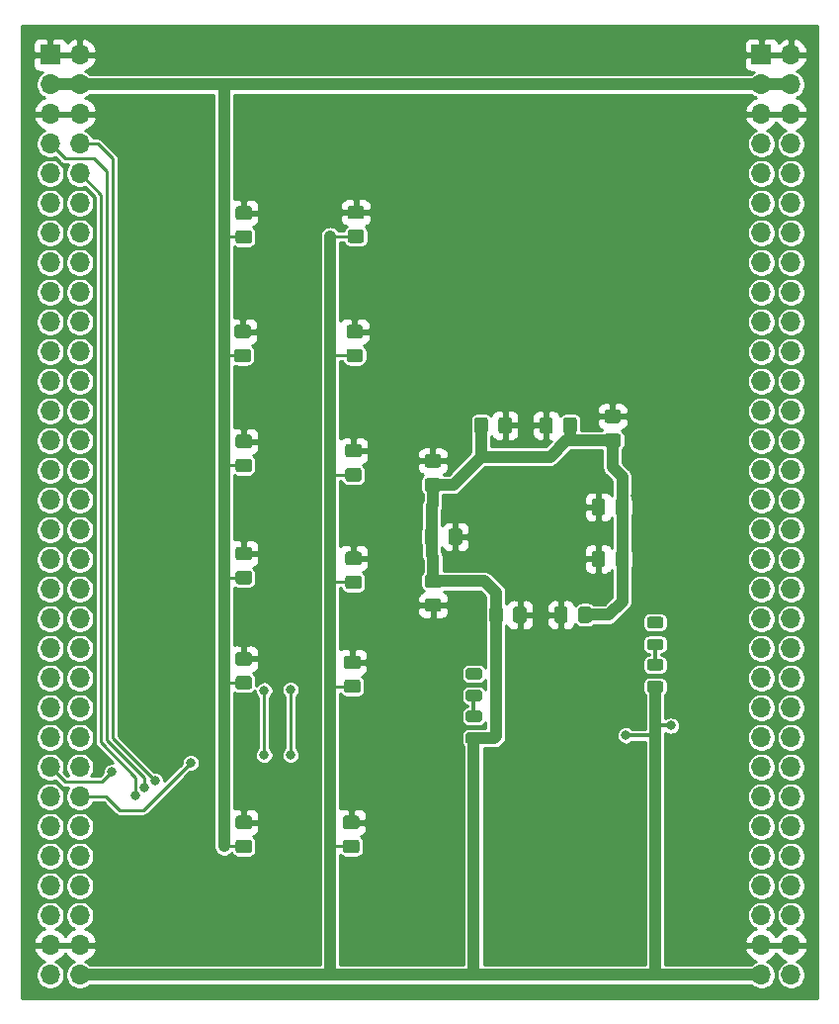
<source format=gbr>
%TF.GenerationSoftware,KiCad,Pcbnew,(5.1.5)-3*%
%TF.CreationDate,2020-09-24T12:34:08+03:00*%
%TF.ProjectId,386_v1,3338365f-7631-42e6-9b69-6361645f7063,rev?*%
%TF.SameCoordinates,Original*%
%TF.FileFunction,Copper,L2,Bot*%
%TF.FilePolarity,Positive*%
%FSLAX46Y46*%
G04 Gerber Fmt 4.6, Leading zero omitted, Abs format (unit mm)*
G04 Created by KiCad (PCBNEW (5.1.5)-3) date 2020-09-24 12:34:08*
%MOMM*%
%LPD*%
G04 APERTURE LIST*
%TA.AperFunction,ComponentPad*%
%ADD10R,1.700000X1.700000*%
%TD*%
%TA.AperFunction,ComponentPad*%
%ADD11O,1.700000X1.700000*%
%TD*%
%TA.AperFunction,SMDPad,CuDef*%
%ADD12C,0.100000*%
%TD*%
%TA.AperFunction,ViaPad*%
%ADD13C,0.800000*%
%TD*%
%TA.AperFunction,Conductor*%
%ADD14C,1.000000*%
%TD*%
%TA.AperFunction,Conductor*%
%ADD15C,0.250000*%
%TD*%
%TA.AperFunction,Conductor*%
%ADD16C,0.300000*%
%TD*%
%TA.AperFunction,Conductor*%
%ADD17C,0.254000*%
%TD*%
G04 APERTURE END LIST*
D10*
%TO.P,U8,1*%
%TO.N,GND*%
X31860000Y-27960000D03*
D11*
%TO.P,U8,2*%
X34400000Y-27960000D03*
%TO.P,U8,3*%
%TO.N,+3V3*%
X31860000Y-30500000D03*
%TO.P,U8,4*%
X34400000Y-30500000D03*
%TO.P,U8,5*%
%TO.N,GND*%
X31860000Y-33040000D03*
%TO.P,U8,6*%
X34400000Y-33040000D03*
%TO.P,U8,7*%
%TO.N,/F_A1_O*%
X31860000Y-35580000D03*
%TO.P,U8,8*%
%TO.N,/F_~BLE~_O*%
X34400000Y-35580000D03*
%TO.P,U8,9*%
%TO.N,/F_A2_O*%
X31860000Y-38120000D03*
%TO.P,U8,10*%
%TO.N,/F_~BHE~_O*%
X34400000Y-38120000D03*
%TO.P,U8,11*%
%TO.N,/F_A4_O*%
X31860000Y-40660000D03*
%TO.P,U8,12*%
%TO.N,/F_A3_O*%
X34400000Y-40660000D03*
%TO.P,U8,13*%
%TO.N,/F_A6_O*%
X31860000Y-43200000D03*
%TO.P,U8,14*%
%TO.N,/F_A5_O*%
X34400000Y-43200000D03*
%TO.P,U8,15*%
%TO.N,/F_A8_O*%
X31860000Y-45740000D03*
%TO.P,U8,16*%
%TO.N,/F_A7_O*%
X34400000Y-45740000D03*
%TO.P,U8,17*%
%TO.N,/F_A10_O*%
X31860000Y-48280000D03*
%TO.P,U8,18*%
%TO.N,/F_A9_O*%
X34400000Y-48280000D03*
%TO.P,U8,19*%
%TO.N,/F_A12_O*%
X31860000Y-50820000D03*
%TO.P,U8,20*%
%TO.N,/F_A11_O*%
X34400000Y-50820000D03*
%TO.P,U8,21*%
%TO.N,/F_A14_O*%
X31860000Y-53360000D03*
%TO.P,U8,22*%
%TO.N,/F_A13_O*%
X34400000Y-53360000D03*
%TO.P,U8,23*%
%TO.N,/F_A16_O*%
X31860000Y-55900000D03*
%TO.P,U8,24*%
%TO.N,/F_A15_O*%
X34400000Y-55900000D03*
%TO.P,U8,25*%
%TO.N,/F_A18_O*%
X31860000Y-58440000D03*
%TO.P,U8,26*%
%TO.N,/F_A17_O*%
X34400000Y-58440000D03*
%TO.P,U8,27*%
%TO.N,/F_A20_O*%
X31860000Y-60980000D03*
%TO.P,U8,28*%
%TO.N,/F_A19_O*%
X34400000Y-60980000D03*
%TO.P,U8,29*%
%TO.N,/F_A22_O*%
X31860000Y-63520000D03*
%TO.P,U8,30*%
%TO.N,/F_A21_O*%
X34400000Y-63520000D03*
%TO.P,U8,31*%
%TO.N,Net-(R5-Pad2)*%
X31860000Y-66060000D03*
%TO.P,U8,32*%
%TO.N,/F_A23_O*%
X34400000Y-66060000D03*
%TO.P,U8,33*%
%TO.N,/F_D14_IO*%
X31860000Y-68600000D03*
%TO.P,U8,34*%
%TO.N,/F_D15_IO*%
X34400000Y-68600000D03*
%TO.P,U8,35*%
%TO.N,/F_D12_IO*%
X31860000Y-71140000D03*
%TO.P,U8,36*%
%TO.N,/F_D13_IO*%
X34400000Y-71140000D03*
%TO.P,U8,37*%
%TO.N,/F_D10_IO*%
X31860000Y-73680000D03*
%TO.P,U8,38*%
%TO.N,/F_D11_IO*%
X34400000Y-73680000D03*
%TO.P,U8,39*%
%TO.N,/F_D8_IO*%
X31860000Y-76220000D03*
%TO.P,U8,40*%
%TO.N,/F_D9_IO*%
X34400000Y-76220000D03*
%TO.P,U8,41*%
%TO.N,/F_D6_IO*%
X31860000Y-78760000D03*
%TO.P,U8,42*%
%TO.N,/F_D7_IO*%
X34400000Y-78760000D03*
%TO.P,U8,43*%
%TO.N,/F_D4_IO*%
X31860000Y-81300000D03*
%TO.P,U8,44*%
%TO.N,/F_D5_IO*%
X34400000Y-81300000D03*
%TO.P,U8,45*%
%TO.N,/F_D2_IO*%
X31860000Y-83840000D03*
%TO.P,U8,46*%
%TO.N,/F_D3_IO*%
X34400000Y-83840000D03*
%TO.P,U8,47*%
%TO.N,/F_D0_IO*%
X31860000Y-86380000D03*
%TO.P,U8,48*%
%TO.N,/F_D1_IO*%
X34400000Y-86380000D03*
%TO.P,U8,49*%
%TO.N,/F_~READY~_I*%
X31860000Y-88920000D03*
%TO.P,U8,50*%
%TO.N,/F_HOLD_I*%
X34400000Y-88920000D03*
%TO.P,U8,51*%
%TO.N,/F_~ADS~_O*%
X31860000Y-91460000D03*
%TO.P,U8,52*%
%TO.N,/F_CLK_I*%
X34400000Y-91460000D03*
%TO.P,U8,53*%
%TO.N,/F_M~IO~_O*%
X31860000Y-94000000D03*
%TO.P,U8,54*%
%TO.N,/F_D~C~_O*%
X34400000Y-94000000D03*
%TO.P,U8,55*%
%TO.N,/F_W~R~_O*%
X31860000Y-96540000D03*
%TO.P,U8,56*%
%TO.N,/F_~LOCK~_O*%
X34400000Y-96540000D03*
%TO.P,U8,57*%
%TO.N,/F_~FLT~_I*%
X31860000Y-99080000D03*
%TO.P,U8,58*%
%TO.N,/F_RST_I*%
X34400000Y-99080000D03*
%TO.P,U8,59*%
%TO.N,/F_~BUSY~_I*%
X31860000Y-101620000D03*
%TO.P,U8,60*%
%TO.N,/F_~ERROR~_I*%
X34400000Y-101620000D03*
%TO.P,U8,61*%
%TO.N,GND*%
X31860000Y-104160000D03*
%TO.P,U8,62*%
X34400000Y-104160000D03*
%TO.P,U8,63*%
%TO.N,+5V*%
X31860000Y-106700000D03*
%TO.P,U8,64*%
X34400000Y-106700000D03*
%TD*%
%TA.AperFunction,SMDPad,CuDef*%
D12*
%TO.P,C1,2*%
%TO.N,GND*%
G36*
X72459505Y-75181204D02*
G01*
X72483773Y-75184804D01*
X72507572Y-75190765D01*
X72530671Y-75199030D01*
X72552850Y-75209520D01*
X72573893Y-75222132D01*
X72593599Y-75236747D01*
X72611777Y-75253223D01*
X72628253Y-75271401D01*
X72642868Y-75291107D01*
X72655480Y-75312150D01*
X72665970Y-75334329D01*
X72674235Y-75357428D01*
X72680196Y-75381227D01*
X72683796Y-75405495D01*
X72685000Y-75429999D01*
X72685000Y-76330001D01*
X72683796Y-76354505D01*
X72680196Y-76378773D01*
X72674235Y-76402572D01*
X72665970Y-76425671D01*
X72655480Y-76447850D01*
X72642868Y-76468893D01*
X72628253Y-76488599D01*
X72611777Y-76506777D01*
X72593599Y-76523253D01*
X72573893Y-76537868D01*
X72552850Y-76550480D01*
X72530671Y-76560970D01*
X72507572Y-76569235D01*
X72483773Y-76575196D01*
X72459505Y-76578796D01*
X72435001Y-76580000D01*
X71784999Y-76580000D01*
X71760495Y-76578796D01*
X71736227Y-76575196D01*
X71712428Y-76569235D01*
X71689329Y-76560970D01*
X71667150Y-76550480D01*
X71646107Y-76537868D01*
X71626401Y-76523253D01*
X71608223Y-76506777D01*
X71591747Y-76488599D01*
X71577132Y-76468893D01*
X71564520Y-76447850D01*
X71554030Y-76425671D01*
X71545765Y-76402572D01*
X71539804Y-76378773D01*
X71536204Y-76354505D01*
X71535000Y-76330001D01*
X71535000Y-75429999D01*
X71536204Y-75405495D01*
X71539804Y-75381227D01*
X71545765Y-75357428D01*
X71554030Y-75334329D01*
X71564520Y-75312150D01*
X71577132Y-75291107D01*
X71591747Y-75271401D01*
X71608223Y-75253223D01*
X71626401Y-75236747D01*
X71646107Y-75222132D01*
X71667150Y-75209520D01*
X71689329Y-75199030D01*
X71712428Y-75190765D01*
X71736227Y-75184804D01*
X71760495Y-75181204D01*
X71784999Y-75180000D01*
X72435001Y-75180000D01*
X72459505Y-75181204D01*
G37*
%TD.AperFunction*%
%TA.AperFunction,SMDPad,CuDef*%
%TO.P,C1,1*%
%TO.N,+5V*%
G36*
X70409505Y-75181204D02*
G01*
X70433773Y-75184804D01*
X70457572Y-75190765D01*
X70480671Y-75199030D01*
X70502850Y-75209520D01*
X70523893Y-75222132D01*
X70543599Y-75236747D01*
X70561777Y-75253223D01*
X70578253Y-75271401D01*
X70592868Y-75291107D01*
X70605480Y-75312150D01*
X70615970Y-75334329D01*
X70624235Y-75357428D01*
X70630196Y-75381227D01*
X70633796Y-75405495D01*
X70635000Y-75429999D01*
X70635000Y-76330001D01*
X70633796Y-76354505D01*
X70630196Y-76378773D01*
X70624235Y-76402572D01*
X70615970Y-76425671D01*
X70605480Y-76447850D01*
X70592868Y-76468893D01*
X70578253Y-76488599D01*
X70561777Y-76506777D01*
X70543599Y-76523253D01*
X70523893Y-76537868D01*
X70502850Y-76550480D01*
X70480671Y-76560970D01*
X70457572Y-76569235D01*
X70433773Y-76575196D01*
X70409505Y-76578796D01*
X70385001Y-76580000D01*
X69734999Y-76580000D01*
X69710495Y-76578796D01*
X69686227Y-76575196D01*
X69662428Y-76569235D01*
X69639329Y-76560970D01*
X69617150Y-76550480D01*
X69596107Y-76537868D01*
X69576401Y-76523253D01*
X69558223Y-76506777D01*
X69541747Y-76488599D01*
X69527132Y-76468893D01*
X69514520Y-76447850D01*
X69504030Y-76425671D01*
X69495765Y-76402572D01*
X69489804Y-76378773D01*
X69486204Y-76354505D01*
X69485000Y-76330001D01*
X69485000Y-75429999D01*
X69486204Y-75405495D01*
X69489804Y-75381227D01*
X69495765Y-75357428D01*
X69504030Y-75334329D01*
X69514520Y-75312150D01*
X69527132Y-75291107D01*
X69541747Y-75271401D01*
X69558223Y-75253223D01*
X69576401Y-75236747D01*
X69596107Y-75222132D01*
X69617150Y-75209520D01*
X69639329Y-75199030D01*
X69662428Y-75190765D01*
X69686227Y-75184804D01*
X69710495Y-75181204D01*
X69734999Y-75180000D01*
X70385001Y-75180000D01*
X70409505Y-75181204D01*
G37*
%TD.AperFunction*%
%TD*%
%TA.AperFunction,SMDPad,CuDef*%
%TO.P,C2,1*%
%TO.N,+5V*%
G36*
X78029505Y-75181204D02*
G01*
X78053773Y-75184804D01*
X78077572Y-75190765D01*
X78100671Y-75199030D01*
X78122850Y-75209520D01*
X78143893Y-75222132D01*
X78163599Y-75236747D01*
X78181777Y-75253223D01*
X78198253Y-75271401D01*
X78212868Y-75291107D01*
X78225480Y-75312150D01*
X78235970Y-75334329D01*
X78244235Y-75357428D01*
X78250196Y-75381227D01*
X78253796Y-75405495D01*
X78255000Y-75429999D01*
X78255000Y-76330001D01*
X78253796Y-76354505D01*
X78250196Y-76378773D01*
X78244235Y-76402572D01*
X78235970Y-76425671D01*
X78225480Y-76447850D01*
X78212868Y-76468893D01*
X78198253Y-76488599D01*
X78181777Y-76506777D01*
X78163599Y-76523253D01*
X78143893Y-76537868D01*
X78122850Y-76550480D01*
X78100671Y-76560970D01*
X78077572Y-76569235D01*
X78053773Y-76575196D01*
X78029505Y-76578796D01*
X78005001Y-76580000D01*
X77354999Y-76580000D01*
X77330495Y-76578796D01*
X77306227Y-76575196D01*
X77282428Y-76569235D01*
X77259329Y-76560970D01*
X77237150Y-76550480D01*
X77216107Y-76537868D01*
X77196401Y-76523253D01*
X77178223Y-76506777D01*
X77161747Y-76488599D01*
X77147132Y-76468893D01*
X77134520Y-76447850D01*
X77124030Y-76425671D01*
X77115765Y-76402572D01*
X77109804Y-76378773D01*
X77106204Y-76354505D01*
X77105000Y-76330001D01*
X77105000Y-75429999D01*
X77106204Y-75405495D01*
X77109804Y-75381227D01*
X77115765Y-75357428D01*
X77124030Y-75334329D01*
X77134520Y-75312150D01*
X77147132Y-75291107D01*
X77161747Y-75271401D01*
X77178223Y-75253223D01*
X77196401Y-75236747D01*
X77216107Y-75222132D01*
X77237150Y-75209520D01*
X77259329Y-75199030D01*
X77282428Y-75190765D01*
X77306227Y-75184804D01*
X77330495Y-75181204D01*
X77354999Y-75180000D01*
X78005001Y-75180000D01*
X78029505Y-75181204D01*
G37*
%TD.AperFunction*%
%TA.AperFunction,SMDPad,CuDef*%
%TO.P,C2,2*%
%TO.N,GND*%
G36*
X75979505Y-75181204D02*
G01*
X76003773Y-75184804D01*
X76027572Y-75190765D01*
X76050671Y-75199030D01*
X76072850Y-75209520D01*
X76093893Y-75222132D01*
X76113599Y-75236747D01*
X76131777Y-75253223D01*
X76148253Y-75271401D01*
X76162868Y-75291107D01*
X76175480Y-75312150D01*
X76185970Y-75334329D01*
X76194235Y-75357428D01*
X76200196Y-75381227D01*
X76203796Y-75405495D01*
X76205000Y-75429999D01*
X76205000Y-76330001D01*
X76203796Y-76354505D01*
X76200196Y-76378773D01*
X76194235Y-76402572D01*
X76185970Y-76425671D01*
X76175480Y-76447850D01*
X76162868Y-76468893D01*
X76148253Y-76488599D01*
X76131777Y-76506777D01*
X76113599Y-76523253D01*
X76093893Y-76537868D01*
X76072850Y-76550480D01*
X76050671Y-76560970D01*
X76027572Y-76569235D01*
X76003773Y-76575196D01*
X75979505Y-76578796D01*
X75955001Y-76580000D01*
X75304999Y-76580000D01*
X75280495Y-76578796D01*
X75256227Y-76575196D01*
X75232428Y-76569235D01*
X75209329Y-76560970D01*
X75187150Y-76550480D01*
X75166107Y-76537868D01*
X75146401Y-76523253D01*
X75128223Y-76506777D01*
X75111747Y-76488599D01*
X75097132Y-76468893D01*
X75084520Y-76447850D01*
X75074030Y-76425671D01*
X75065765Y-76402572D01*
X75059804Y-76378773D01*
X75056204Y-76354505D01*
X75055000Y-76330001D01*
X75055000Y-75429999D01*
X75056204Y-75405495D01*
X75059804Y-75381227D01*
X75065765Y-75357428D01*
X75074030Y-75334329D01*
X75084520Y-75312150D01*
X75097132Y-75291107D01*
X75111747Y-75271401D01*
X75128223Y-75253223D01*
X75146401Y-75236747D01*
X75166107Y-75222132D01*
X75187150Y-75209520D01*
X75209329Y-75199030D01*
X75232428Y-75190765D01*
X75256227Y-75184804D01*
X75280495Y-75181204D01*
X75304999Y-75180000D01*
X75955001Y-75180000D01*
X75979505Y-75181204D01*
G37*
%TD.AperFunction*%
%TD*%
%TA.AperFunction,SMDPad,CuDef*%
%TO.P,C3,1*%
%TO.N,+5V*%
G36*
X81229505Y-70411204D02*
G01*
X81253773Y-70414804D01*
X81277572Y-70420765D01*
X81300671Y-70429030D01*
X81322850Y-70439520D01*
X81343893Y-70452132D01*
X81363599Y-70466747D01*
X81381777Y-70483223D01*
X81398253Y-70501401D01*
X81412868Y-70521107D01*
X81425480Y-70542150D01*
X81435970Y-70564329D01*
X81444235Y-70587428D01*
X81450196Y-70611227D01*
X81453796Y-70635495D01*
X81455000Y-70659999D01*
X81455000Y-71560001D01*
X81453796Y-71584505D01*
X81450196Y-71608773D01*
X81444235Y-71632572D01*
X81435970Y-71655671D01*
X81425480Y-71677850D01*
X81412868Y-71698893D01*
X81398253Y-71718599D01*
X81381777Y-71736777D01*
X81363599Y-71753253D01*
X81343893Y-71767868D01*
X81322850Y-71780480D01*
X81300671Y-71790970D01*
X81277572Y-71799235D01*
X81253773Y-71805196D01*
X81229505Y-71808796D01*
X81205001Y-71810000D01*
X80554999Y-71810000D01*
X80530495Y-71808796D01*
X80506227Y-71805196D01*
X80482428Y-71799235D01*
X80459329Y-71790970D01*
X80437150Y-71780480D01*
X80416107Y-71767868D01*
X80396401Y-71753253D01*
X80378223Y-71736777D01*
X80361747Y-71718599D01*
X80347132Y-71698893D01*
X80334520Y-71677850D01*
X80324030Y-71655671D01*
X80315765Y-71632572D01*
X80309804Y-71608773D01*
X80306204Y-71584505D01*
X80305000Y-71560001D01*
X80305000Y-70659999D01*
X80306204Y-70635495D01*
X80309804Y-70611227D01*
X80315765Y-70587428D01*
X80324030Y-70564329D01*
X80334520Y-70542150D01*
X80347132Y-70521107D01*
X80361747Y-70501401D01*
X80378223Y-70483223D01*
X80396401Y-70466747D01*
X80416107Y-70452132D01*
X80437150Y-70439520D01*
X80459329Y-70429030D01*
X80482428Y-70420765D01*
X80506227Y-70414804D01*
X80530495Y-70411204D01*
X80554999Y-70410000D01*
X81205001Y-70410000D01*
X81229505Y-70411204D01*
G37*
%TD.AperFunction*%
%TA.AperFunction,SMDPad,CuDef*%
%TO.P,C3,2*%
%TO.N,GND*%
G36*
X79179505Y-70411204D02*
G01*
X79203773Y-70414804D01*
X79227572Y-70420765D01*
X79250671Y-70429030D01*
X79272850Y-70439520D01*
X79293893Y-70452132D01*
X79313599Y-70466747D01*
X79331777Y-70483223D01*
X79348253Y-70501401D01*
X79362868Y-70521107D01*
X79375480Y-70542150D01*
X79385970Y-70564329D01*
X79394235Y-70587428D01*
X79400196Y-70611227D01*
X79403796Y-70635495D01*
X79405000Y-70659999D01*
X79405000Y-71560001D01*
X79403796Y-71584505D01*
X79400196Y-71608773D01*
X79394235Y-71632572D01*
X79385970Y-71655671D01*
X79375480Y-71677850D01*
X79362868Y-71698893D01*
X79348253Y-71718599D01*
X79331777Y-71736777D01*
X79313599Y-71753253D01*
X79293893Y-71767868D01*
X79272850Y-71780480D01*
X79250671Y-71790970D01*
X79227572Y-71799235D01*
X79203773Y-71805196D01*
X79179505Y-71808796D01*
X79155001Y-71810000D01*
X78504999Y-71810000D01*
X78480495Y-71808796D01*
X78456227Y-71805196D01*
X78432428Y-71799235D01*
X78409329Y-71790970D01*
X78387150Y-71780480D01*
X78366107Y-71767868D01*
X78346401Y-71753253D01*
X78328223Y-71736777D01*
X78311747Y-71718599D01*
X78297132Y-71698893D01*
X78284520Y-71677850D01*
X78274030Y-71655671D01*
X78265765Y-71632572D01*
X78259804Y-71608773D01*
X78256204Y-71584505D01*
X78255000Y-71560001D01*
X78255000Y-70659999D01*
X78256204Y-70635495D01*
X78259804Y-70611227D01*
X78265765Y-70587428D01*
X78274030Y-70564329D01*
X78284520Y-70542150D01*
X78297132Y-70521107D01*
X78311747Y-70501401D01*
X78328223Y-70483223D01*
X78346401Y-70466747D01*
X78366107Y-70452132D01*
X78387150Y-70439520D01*
X78409329Y-70429030D01*
X78432428Y-70420765D01*
X78456227Y-70414804D01*
X78480495Y-70411204D01*
X78504999Y-70410000D01*
X79155001Y-70410000D01*
X79179505Y-70411204D01*
G37*
%TD.AperFunction*%
%TD*%
%TA.AperFunction,SMDPad,CuDef*%
%TO.P,C4,2*%
%TO.N,GND*%
G36*
X79179505Y-65961204D02*
G01*
X79203773Y-65964804D01*
X79227572Y-65970765D01*
X79250671Y-65979030D01*
X79272850Y-65989520D01*
X79293893Y-66002132D01*
X79313599Y-66016747D01*
X79331777Y-66033223D01*
X79348253Y-66051401D01*
X79362868Y-66071107D01*
X79375480Y-66092150D01*
X79385970Y-66114329D01*
X79394235Y-66137428D01*
X79400196Y-66161227D01*
X79403796Y-66185495D01*
X79405000Y-66209999D01*
X79405000Y-67110001D01*
X79403796Y-67134505D01*
X79400196Y-67158773D01*
X79394235Y-67182572D01*
X79385970Y-67205671D01*
X79375480Y-67227850D01*
X79362868Y-67248893D01*
X79348253Y-67268599D01*
X79331777Y-67286777D01*
X79313599Y-67303253D01*
X79293893Y-67317868D01*
X79272850Y-67330480D01*
X79250671Y-67340970D01*
X79227572Y-67349235D01*
X79203773Y-67355196D01*
X79179505Y-67358796D01*
X79155001Y-67360000D01*
X78504999Y-67360000D01*
X78480495Y-67358796D01*
X78456227Y-67355196D01*
X78432428Y-67349235D01*
X78409329Y-67340970D01*
X78387150Y-67330480D01*
X78366107Y-67317868D01*
X78346401Y-67303253D01*
X78328223Y-67286777D01*
X78311747Y-67268599D01*
X78297132Y-67248893D01*
X78284520Y-67227850D01*
X78274030Y-67205671D01*
X78265765Y-67182572D01*
X78259804Y-67158773D01*
X78256204Y-67134505D01*
X78255000Y-67110001D01*
X78255000Y-66209999D01*
X78256204Y-66185495D01*
X78259804Y-66161227D01*
X78265765Y-66137428D01*
X78274030Y-66114329D01*
X78284520Y-66092150D01*
X78297132Y-66071107D01*
X78311747Y-66051401D01*
X78328223Y-66033223D01*
X78346401Y-66016747D01*
X78366107Y-66002132D01*
X78387150Y-65989520D01*
X78409329Y-65979030D01*
X78432428Y-65970765D01*
X78456227Y-65964804D01*
X78480495Y-65961204D01*
X78504999Y-65960000D01*
X79155001Y-65960000D01*
X79179505Y-65961204D01*
G37*
%TD.AperFunction*%
%TA.AperFunction,SMDPad,CuDef*%
%TO.P,C4,1*%
%TO.N,+5V*%
G36*
X81229505Y-65961204D02*
G01*
X81253773Y-65964804D01*
X81277572Y-65970765D01*
X81300671Y-65979030D01*
X81322850Y-65989520D01*
X81343893Y-66002132D01*
X81363599Y-66016747D01*
X81381777Y-66033223D01*
X81398253Y-66051401D01*
X81412868Y-66071107D01*
X81425480Y-66092150D01*
X81435970Y-66114329D01*
X81444235Y-66137428D01*
X81450196Y-66161227D01*
X81453796Y-66185495D01*
X81455000Y-66209999D01*
X81455000Y-67110001D01*
X81453796Y-67134505D01*
X81450196Y-67158773D01*
X81444235Y-67182572D01*
X81435970Y-67205671D01*
X81425480Y-67227850D01*
X81412868Y-67248893D01*
X81398253Y-67268599D01*
X81381777Y-67286777D01*
X81363599Y-67303253D01*
X81343893Y-67317868D01*
X81322850Y-67330480D01*
X81300671Y-67340970D01*
X81277572Y-67349235D01*
X81253773Y-67355196D01*
X81229505Y-67358796D01*
X81205001Y-67360000D01*
X80554999Y-67360000D01*
X80530495Y-67358796D01*
X80506227Y-67355196D01*
X80482428Y-67349235D01*
X80459329Y-67340970D01*
X80437150Y-67330480D01*
X80416107Y-67317868D01*
X80396401Y-67303253D01*
X80378223Y-67286777D01*
X80361747Y-67268599D01*
X80347132Y-67248893D01*
X80334520Y-67227850D01*
X80324030Y-67205671D01*
X80315765Y-67182572D01*
X80309804Y-67158773D01*
X80306204Y-67134505D01*
X80305000Y-67110001D01*
X80305000Y-66209999D01*
X80306204Y-66185495D01*
X80309804Y-66161227D01*
X80315765Y-66137428D01*
X80324030Y-66114329D01*
X80334520Y-66092150D01*
X80347132Y-66071107D01*
X80361747Y-66051401D01*
X80378223Y-66033223D01*
X80396401Y-66016747D01*
X80416107Y-66002132D01*
X80437150Y-65989520D01*
X80459329Y-65979030D01*
X80482428Y-65970765D01*
X80506227Y-65964804D01*
X80530495Y-65961204D01*
X80554999Y-65960000D01*
X81205001Y-65960000D01*
X81229505Y-65961204D01*
G37*
%TD.AperFunction*%
%TD*%
%TA.AperFunction,SMDPad,CuDef*%
%TO.P,C5,1*%
%TO.N,+5V*%
G36*
X80524505Y-60376204D02*
G01*
X80548773Y-60379804D01*
X80572572Y-60385765D01*
X80595671Y-60394030D01*
X80617850Y-60404520D01*
X80638893Y-60417132D01*
X80658599Y-60431747D01*
X80676777Y-60448223D01*
X80693253Y-60466401D01*
X80707868Y-60486107D01*
X80720480Y-60507150D01*
X80730970Y-60529329D01*
X80739235Y-60552428D01*
X80745196Y-60576227D01*
X80748796Y-60600495D01*
X80750000Y-60624999D01*
X80750000Y-61275001D01*
X80748796Y-61299505D01*
X80745196Y-61323773D01*
X80739235Y-61347572D01*
X80730970Y-61370671D01*
X80720480Y-61392850D01*
X80707868Y-61413893D01*
X80693253Y-61433599D01*
X80676777Y-61451777D01*
X80658599Y-61468253D01*
X80638893Y-61482868D01*
X80617850Y-61495480D01*
X80595671Y-61505970D01*
X80572572Y-61514235D01*
X80548773Y-61520196D01*
X80524505Y-61523796D01*
X80500001Y-61525000D01*
X79599999Y-61525000D01*
X79575495Y-61523796D01*
X79551227Y-61520196D01*
X79527428Y-61514235D01*
X79504329Y-61505970D01*
X79482150Y-61495480D01*
X79461107Y-61482868D01*
X79441401Y-61468253D01*
X79423223Y-61451777D01*
X79406747Y-61433599D01*
X79392132Y-61413893D01*
X79379520Y-61392850D01*
X79369030Y-61370671D01*
X79360765Y-61347572D01*
X79354804Y-61323773D01*
X79351204Y-61299505D01*
X79350000Y-61275001D01*
X79350000Y-60624999D01*
X79351204Y-60600495D01*
X79354804Y-60576227D01*
X79360765Y-60552428D01*
X79369030Y-60529329D01*
X79379520Y-60507150D01*
X79392132Y-60486107D01*
X79406747Y-60466401D01*
X79423223Y-60448223D01*
X79441401Y-60431747D01*
X79461107Y-60417132D01*
X79482150Y-60404520D01*
X79504329Y-60394030D01*
X79527428Y-60385765D01*
X79551227Y-60379804D01*
X79575495Y-60376204D01*
X79599999Y-60375000D01*
X80500001Y-60375000D01*
X80524505Y-60376204D01*
G37*
%TD.AperFunction*%
%TA.AperFunction,SMDPad,CuDef*%
%TO.P,C5,2*%
%TO.N,GND*%
G36*
X80524505Y-58326204D02*
G01*
X80548773Y-58329804D01*
X80572572Y-58335765D01*
X80595671Y-58344030D01*
X80617850Y-58354520D01*
X80638893Y-58367132D01*
X80658599Y-58381747D01*
X80676777Y-58398223D01*
X80693253Y-58416401D01*
X80707868Y-58436107D01*
X80720480Y-58457150D01*
X80730970Y-58479329D01*
X80739235Y-58502428D01*
X80745196Y-58526227D01*
X80748796Y-58550495D01*
X80750000Y-58574999D01*
X80750000Y-59225001D01*
X80748796Y-59249505D01*
X80745196Y-59273773D01*
X80739235Y-59297572D01*
X80730970Y-59320671D01*
X80720480Y-59342850D01*
X80707868Y-59363893D01*
X80693253Y-59383599D01*
X80676777Y-59401777D01*
X80658599Y-59418253D01*
X80638893Y-59432868D01*
X80617850Y-59445480D01*
X80595671Y-59455970D01*
X80572572Y-59464235D01*
X80548773Y-59470196D01*
X80524505Y-59473796D01*
X80500001Y-59475000D01*
X79599999Y-59475000D01*
X79575495Y-59473796D01*
X79551227Y-59470196D01*
X79527428Y-59464235D01*
X79504329Y-59455970D01*
X79482150Y-59445480D01*
X79461107Y-59432868D01*
X79441401Y-59418253D01*
X79423223Y-59401777D01*
X79406747Y-59383599D01*
X79392132Y-59363893D01*
X79379520Y-59342850D01*
X79369030Y-59320671D01*
X79360765Y-59297572D01*
X79354804Y-59273773D01*
X79351204Y-59249505D01*
X79350000Y-59225001D01*
X79350000Y-58574999D01*
X79351204Y-58550495D01*
X79354804Y-58526227D01*
X79360765Y-58502428D01*
X79369030Y-58479329D01*
X79379520Y-58457150D01*
X79392132Y-58436107D01*
X79406747Y-58416401D01*
X79423223Y-58398223D01*
X79441401Y-58381747D01*
X79461107Y-58367132D01*
X79482150Y-58354520D01*
X79504329Y-58344030D01*
X79527428Y-58335765D01*
X79551227Y-58329804D01*
X79575495Y-58326204D01*
X79599999Y-58325000D01*
X80500001Y-58325000D01*
X80524505Y-58326204D01*
G37*
%TD.AperFunction*%
%TD*%
%TA.AperFunction,SMDPad,CuDef*%
%TO.P,C6,1*%
%TO.N,+5V*%
G36*
X76759505Y-58981204D02*
G01*
X76783773Y-58984804D01*
X76807572Y-58990765D01*
X76830671Y-58999030D01*
X76852850Y-59009520D01*
X76873893Y-59022132D01*
X76893599Y-59036747D01*
X76911777Y-59053223D01*
X76928253Y-59071401D01*
X76942868Y-59091107D01*
X76955480Y-59112150D01*
X76965970Y-59134329D01*
X76974235Y-59157428D01*
X76980196Y-59181227D01*
X76983796Y-59205495D01*
X76985000Y-59229999D01*
X76985000Y-60130001D01*
X76983796Y-60154505D01*
X76980196Y-60178773D01*
X76974235Y-60202572D01*
X76965970Y-60225671D01*
X76955480Y-60247850D01*
X76942868Y-60268893D01*
X76928253Y-60288599D01*
X76911777Y-60306777D01*
X76893599Y-60323253D01*
X76873893Y-60337868D01*
X76852850Y-60350480D01*
X76830671Y-60360970D01*
X76807572Y-60369235D01*
X76783773Y-60375196D01*
X76759505Y-60378796D01*
X76735001Y-60380000D01*
X76084999Y-60380000D01*
X76060495Y-60378796D01*
X76036227Y-60375196D01*
X76012428Y-60369235D01*
X75989329Y-60360970D01*
X75967150Y-60350480D01*
X75946107Y-60337868D01*
X75926401Y-60323253D01*
X75908223Y-60306777D01*
X75891747Y-60288599D01*
X75877132Y-60268893D01*
X75864520Y-60247850D01*
X75854030Y-60225671D01*
X75845765Y-60202572D01*
X75839804Y-60178773D01*
X75836204Y-60154505D01*
X75835000Y-60130001D01*
X75835000Y-59229999D01*
X75836204Y-59205495D01*
X75839804Y-59181227D01*
X75845765Y-59157428D01*
X75854030Y-59134329D01*
X75864520Y-59112150D01*
X75877132Y-59091107D01*
X75891747Y-59071401D01*
X75908223Y-59053223D01*
X75926401Y-59036747D01*
X75946107Y-59022132D01*
X75967150Y-59009520D01*
X75989329Y-58999030D01*
X76012428Y-58990765D01*
X76036227Y-58984804D01*
X76060495Y-58981204D01*
X76084999Y-58980000D01*
X76735001Y-58980000D01*
X76759505Y-58981204D01*
G37*
%TD.AperFunction*%
%TA.AperFunction,SMDPad,CuDef*%
%TO.P,C6,2*%
%TO.N,GND*%
G36*
X74709505Y-58981204D02*
G01*
X74733773Y-58984804D01*
X74757572Y-58990765D01*
X74780671Y-58999030D01*
X74802850Y-59009520D01*
X74823893Y-59022132D01*
X74843599Y-59036747D01*
X74861777Y-59053223D01*
X74878253Y-59071401D01*
X74892868Y-59091107D01*
X74905480Y-59112150D01*
X74915970Y-59134329D01*
X74924235Y-59157428D01*
X74930196Y-59181227D01*
X74933796Y-59205495D01*
X74935000Y-59229999D01*
X74935000Y-60130001D01*
X74933796Y-60154505D01*
X74930196Y-60178773D01*
X74924235Y-60202572D01*
X74915970Y-60225671D01*
X74905480Y-60247850D01*
X74892868Y-60268893D01*
X74878253Y-60288599D01*
X74861777Y-60306777D01*
X74843599Y-60323253D01*
X74823893Y-60337868D01*
X74802850Y-60350480D01*
X74780671Y-60360970D01*
X74757572Y-60369235D01*
X74733773Y-60375196D01*
X74709505Y-60378796D01*
X74685001Y-60380000D01*
X74034999Y-60380000D01*
X74010495Y-60378796D01*
X73986227Y-60375196D01*
X73962428Y-60369235D01*
X73939329Y-60360970D01*
X73917150Y-60350480D01*
X73896107Y-60337868D01*
X73876401Y-60323253D01*
X73858223Y-60306777D01*
X73841747Y-60288599D01*
X73827132Y-60268893D01*
X73814520Y-60247850D01*
X73804030Y-60225671D01*
X73795765Y-60202572D01*
X73789804Y-60178773D01*
X73786204Y-60154505D01*
X73785000Y-60130001D01*
X73785000Y-59229999D01*
X73786204Y-59205495D01*
X73789804Y-59181227D01*
X73795765Y-59157428D01*
X73804030Y-59134329D01*
X73814520Y-59112150D01*
X73827132Y-59091107D01*
X73841747Y-59071401D01*
X73858223Y-59053223D01*
X73876401Y-59036747D01*
X73896107Y-59022132D01*
X73917150Y-59009520D01*
X73939329Y-58999030D01*
X73962428Y-58990765D01*
X73986227Y-58984804D01*
X74010495Y-58981204D01*
X74034999Y-58980000D01*
X74685001Y-58980000D01*
X74709505Y-58981204D01*
G37*
%TD.AperFunction*%
%TD*%
%TA.AperFunction,SMDPad,CuDef*%
%TO.P,C7,2*%
%TO.N,GND*%
G36*
X71189505Y-58981204D02*
G01*
X71213773Y-58984804D01*
X71237572Y-58990765D01*
X71260671Y-58999030D01*
X71282850Y-59009520D01*
X71303893Y-59022132D01*
X71323599Y-59036747D01*
X71341777Y-59053223D01*
X71358253Y-59071401D01*
X71372868Y-59091107D01*
X71385480Y-59112150D01*
X71395970Y-59134329D01*
X71404235Y-59157428D01*
X71410196Y-59181227D01*
X71413796Y-59205495D01*
X71415000Y-59229999D01*
X71415000Y-60130001D01*
X71413796Y-60154505D01*
X71410196Y-60178773D01*
X71404235Y-60202572D01*
X71395970Y-60225671D01*
X71385480Y-60247850D01*
X71372868Y-60268893D01*
X71358253Y-60288599D01*
X71341777Y-60306777D01*
X71323599Y-60323253D01*
X71303893Y-60337868D01*
X71282850Y-60350480D01*
X71260671Y-60360970D01*
X71237572Y-60369235D01*
X71213773Y-60375196D01*
X71189505Y-60378796D01*
X71165001Y-60380000D01*
X70514999Y-60380000D01*
X70490495Y-60378796D01*
X70466227Y-60375196D01*
X70442428Y-60369235D01*
X70419329Y-60360970D01*
X70397150Y-60350480D01*
X70376107Y-60337868D01*
X70356401Y-60323253D01*
X70338223Y-60306777D01*
X70321747Y-60288599D01*
X70307132Y-60268893D01*
X70294520Y-60247850D01*
X70284030Y-60225671D01*
X70275765Y-60202572D01*
X70269804Y-60178773D01*
X70266204Y-60154505D01*
X70265000Y-60130001D01*
X70265000Y-59229999D01*
X70266204Y-59205495D01*
X70269804Y-59181227D01*
X70275765Y-59157428D01*
X70284030Y-59134329D01*
X70294520Y-59112150D01*
X70307132Y-59091107D01*
X70321747Y-59071401D01*
X70338223Y-59053223D01*
X70356401Y-59036747D01*
X70376107Y-59022132D01*
X70397150Y-59009520D01*
X70419329Y-58999030D01*
X70442428Y-58990765D01*
X70466227Y-58984804D01*
X70490495Y-58981204D01*
X70514999Y-58980000D01*
X71165001Y-58980000D01*
X71189505Y-58981204D01*
G37*
%TD.AperFunction*%
%TA.AperFunction,SMDPad,CuDef*%
%TO.P,C7,1*%
%TO.N,+5V*%
G36*
X69139505Y-58981204D02*
G01*
X69163773Y-58984804D01*
X69187572Y-58990765D01*
X69210671Y-58999030D01*
X69232850Y-59009520D01*
X69253893Y-59022132D01*
X69273599Y-59036747D01*
X69291777Y-59053223D01*
X69308253Y-59071401D01*
X69322868Y-59091107D01*
X69335480Y-59112150D01*
X69345970Y-59134329D01*
X69354235Y-59157428D01*
X69360196Y-59181227D01*
X69363796Y-59205495D01*
X69365000Y-59229999D01*
X69365000Y-60130001D01*
X69363796Y-60154505D01*
X69360196Y-60178773D01*
X69354235Y-60202572D01*
X69345970Y-60225671D01*
X69335480Y-60247850D01*
X69322868Y-60268893D01*
X69308253Y-60288599D01*
X69291777Y-60306777D01*
X69273599Y-60323253D01*
X69253893Y-60337868D01*
X69232850Y-60350480D01*
X69210671Y-60360970D01*
X69187572Y-60369235D01*
X69163773Y-60375196D01*
X69139505Y-60378796D01*
X69115001Y-60380000D01*
X68464999Y-60380000D01*
X68440495Y-60378796D01*
X68416227Y-60375196D01*
X68392428Y-60369235D01*
X68369329Y-60360970D01*
X68347150Y-60350480D01*
X68326107Y-60337868D01*
X68306401Y-60323253D01*
X68288223Y-60306777D01*
X68271747Y-60288599D01*
X68257132Y-60268893D01*
X68244520Y-60247850D01*
X68234030Y-60225671D01*
X68225765Y-60202572D01*
X68219804Y-60178773D01*
X68216204Y-60154505D01*
X68215000Y-60130001D01*
X68215000Y-59229999D01*
X68216204Y-59205495D01*
X68219804Y-59181227D01*
X68225765Y-59157428D01*
X68234030Y-59134329D01*
X68244520Y-59112150D01*
X68257132Y-59091107D01*
X68271747Y-59071401D01*
X68288223Y-59053223D01*
X68306401Y-59036747D01*
X68326107Y-59022132D01*
X68347150Y-59009520D01*
X68369329Y-58999030D01*
X68392428Y-58990765D01*
X68416227Y-58984804D01*
X68440495Y-58981204D01*
X68464999Y-58980000D01*
X69115001Y-58980000D01*
X69139505Y-58981204D01*
G37*
%TD.AperFunction*%
%TD*%
%TA.AperFunction,SMDPad,CuDef*%
%TO.P,C8,2*%
%TO.N,GND*%
G36*
X65124505Y-62136204D02*
G01*
X65148773Y-62139804D01*
X65172572Y-62145765D01*
X65195671Y-62154030D01*
X65217850Y-62164520D01*
X65238893Y-62177132D01*
X65258599Y-62191747D01*
X65276777Y-62208223D01*
X65293253Y-62226401D01*
X65307868Y-62246107D01*
X65320480Y-62267150D01*
X65330970Y-62289329D01*
X65339235Y-62312428D01*
X65345196Y-62336227D01*
X65348796Y-62360495D01*
X65350000Y-62384999D01*
X65350000Y-63035001D01*
X65348796Y-63059505D01*
X65345196Y-63083773D01*
X65339235Y-63107572D01*
X65330970Y-63130671D01*
X65320480Y-63152850D01*
X65307868Y-63173893D01*
X65293253Y-63193599D01*
X65276777Y-63211777D01*
X65258599Y-63228253D01*
X65238893Y-63242868D01*
X65217850Y-63255480D01*
X65195671Y-63265970D01*
X65172572Y-63274235D01*
X65148773Y-63280196D01*
X65124505Y-63283796D01*
X65100001Y-63285000D01*
X64199999Y-63285000D01*
X64175495Y-63283796D01*
X64151227Y-63280196D01*
X64127428Y-63274235D01*
X64104329Y-63265970D01*
X64082150Y-63255480D01*
X64061107Y-63242868D01*
X64041401Y-63228253D01*
X64023223Y-63211777D01*
X64006747Y-63193599D01*
X63992132Y-63173893D01*
X63979520Y-63152850D01*
X63969030Y-63130671D01*
X63960765Y-63107572D01*
X63954804Y-63083773D01*
X63951204Y-63059505D01*
X63950000Y-63035001D01*
X63950000Y-62384999D01*
X63951204Y-62360495D01*
X63954804Y-62336227D01*
X63960765Y-62312428D01*
X63969030Y-62289329D01*
X63979520Y-62267150D01*
X63992132Y-62246107D01*
X64006747Y-62226401D01*
X64023223Y-62208223D01*
X64041401Y-62191747D01*
X64061107Y-62177132D01*
X64082150Y-62164520D01*
X64104329Y-62154030D01*
X64127428Y-62145765D01*
X64151227Y-62139804D01*
X64175495Y-62136204D01*
X64199999Y-62135000D01*
X65100001Y-62135000D01*
X65124505Y-62136204D01*
G37*
%TD.AperFunction*%
%TA.AperFunction,SMDPad,CuDef*%
%TO.P,C8,1*%
%TO.N,+5V*%
G36*
X65124505Y-64186204D02*
G01*
X65148773Y-64189804D01*
X65172572Y-64195765D01*
X65195671Y-64204030D01*
X65217850Y-64214520D01*
X65238893Y-64227132D01*
X65258599Y-64241747D01*
X65276777Y-64258223D01*
X65293253Y-64276401D01*
X65307868Y-64296107D01*
X65320480Y-64317150D01*
X65330970Y-64339329D01*
X65339235Y-64362428D01*
X65345196Y-64386227D01*
X65348796Y-64410495D01*
X65350000Y-64434999D01*
X65350000Y-65085001D01*
X65348796Y-65109505D01*
X65345196Y-65133773D01*
X65339235Y-65157572D01*
X65330970Y-65180671D01*
X65320480Y-65202850D01*
X65307868Y-65223893D01*
X65293253Y-65243599D01*
X65276777Y-65261777D01*
X65258599Y-65278253D01*
X65238893Y-65292868D01*
X65217850Y-65305480D01*
X65195671Y-65315970D01*
X65172572Y-65324235D01*
X65148773Y-65330196D01*
X65124505Y-65333796D01*
X65100001Y-65335000D01*
X64199999Y-65335000D01*
X64175495Y-65333796D01*
X64151227Y-65330196D01*
X64127428Y-65324235D01*
X64104329Y-65315970D01*
X64082150Y-65305480D01*
X64061107Y-65292868D01*
X64041401Y-65278253D01*
X64023223Y-65261777D01*
X64006747Y-65243599D01*
X63992132Y-65223893D01*
X63979520Y-65202850D01*
X63969030Y-65180671D01*
X63960765Y-65157572D01*
X63954804Y-65133773D01*
X63951204Y-65109505D01*
X63950000Y-65085001D01*
X63950000Y-64434999D01*
X63951204Y-64410495D01*
X63954804Y-64386227D01*
X63960765Y-64362428D01*
X63969030Y-64339329D01*
X63979520Y-64317150D01*
X63992132Y-64296107D01*
X64006747Y-64276401D01*
X64023223Y-64258223D01*
X64041401Y-64241747D01*
X64061107Y-64227132D01*
X64082150Y-64214520D01*
X64104329Y-64204030D01*
X64127428Y-64195765D01*
X64151227Y-64189804D01*
X64175495Y-64186204D01*
X64199999Y-64185000D01*
X65100001Y-64185000D01*
X65124505Y-64186204D01*
G37*
%TD.AperFunction*%
%TD*%
%TA.AperFunction,SMDPad,CuDef*%
%TO.P,C9,1*%
%TO.N,+5V*%
G36*
X65134505Y-72436204D02*
G01*
X65158773Y-72439804D01*
X65182572Y-72445765D01*
X65205671Y-72454030D01*
X65227850Y-72464520D01*
X65248893Y-72477132D01*
X65268599Y-72491747D01*
X65286777Y-72508223D01*
X65303253Y-72526401D01*
X65317868Y-72546107D01*
X65330480Y-72567150D01*
X65340970Y-72589329D01*
X65349235Y-72612428D01*
X65355196Y-72636227D01*
X65358796Y-72660495D01*
X65360000Y-72684999D01*
X65360000Y-73335001D01*
X65358796Y-73359505D01*
X65355196Y-73383773D01*
X65349235Y-73407572D01*
X65340970Y-73430671D01*
X65330480Y-73452850D01*
X65317868Y-73473893D01*
X65303253Y-73493599D01*
X65286777Y-73511777D01*
X65268599Y-73528253D01*
X65248893Y-73542868D01*
X65227850Y-73555480D01*
X65205671Y-73565970D01*
X65182572Y-73574235D01*
X65158773Y-73580196D01*
X65134505Y-73583796D01*
X65110001Y-73585000D01*
X64209999Y-73585000D01*
X64185495Y-73583796D01*
X64161227Y-73580196D01*
X64137428Y-73574235D01*
X64114329Y-73565970D01*
X64092150Y-73555480D01*
X64071107Y-73542868D01*
X64051401Y-73528253D01*
X64033223Y-73511777D01*
X64016747Y-73493599D01*
X64002132Y-73473893D01*
X63989520Y-73452850D01*
X63979030Y-73430671D01*
X63970765Y-73407572D01*
X63964804Y-73383773D01*
X63961204Y-73359505D01*
X63960000Y-73335001D01*
X63960000Y-72684999D01*
X63961204Y-72660495D01*
X63964804Y-72636227D01*
X63970765Y-72612428D01*
X63979030Y-72589329D01*
X63989520Y-72567150D01*
X64002132Y-72546107D01*
X64016747Y-72526401D01*
X64033223Y-72508223D01*
X64051401Y-72491747D01*
X64071107Y-72477132D01*
X64092150Y-72464520D01*
X64114329Y-72454030D01*
X64137428Y-72445765D01*
X64161227Y-72439804D01*
X64185495Y-72436204D01*
X64209999Y-72435000D01*
X65110001Y-72435000D01*
X65134505Y-72436204D01*
G37*
%TD.AperFunction*%
%TA.AperFunction,SMDPad,CuDef*%
%TO.P,C9,2*%
%TO.N,GND*%
G36*
X65134505Y-74486204D02*
G01*
X65158773Y-74489804D01*
X65182572Y-74495765D01*
X65205671Y-74504030D01*
X65227850Y-74514520D01*
X65248893Y-74527132D01*
X65268599Y-74541747D01*
X65286777Y-74558223D01*
X65303253Y-74576401D01*
X65317868Y-74596107D01*
X65330480Y-74617150D01*
X65340970Y-74639329D01*
X65349235Y-74662428D01*
X65355196Y-74686227D01*
X65358796Y-74710495D01*
X65360000Y-74734999D01*
X65360000Y-75385001D01*
X65358796Y-75409505D01*
X65355196Y-75433773D01*
X65349235Y-75457572D01*
X65340970Y-75480671D01*
X65330480Y-75502850D01*
X65317868Y-75523893D01*
X65303253Y-75543599D01*
X65286777Y-75561777D01*
X65268599Y-75578253D01*
X65248893Y-75592868D01*
X65227850Y-75605480D01*
X65205671Y-75615970D01*
X65182572Y-75624235D01*
X65158773Y-75630196D01*
X65134505Y-75633796D01*
X65110001Y-75635000D01*
X64209999Y-75635000D01*
X64185495Y-75633796D01*
X64161227Y-75630196D01*
X64137428Y-75624235D01*
X64114329Y-75615970D01*
X64092150Y-75605480D01*
X64071107Y-75592868D01*
X64051401Y-75578253D01*
X64033223Y-75561777D01*
X64016747Y-75543599D01*
X64002132Y-75523893D01*
X63989520Y-75502850D01*
X63979030Y-75480671D01*
X63970765Y-75457572D01*
X63964804Y-75433773D01*
X63961204Y-75409505D01*
X63960000Y-75385001D01*
X63960000Y-74734999D01*
X63961204Y-74710495D01*
X63964804Y-74686227D01*
X63970765Y-74662428D01*
X63979030Y-74639329D01*
X63989520Y-74617150D01*
X64002132Y-74596107D01*
X64016747Y-74576401D01*
X64033223Y-74558223D01*
X64051401Y-74541747D01*
X64071107Y-74527132D01*
X64092150Y-74514520D01*
X64114329Y-74504030D01*
X64137428Y-74495765D01*
X64161227Y-74489804D01*
X64185495Y-74486204D01*
X64209999Y-74485000D01*
X65110001Y-74485000D01*
X65134505Y-74486204D01*
G37*
%TD.AperFunction*%
%TD*%
%TA.AperFunction,SMDPad,CuDef*%
%TO.P,C10,1*%
%TO.N,+5V*%
G36*
X64879505Y-68501204D02*
G01*
X64903773Y-68504804D01*
X64927572Y-68510765D01*
X64950671Y-68519030D01*
X64972850Y-68529520D01*
X64993893Y-68542132D01*
X65013599Y-68556747D01*
X65031777Y-68573223D01*
X65048253Y-68591401D01*
X65062868Y-68611107D01*
X65075480Y-68632150D01*
X65085970Y-68654329D01*
X65094235Y-68677428D01*
X65100196Y-68701227D01*
X65103796Y-68725495D01*
X65105000Y-68749999D01*
X65105000Y-69650001D01*
X65103796Y-69674505D01*
X65100196Y-69698773D01*
X65094235Y-69722572D01*
X65085970Y-69745671D01*
X65075480Y-69767850D01*
X65062868Y-69788893D01*
X65048253Y-69808599D01*
X65031777Y-69826777D01*
X65013599Y-69843253D01*
X64993893Y-69857868D01*
X64972850Y-69870480D01*
X64950671Y-69880970D01*
X64927572Y-69889235D01*
X64903773Y-69895196D01*
X64879505Y-69898796D01*
X64855001Y-69900000D01*
X64204999Y-69900000D01*
X64180495Y-69898796D01*
X64156227Y-69895196D01*
X64132428Y-69889235D01*
X64109329Y-69880970D01*
X64087150Y-69870480D01*
X64066107Y-69857868D01*
X64046401Y-69843253D01*
X64028223Y-69826777D01*
X64011747Y-69808599D01*
X63997132Y-69788893D01*
X63984520Y-69767850D01*
X63974030Y-69745671D01*
X63965765Y-69722572D01*
X63959804Y-69698773D01*
X63956204Y-69674505D01*
X63955000Y-69650001D01*
X63955000Y-68749999D01*
X63956204Y-68725495D01*
X63959804Y-68701227D01*
X63965765Y-68677428D01*
X63974030Y-68654329D01*
X63984520Y-68632150D01*
X63997132Y-68611107D01*
X64011747Y-68591401D01*
X64028223Y-68573223D01*
X64046401Y-68556747D01*
X64066107Y-68542132D01*
X64087150Y-68529520D01*
X64109329Y-68519030D01*
X64132428Y-68510765D01*
X64156227Y-68504804D01*
X64180495Y-68501204D01*
X64204999Y-68500000D01*
X64855001Y-68500000D01*
X64879505Y-68501204D01*
G37*
%TD.AperFunction*%
%TA.AperFunction,SMDPad,CuDef*%
%TO.P,C10,2*%
%TO.N,GND*%
G36*
X66929505Y-68501204D02*
G01*
X66953773Y-68504804D01*
X66977572Y-68510765D01*
X67000671Y-68519030D01*
X67022850Y-68529520D01*
X67043893Y-68542132D01*
X67063599Y-68556747D01*
X67081777Y-68573223D01*
X67098253Y-68591401D01*
X67112868Y-68611107D01*
X67125480Y-68632150D01*
X67135970Y-68654329D01*
X67144235Y-68677428D01*
X67150196Y-68701227D01*
X67153796Y-68725495D01*
X67155000Y-68749999D01*
X67155000Y-69650001D01*
X67153796Y-69674505D01*
X67150196Y-69698773D01*
X67144235Y-69722572D01*
X67135970Y-69745671D01*
X67125480Y-69767850D01*
X67112868Y-69788893D01*
X67098253Y-69808599D01*
X67081777Y-69826777D01*
X67063599Y-69843253D01*
X67043893Y-69857868D01*
X67022850Y-69870480D01*
X67000671Y-69880970D01*
X66977572Y-69889235D01*
X66953773Y-69895196D01*
X66929505Y-69898796D01*
X66905001Y-69900000D01*
X66254999Y-69900000D01*
X66230495Y-69898796D01*
X66206227Y-69895196D01*
X66182428Y-69889235D01*
X66159329Y-69880970D01*
X66137150Y-69870480D01*
X66116107Y-69857868D01*
X66096401Y-69843253D01*
X66078223Y-69826777D01*
X66061747Y-69808599D01*
X66047132Y-69788893D01*
X66034520Y-69767850D01*
X66024030Y-69745671D01*
X66015765Y-69722572D01*
X66009804Y-69698773D01*
X66006204Y-69674505D01*
X66005000Y-69650001D01*
X66005000Y-68749999D01*
X66006204Y-68725495D01*
X66009804Y-68701227D01*
X66015765Y-68677428D01*
X66024030Y-68654329D01*
X66034520Y-68632150D01*
X66047132Y-68611107D01*
X66061747Y-68591401D01*
X66078223Y-68573223D01*
X66096401Y-68556747D01*
X66116107Y-68542132D01*
X66137150Y-68529520D01*
X66159329Y-68519030D01*
X66182428Y-68510765D01*
X66206227Y-68504804D01*
X66230495Y-68501204D01*
X66254999Y-68500000D01*
X66905001Y-68500000D01*
X66929505Y-68501204D01*
G37*
%TD.AperFunction*%
%TD*%
D11*
%TO.P,U7,64*%
%TO.N,+5V*%
X95340000Y-106700000D03*
%TO.P,U7,63*%
X92800000Y-106700000D03*
%TO.P,U7,62*%
%TO.N,GND*%
X95340000Y-104160000D03*
%TO.P,U7,61*%
X92800000Y-104160000D03*
%TO.P,U7,60*%
%TO.N,N/C*%
X95340000Y-101620000D03*
%TO.P,U7,59*%
%TO.N,/F_PEREQ_I*%
X92800000Y-101620000D03*
%TO.P,U7,58*%
%TO.N,N/C*%
X95340000Y-99080000D03*
%TO.P,U7,57*%
%TO.N,/F_NMI_I*%
X92800000Y-99080000D03*
%TO.P,U7,56*%
%TO.N,N/C*%
X95340000Y-96540000D03*
%TO.P,U7,55*%
%TO.N,/F_INTR_I*%
X92800000Y-96540000D03*
%TO.P,U7,54*%
%TO.N,N/C*%
X95340000Y-94000000D03*
%TO.P,U7,53*%
X92800000Y-94000000D03*
%TO.P,U7,52*%
X95340000Y-91460000D03*
%TO.P,U7,51*%
X92800000Y-91460000D03*
%TO.P,U7,50*%
X95340000Y-88920000D03*
%TO.P,U7,49*%
X92800000Y-88920000D03*
%TO.P,U7,48*%
X95340000Y-86380000D03*
%TO.P,U7,47*%
X92800000Y-86380000D03*
%TO.P,U7,46*%
X95340000Y-83840000D03*
%TO.P,U7,45*%
X92800000Y-83840000D03*
%TO.P,U7,44*%
X95340000Y-81300000D03*
%TO.P,U7,43*%
X92800000Y-81300000D03*
%TO.P,U7,42*%
X95340000Y-78760000D03*
%TO.P,U7,41*%
X92800000Y-78760000D03*
%TO.P,U7,40*%
X95340000Y-76220000D03*
%TO.P,U7,39*%
X92800000Y-76220000D03*
%TO.P,U7,38*%
X95340000Y-73680000D03*
%TO.P,U7,37*%
X92800000Y-73680000D03*
%TO.P,U7,36*%
X95340000Y-71140000D03*
%TO.P,U7,35*%
X92800000Y-71140000D03*
%TO.P,U7,34*%
X95340000Y-68600000D03*
%TO.P,U7,33*%
X92800000Y-68600000D03*
%TO.P,U7,32*%
X95340000Y-66060000D03*
%TO.P,U7,31*%
X92800000Y-66060000D03*
%TO.P,U7,30*%
X95340000Y-63520000D03*
%TO.P,U7,29*%
X92800000Y-63520000D03*
%TO.P,U7,28*%
X95340000Y-60980000D03*
%TO.P,U7,27*%
X92800000Y-60980000D03*
%TO.P,U7,26*%
X95340000Y-58440000D03*
%TO.P,U7,25*%
X92800000Y-58440000D03*
%TO.P,U7,24*%
X95340000Y-55900000D03*
%TO.P,U7,23*%
X92800000Y-55900000D03*
%TO.P,U7,22*%
X95340000Y-53360000D03*
%TO.P,U7,21*%
X92800000Y-53360000D03*
%TO.P,U7,20*%
X95340000Y-50820000D03*
%TO.P,U7,19*%
X92800000Y-50820000D03*
%TO.P,U7,18*%
X95340000Y-48280000D03*
%TO.P,U7,17*%
X92800000Y-48280000D03*
%TO.P,U7,16*%
X95340000Y-45740000D03*
%TO.P,U7,15*%
X92800000Y-45740000D03*
%TO.P,U7,14*%
X95340000Y-43200000D03*
%TO.P,U7,13*%
X92800000Y-43200000D03*
%TO.P,U7,12*%
X95340000Y-40660000D03*
%TO.P,U7,11*%
X92800000Y-40660000D03*
%TO.P,U7,10*%
X95340000Y-38120000D03*
%TO.P,U7,9*%
X92800000Y-38120000D03*
%TO.P,U7,8*%
X95340000Y-35580000D03*
%TO.P,U7,7*%
X92800000Y-35580000D03*
%TO.P,U7,6*%
%TO.N,GND*%
X95340000Y-33040000D03*
%TO.P,U7,5*%
X92800000Y-33040000D03*
%TO.P,U7,4*%
%TO.N,+3V3*%
X95340000Y-30500000D03*
%TO.P,U7,3*%
X92800000Y-30500000D03*
%TO.P,U7,2*%
%TO.N,GND*%
X95340000Y-27960000D03*
D10*
%TO.P,U7,1*%
X92800000Y-27960000D03*
%TD*%
%TA.AperFunction,SMDPad,CuDef*%
D12*
%TO.P,R1,1*%
%TO.N,Net-(R1-Pad1)*%
G36*
X84180142Y-79673674D02*
G01*
X84203803Y-79677184D01*
X84227007Y-79682996D01*
X84249529Y-79691054D01*
X84271153Y-79701282D01*
X84291670Y-79713579D01*
X84310883Y-79727829D01*
X84328607Y-79743893D01*
X84344671Y-79761617D01*
X84358921Y-79780830D01*
X84371218Y-79801347D01*
X84381446Y-79822971D01*
X84389504Y-79845493D01*
X84395316Y-79868697D01*
X84398826Y-79892358D01*
X84400000Y-79916250D01*
X84400000Y-80403750D01*
X84398826Y-80427642D01*
X84395316Y-80451303D01*
X84389504Y-80474507D01*
X84381446Y-80497029D01*
X84371218Y-80518653D01*
X84358921Y-80539170D01*
X84344671Y-80558383D01*
X84328607Y-80576107D01*
X84310883Y-80592171D01*
X84291670Y-80606421D01*
X84271153Y-80618718D01*
X84249529Y-80628946D01*
X84227007Y-80637004D01*
X84203803Y-80642816D01*
X84180142Y-80646326D01*
X84156250Y-80647500D01*
X83243750Y-80647500D01*
X83219858Y-80646326D01*
X83196197Y-80642816D01*
X83172993Y-80637004D01*
X83150471Y-80628946D01*
X83128847Y-80618718D01*
X83108330Y-80606421D01*
X83089117Y-80592171D01*
X83071393Y-80576107D01*
X83055329Y-80558383D01*
X83041079Y-80539170D01*
X83028782Y-80518653D01*
X83018554Y-80497029D01*
X83010496Y-80474507D01*
X83004684Y-80451303D01*
X83001174Y-80427642D01*
X83000000Y-80403750D01*
X83000000Y-79916250D01*
X83001174Y-79892358D01*
X83004684Y-79868697D01*
X83010496Y-79845493D01*
X83018554Y-79822971D01*
X83028782Y-79801347D01*
X83041079Y-79780830D01*
X83055329Y-79761617D01*
X83071393Y-79743893D01*
X83089117Y-79727829D01*
X83108330Y-79713579D01*
X83128847Y-79701282D01*
X83150471Y-79691054D01*
X83172993Y-79682996D01*
X83196197Y-79677184D01*
X83219858Y-79673674D01*
X83243750Y-79672500D01*
X84156250Y-79672500D01*
X84180142Y-79673674D01*
G37*
%TD.AperFunction*%
%TA.AperFunction,SMDPad,CuDef*%
%TO.P,R1,2*%
%TO.N,+5V*%
G36*
X84180142Y-81548674D02*
G01*
X84203803Y-81552184D01*
X84227007Y-81557996D01*
X84249529Y-81566054D01*
X84271153Y-81576282D01*
X84291670Y-81588579D01*
X84310883Y-81602829D01*
X84328607Y-81618893D01*
X84344671Y-81636617D01*
X84358921Y-81655830D01*
X84371218Y-81676347D01*
X84381446Y-81697971D01*
X84389504Y-81720493D01*
X84395316Y-81743697D01*
X84398826Y-81767358D01*
X84400000Y-81791250D01*
X84400000Y-82278750D01*
X84398826Y-82302642D01*
X84395316Y-82326303D01*
X84389504Y-82349507D01*
X84381446Y-82372029D01*
X84371218Y-82393653D01*
X84358921Y-82414170D01*
X84344671Y-82433383D01*
X84328607Y-82451107D01*
X84310883Y-82467171D01*
X84291670Y-82481421D01*
X84271153Y-82493718D01*
X84249529Y-82503946D01*
X84227007Y-82512004D01*
X84203803Y-82517816D01*
X84180142Y-82521326D01*
X84156250Y-82522500D01*
X83243750Y-82522500D01*
X83219858Y-82521326D01*
X83196197Y-82517816D01*
X83172993Y-82512004D01*
X83150471Y-82503946D01*
X83128847Y-82493718D01*
X83108330Y-82481421D01*
X83089117Y-82467171D01*
X83071393Y-82451107D01*
X83055329Y-82433383D01*
X83041079Y-82414170D01*
X83028782Y-82393653D01*
X83018554Y-82372029D01*
X83010496Y-82349507D01*
X83004684Y-82326303D01*
X83001174Y-82302642D01*
X83000000Y-82278750D01*
X83000000Y-81791250D01*
X83001174Y-81767358D01*
X83004684Y-81743697D01*
X83010496Y-81720493D01*
X83018554Y-81697971D01*
X83028782Y-81676347D01*
X83041079Y-81655830D01*
X83055329Y-81636617D01*
X83071393Y-81618893D01*
X83089117Y-81602829D01*
X83108330Y-81588579D01*
X83128847Y-81576282D01*
X83150471Y-81566054D01*
X83172993Y-81557996D01*
X83196197Y-81552184D01*
X83219858Y-81548674D01*
X83243750Y-81547500D01*
X84156250Y-81547500D01*
X84180142Y-81548674D01*
G37*
%TD.AperFunction*%
%TD*%
%TA.AperFunction,SMDPad,CuDef*%
%TO.P,R2,1*%
%TO.N,/~LOCK~_O*%
G36*
X84180142Y-76058674D02*
G01*
X84203803Y-76062184D01*
X84227007Y-76067996D01*
X84249529Y-76076054D01*
X84271153Y-76086282D01*
X84291670Y-76098579D01*
X84310883Y-76112829D01*
X84328607Y-76128893D01*
X84344671Y-76146617D01*
X84358921Y-76165830D01*
X84371218Y-76186347D01*
X84381446Y-76207971D01*
X84389504Y-76230493D01*
X84395316Y-76253697D01*
X84398826Y-76277358D01*
X84400000Y-76301250D01*
X84400000Y-76788750D01*
X84398826Y-76812642D01*
X84395316Y-76836303D01*
X84389504Y-76859507D01*
X84381446Y-76882029D01*
X84371218Y-76903653D01*
X84358921Y-76924170D01*
X84344671Y-76943383D01*
X84328607Y-76961107D01*
X84310883Y-76977171D01*
X84291670Y-76991421D01*
X84271153Y-77003718D01*
X84249529Y-77013946D01*
X84227007Y-77022004D01*
X84203803Y-77027816D01*
X84180142Y-77031326D01*
X84156250Y-77032500D01*
X83243750Y-77032500D01*
X83219858Y-77031326D01*
X83196197Y-77027816D01*
X83172993Y-77022004D01*
X83150471Y-77013946D01*
X83128847Y-77003718D01*
X83108330Y-76991421D01*
X83089117Y-76977171D01*
X83071393Y-76961107D01*
X83055329Y-76943383D01*
X83041079Y-76924170D01*
X83028782Y-76903653D01*
X83018554Y-76882029D01*
X83010496Y-76859507D01*
X83004684Y-76836303D01*
X83001174Y-76812642D01*
X83000000Y-76788750D01*
X83000000Y-76301250D01*
X83001174Y-76277358D01*
X83004684Y-76253697D01*
X83010496Y-76230493D01*
X83018554Y-76207971D01*
X83028782Y-76186347D01*
X83041079Y-76165830D01*
X83055329Y-76146617D01*
X83071393Y-76128893D01*
X83089117Y-76112829D01*
X83108330Y-76098579D01*
X83128847Y-76086282D01*
X83150471Y-76076054D01*
X83172993Y-76067996D01*
X83196197Y-76062184D01*
X83219858Y-76058674D01*
X83243750Y-76057500D01*
X84156250Y-76057500D01*
X84180142Y-76058674D01*
G37*
%TD.AperFunction*%
%TA.AperFunction,SMDPad,CuDef*%
%TO.P,R2,2*%
%TO.N,Net-(R1-Pad1)*%
G36*
X84180142Y-77933674D02*
G01*
X84203803Y-77937184D01*
X84227007Y-77942996D01*
X84249529Y-77951054D01*
X84271153Y-77961282D01*
X84291670Y-77973579D01*
X84310883Y-77987829D01*
X84328607Y-78003893D01*
X84344671Y-78021617D01*
X84358921Y-78040830D01*
X84371218Y-78061347D01*
X84381446Y-78082971D01*
X84389504Y-78105493D01*
X84395316Y-78128697D01*
X84398826Y-78152358D01*
X84400000Y-78176250D01*
X84400000Y-78663750D01*
X84398826Y-78687642D01*
X84395316Y-78711303D01*
X84389504Y-78734507D01*
X84381446Y-78757029D01*
X84371218Y-78778653D01*
X84358921Y-78799170D01*
X84344671Y-78818383D01*
X84328607Y-78836107D01*
X84310883Y-78852171D01*
X84291670Y-78866421D01*
X84271153Y-78878718D01*
X84249529Y-78888946D01*
X84227007Y-78897004D01*
X84203803Y-78902816D01*
X84180142Y-78906326D01*
X84156250Y-78907500D01*
X83243750Y-78907500D01*
X83219858Y-78906326D01*
X83196197Y-78902816D01*
X83172993Y-78897004D01*
X83150471Y-78888946D01*
X83128847Y-78878718D01*
X83108330Y-78866421D01*
X83089117Y-78852171D01*
X83071393Y-78836107D01*
X83055329Y-78818383D01*
X83041079Y-78799170D01*
X83028782Y-78778653D01*
X83018554Y-78757029D01*
X83010496Y-78734507D01*
X83004684Y-78711303D01*
X83001174Y-78687642D01*
X83000000Y-78663750D01*
X83000000Y-78176250D01*
X83001174Y-78152358D01*
X83004684Y-78128697D01*
X83010496Y-78105493D01*
X83018554Y-78082971D01*
X83028782Y-78061347D01*
X83041079Y-78040830D01*
X83055329Y-78021617D01*
X83071393Y-78003893D01*
X83089117Y-77987829D01*
X83108330Y-77973579D01*
X83128847Y-77961282D01*
X83150471Y-77951054D01*
X83172993Y-77942996D01*
X83196197Y-77937184D01*
X83219858Y-77933674D01*
X83243750Y-77932500D01*
X84156250Y-77932500D01*
X84180142Y-77933674D01*
G37*
%TD.AperFunction*%
%TD*%
%TA.AperFunction,SMDPad,CuDef*%
%TO.P,R3,2*%
%TO.N,+5V*%
G36*
X68630142Y-85958674D02*
G01*
X68653803Y-85962184D01*
X68677007Y-85967996D01*
X68699529Y-85976054D01*
X68721153Y-85986282D01*
X68741670Y-85998579D01*
X68760883Y-86012829D01*
X68778607Y-86028893D01*
X68794671Y-86046617D01*
X68808921Y-86065830D01*
X68821218Y-86086347D01*
X68831446Y-86107971D01*
X68839504Y-86130493D01*
X68845316Y-86153697D01*
X68848826Y-86177358D01*
X68850000Y-86201250D01*
X68850000Y-86688750D01*
X68848826Y-86712642D01*
X68845316Y-86736303D01*
X68839504Y-86759507D01*
X68831446Y-86782029D01*
X68821218Y-86803653D01*
X68808921Y-86824170D01*
X68794671Y-86843383D01*
X68778607Y-86861107D01*
X68760883Y-86877171D01*
X68741670Y-86891421D01*
X68721153Y-86903718D01*
X68699529Y-86913946D01*
X68677007Y-86922004D01*
X68653803Y-86927816D01*
X68630142Y-86931326D01*
X68606250Y-86932500D01*
X67693750Y-86932500D01*
X67669858Y-86931326D01*
X67646197Y-86927816D01*
X67622993Y-86922004D01*
X67600471Y-86913946D01*
X67578847Y-86903718D01*
X67558330Y-86891421D01*
X67539117Y-86877171D01*
X67521393Y-86861107D01*
X67505329Y-86843383D01*
X67491079Y-86824170D01*
X67478782Y-86803653D01*
X67468554Y-86782029D01*
X67460496Y-86759507D01*
X67454684Y-86736303D01*
X67451174Y-86712642D01*
X67450000Y-86688750D01*
X67450000Y-86201250D01*
X67451174Y-86177358D01*
X67454684Y-86153697D01*
X67460496Y-86130493D01*
X67468554Y-86107971D01*
X67478782Y-86086347D01*
X67491079Y-86065830D01*
X67505329Y-86046617D01*
X67521393Y-86028893D01*
X67539117Y-86012829D01*
X67558330Y-85998579D01*
X67578847Y-85986282D01*
X67600471Y-85976054D01*
X67622993Y-85967996D01*
X67646197Y-85962184D01*
X67669858Y-85958674D01*
X67693750Y-85957500D01*
X68606250Y-85957500D01*
X68630142Y-85958674D01*
G37*
%TD.AperFunction*%
%TA.AperFunction,SMDPad,CuDef*%
%TO.P,R3,1*%
%TO.N,Net-(R3-Pad1)*%
G36*
X68630142Y-84083674D02*
G01*
X68653803Y-84087184D01*
X68677007Y-84092996D01*
X68699529Y-84101054D01*
X68721153Y-84111282D01*
X68741670Y-84123579D01*
X68760883Y-84137829D01*
X68778607Y-84153893D01*
X68794671Y-84171617D01*
X68808921Y-84190830D01*
X68821218Y-84211347D01*
X68831446Y-84232971D01*
X68839504Y-84255493D01*
X68845316Y-84278697D01*
X68848826Y-84302358D01*
X68850000Y-84326250D01*
X68850000Y-84813750D01*
X68848826Y-84837642D01*
X68845316Y-84861303D01*
X68839504Y-84884507D01*
X68831446Y-84907029D01*
X68821218Y-84928653D01*
X68808921Y-84949170D01*
X68794671Y-84968383D01*
X68778607Y-84986107D01*
X68760883Y-85002171D01*
X68741670Y-85016421D01*
X68721153Y-85028718D01*
X68699529Y-85038946D01*
X68677007Y-85047004D01*
X68653803Y-85052816D01*
X68630142Y-85056326D01*
X68606250Y-85057500D01*
X67693750Y-85057500D01*
X67669858Y-85056326D01*
X67646197Y-85052816D01*
X67622993Y-85047004D01*
X67600471Y-85038946D01*
X67578847Y-85028718D01*
X67558330Y-85016421D01*
X67539117Y-85002171D01*
X67521393Y-84986107D01*
X67505329Y-84968383D01*
X67491079Y-84949170D01*
X67478782Y-84928653D01*
X67468554Y-84907029D01*
X67460496Y-84884507D01*
X67454684Y-84861303D01*
X67451174Y-84837642D01*
X67450000Y-84813750D01*
X67450000Y-84326250D01*
X67451174Y-84302358D01*
X67454684Y-84278697D01*
X67460496Y-84255493D01*
X67468554Y-84232971D01*
X67478782Y-84211347D01*
X67491079Y-84190830D01*
X67505329Y-84171617D01*
X67521393Y-84153893D01*
X67539117Y-84137829D01*
X67558330Y-84123579D01*
X67578847Y-84111282D01*
X67600471Y-84101054D01*
X67622993Y-84092996D01*
X67646197Y-84087184D01*
X67669858Y-84083674D01*
X67693750Y-84082500D01*
X68606250Y-84082500D01*
X68630142Y-84083674D01*
G37*
%TD.AperFunction*%
%TD*%
%TA.AperFunction,SMDPad,CuDef*%
%TO.P,R4,1*%
%TO.N,Net-(R4-Pad1)*%
G36*
X68640142Y-80433674D02*
G01*
X68663803Y-80437184D01*
X68687007Y-80442996D01*
X68709529Y-80451054D01*
X68731153Y-80461282D01*
X68751670Y-80473579D01*
X68770883Y-80487829D01*
X68788607Y-80503893D01*
X68804671Y-80521617D01*
X68818921Y-80540830D01*
X68831218Y-80561347D01*
X68841446Y-80582971D01*
X68849504Y-80605493D01*
X68855316Y-80628697D01*
X68858826Y-80652358D01*
X68860000Y-80676250D01*
X68860000Y-81163750D01*
X68858826Y-81187642D01*
X68855316Y-81211303D01*
X68849504Y-81234507D01*
X68841446Y-81257029D01*
X68831218Y-81278653D01*
X68818921Y-81299170D01*
X68804671Y-81318383D01*
X68788607Y-81336107D01*
X68770883Y-81352171D01*
X68751670Y-81366421D01*
X68731153Y-81378718D01*
X68709529Y-81388946D01*
X68687007Y-81397004D01*
X68663803Y-81402816D01*
X68640142Y-81406326D01*
X68616250Y-81407500D01*
X67703750Y-81407500D01*
X67679858Y-81406326D01*
X67656197Y-81402816D01*
X67632993Y-81397004D01*
X67610471Y-81388946D01*
X67588847Y-81378718D01*
X67568330Y-81366421D01*
X67549117Y-81352171D01*
X67531393Y-81336107D01*
X67515329Y-81318383D01*
X67501079Y-81299170D01*
X67488782Y-81278653D01*
X67478554Y-81257029D01*
X67470496Y-81234507D01*
X67464684Y-81211303D01*
X67461174Y-81187642D01*
X67460000Y-81163750D01*
X67460000Y-80676250D01*
X67461174Y-80652358D01*
X67464684Y-80628697D01*
X67470496Y-80605493D01*
X67478554Y-80582971D01*
X67488782Y-80561347D01*
X67501079Y-80540830D01*
X67515329Y-80521617D01*
X67531393Y-80503893D01*
X67549117Y-80487829D01*
X67568330Y-80473579D01*
X67588847Y-80461282D01*
X67610471Y-80451054D01*
X67632993Y-80442996D01*
X67656197Y-80437184D01*
X67679858Y-80433674D01*
X67703750Y-80432500D01*
X68616250Y-80432500D01*
X68640142Y-80433674D01*
G37*
%TD.AperFunction*%
%TA.AperFunction,SMDPad,CuDef*%
%TO.P,R4,2*%
%TO.N,Net-(R3-Pad1)*%
G36*
X68640142Y-82308674D02*
G01*
X68663803Y-82312184D01*
X68687007Y-82317996D01*
X68709529Y-82326054D01*
X68731153Y-82336282D01*
X68751670Y-82348579D01*
X68770883Y-82362829D01*
X68788607Y-82378893D01*
X68804671Y-82396617D01*
X68818921Y-82415830D01*
X68831218Y-82436347D01*
X68841446Y-82457971D01*
X68849504Y-82480493D01*
X68855316Y-82503697D01*
X68858826Y-82527358D01*
X68860000Y-82551250D01*
X68860000Y-83038750D01*
X68858826Y-83062642D01*
X68855316Y-83086303D01*
X68849504Y-83109507D01*
X68841446Y-83132029D01*
X68831218Y-83153653D01*
X68818921Y-83174170D01*
X68804671Y-83193383D01*
X68788607Y-83211107D01*
X68770883Y-83227171D01*
X68751670Y-83241421D01*
X68731153Y-83253718D01*
X68709529Y-83263946D01*
X68687007Y-83272004D01*
X68663803Y-83277816D01*
X68640142Y-83281326D01*
X68616250Y-83282500D01*
X67703750Y-83282500D01*
X67679858Y-83281326D01*
X67656197Y-83277816D01*
X67632993Y-83272004D01*
X67610471Y-83263946D01*
X67588847Y-83253718D01*
X67568330Y-83241421D01*
X67549117Y-83227171D01*
X67531393Y-83211107D01*
X67515329Y-83193383D01*
X67501079Y-83174170D01*
X67488782Y-83153653D01*
X67478554Y-83132029D01*
X67470496Y-83109507D01*
X67464684Y-83086303D01*
X67461174Y-83062642D01*
X67460000Y-83038750D01*
X67460000Y-82551250D01*
X67461174Y-82527358D01*
X67464684Y-82503697D01*
X67470496Y-82480493D01*
X67478554Y-82457971D01*
X67488782Y-82436347D01*
X67501079Y-82415830D01*
X67515329Y-82396617D01*
X67531393Y-82378893D01*
X67549117Y-82362829D01*
X67568330Y-82348579D01*
X67588847Y-82336282D01*
X67610471Y-82326054D01*
X67632993Y-82317996D01*
X67656197Y-82312184D01*
X67679858Y-82308674D01*
X67703750Y-82307500D01*
X68616250Y-82307500D01*
X68640142Y-82308674D01*
G37*
%TD.AperFunction*%
%TD*%
%TA.AperFunction,SMDPad,CuDef*%
%TO.P,C13,2*%
%TO.N,GND*%
G36*
X48924505Y-40926204D02*
G01*
X48948773Y-40929804D01*
X48972572Y-40935765D01*
X48995671Y-40944030D01*
X49017850Y-40954520D01*
X49038893Y-40967132D01*
X49058599Y-40981747D01*
X49076777Y-40998223D01*
X49093253Y-41016401D01*
X49107868Y-41036107D01*
X49120480Y-41057150D01*
X49130970Y-41079329D01*
X49139235Y-41102428D01*
X49145196Y-41126227D01*
X49148796Y-41150495D01*
X49150000Y-41174999D01*
X49150000Y-41825001D01*
X49148796Y-41849505D01*
X49145196Y-41873773D01*
X49139235Y-41897572D01*
X49130970Y-41920671D01*
X49120480Y-41942850D01*
X49107868Y-41963893D01*
X49093253Y-41983599D01*
X49076777Y-42001777D01*
X49058599Y-42018253D01*
X49038893Y-42032868D01*
X49017850Y-42045480D01*
X48995671Y-42055970D01*
X48972572Y-42064235D01*
X48948773Y-42070196D01*
X48924505Y-42073796D01*
X48900001Y-42075000D01*
X47999999Y-42075000D01*
X47975495Y-42073796D01*
X47951227Y-42070196D01*
X47927428Y-42064235D01*
X47904329Y-42055970D01*
X47882150Y-42045480D01*
X47861107Y-42032868D01*
X47841401Y-42018253D01*
X47823223Y-42001777D01*
X47806747Y-41983599D01*
X47792132Y-41963893D01*
X47779520Y-41942850D01*
X47769030Y-41920671D01*
X47760765Y-41897572D01*
X47754804Y-41873773D01*
X47751204Y-41849505D01*
X47750000Y-41825001D01*
X47750000Y-41174999D01*
X47751204Y-41150495D01*
X47754804Y-41126227D01*
X47760765Y-41102428D01*
X47769030Y-41079329D01*
X47779520Y-41057150D01*
X47792132Y-41036107D01*
X47806747Y-41016401D01*
X47823223Y-40998223D01*
X47841401Y-40981747D01*
X47861107Y-40967132D01*
X47882150Y-40954520D01*
X47904329Y-40944030D01*
X47927428Y-40935765D01*
X47951227Y-40929804D01*
X47975495Y-40926204D01*
X47999999Y-40925000D01*
X48900001Y-40925000D01*
X48924505Y-40926204D01*
G37*
%TD.AperFunction*%
%TA.AperFunction,SMDPad,CuDef*%
%TO.P,C13,1*%
%TO.N,+3V3*%
G36*
X48924505Y-42976204D02*
G01*
X48948773Y-42979804D01*
X48972572Y-42985765D01*
X48995671Y-42994030D01*
X49017850Y-43004520D01*
X49038893Y-43017132D01*
X49058599Y-43031747D01*
X49076777Y-43048223D01*
X49093253Y-43066401D01*
X49107868Y-43086107D01*
X49120480Y-43107150D01*
X49130970Y-43129329D01*
X49139235Y-43152428D01*
X49145196Y-43176227D01*
X49148796Y-43200495D01*
X49150000Y-43224999D01*
X49150000Y-43875001D01*
X49148796Y-43899505D01*
X49145196Y-43923773D01*
X49139235Y-43947572D01*
X49130970Y-43970671D01*
X49120480Y-43992850D01*
X49107868Y-44013893D01*
X49093253Y-44033599D01*
X49076777Y-44051777D01*
X49058599Y-44068253D01*
X49038893Y-44082868D01*
X49017850Y-44095480D01*
X48995671Y-44105970D01*
X48972572Y-44114235D01*
X48948773Y-44120196D01*
X48924505Y-44123796D01*
X48900001Y-44125000D01*
X47999999Y-44125000D01*
X47975495Y-44123796D01*
X47951227Y-44120196D01*
X47927428Y-44114235D01*
X47904329Y-44105970D01*
X47882150Y-44095480D01*
X47861107Y-44082868D01*
X47841401Y-44068253D01*
X47823223Y-44051777D01*
X47806747Y-44033599D01*
X47792132Y-44013893D01*
X47779520Y-43992850D01*
X47769030Y-43970671D01*
X47760765Y-43947572D01*
X47754804Y-43923773D01*
X47751204Y-43899505D01*
X47750000Y-43875001D01*
X47750000Y-43224999D01*
X47751204Y-43200495D01*
X47754804Y-43176227D01*
X47760765Y-43152428D01*
X47769030Y-43129329D01*
X47779520Y-43107150D01*
X47792132Y-43086107D01*
X47806747Y-43066401D01*
X47823223Y-43048223D01*
X47841401Y-43031747D01*
X47861107Y-43017132D01*
X47882150Y-43004520D01*
X47904329Y-42994030D01*
X47927428Y-42985765D01*
X47951227Y-42979804D01*
X47975495Y-42976204D01*
X47999999Y-42975000D01*
X48900001Y-42975000D01*
X48924505Y-42976204D01*
G37*
%TD.AperFunction*%
%TD*%
%TA.AperFunction,SMDPad,CuDef*%
%TO.P,C14,1*%
%TO.N,+3V3*%
G36*
X48824505Y-53126204D02*
G01*
X48848773Y-53129804D01*
X48872572Y-53135765D01*
X48895671Y-53144030D01*
X48917850Y-53154520D01*
X48938893Y-53167132D01*
X48958599Y-53181747D01*
X48976777Y-53198223D01*
X48993253Y-53216401D01*
X49007868Y-53236107D01*
X49020480Y-53257150D01*
X49030970Y-53279329D01*
X49039235Y-53302428D01*
X49045196Y-53326227D01*
X49048796Y-53350495D01*
X49050000Y-53374999D01*
X49050000Y-54025001D01*
X49048796Y-54049505D01*
X49045196Y-54073773D01*
X49039235Y-54097572D01*
X49030970Y-54120671D01*
X49020480Y-54142850D01*
X49007868Y-54163893D01*
X48993253Y-54183599D01*
X48976777Y-54201777D01*
X48958599Y-54218253D01*
X48938893Y-54232868D01*
X48917850Y-54245480D01*
X48895671Y-54255970D01*
X48872572Y-54264235D01*
X48848773Y-54270196D01*
X48824505Y-54273796D01*
X48800001Y-54275000D01*
X47899999Y-54275000D01*
X47875495Y-54273796D01*
X47851227Y-54270196D01*
X47827428Y-54264235D01*
X47804329Y-54255970D01*
X47782150Y-54245480D01*
X47761107Y-54232868D01*
X47741401Y-54218253D01*
X47723223Y-54201777D01*
X47706747Y-54183599D01*
X47692132Y-54163893D01*
X47679520Y-54142850D01*
X47669030Y-54120671D01*
X47660765Y-54097572D01*
X47654804Y-54073773D01*
X47651204Y-54049505D01*
X47650000Y-54025001D01*
X47650000Y-53374999D01*
X47651204Y-53350495D01*
X47654804Y-53326227D01*
X47660765Y-53302428D01*
X47669030Y-53279329D01*
X47679520Y-53257150D01*
X47692132Y-53236107D01*
X47706747Y-53216401D01*
X47723223Y-53198223D01*
X47741401Y-53181747D01*
X47761107Y-53167132D01*
X47782150Y-53154520D01*
X47804329Y-53144030D01*
X47827428Y-53135765D01*
X47851227Y-53129804D01*
X47875495Y-53126204D01*
X47899999Y-53125000D01*
X48800001Y-53125000D01*
X48824505Y-53126204D01*
G37*
%TD.AperFunction*%
%TA.AperFunction,SMDPad,CuDef*%
%TO.P,C14,2*%
%TO.N,GND*%
G36*
X48824505Y-51076204D02*
G01*
X48848773Y-51079804D01*
X48872572Y-51085765D01*
X48895671Y-51094030D01*
X48917850Y-51104520D01*
X48938893Y-51117132D01*
X48958599Y-51131747D01*
X48976777Y-51148223D01*
X48993253Y-51166401D01*
X49007868Y-51186107D01*
X49020480Y-51207150D01*
X49030970Y-51229329D01*
X49039235Y-51252428D01*
X49045196Y-51276227D01*
X49048796Y-51300495D01*
X49050000Y-51324999D01*
X49050000Y-51975001D01*
X49048796Y-51999505D01*
X49045196Y-52023773D01*
X49039235Y-52047572D01*
X49030970Y-52070671D01*
X49020480Y-52092850D01*
X49007868Y-52113893D01*
X48993253Y-52133599D01*
X48976777Y-52151777D01*
X48958599Y-52168253D01*
X48938893Y-52182868D01*
X48917850Y-52195480D01*
X48895671Y-52205970D01*
X48872572Y-52214235D01*
X48848773Y-52220196D01*
X48824505Y-52223796D01*
X48800001Y-52225000D01*
X47899999Y-52225000D01*
X47875495Y-52223796D01*
X47851227Y-52220196D01*
X47827428Y-52214235D01*
X47804329Y-52205970D01*
X47782150Y-52195480D01*
X47761107Y-52182868D01*
X47741401Y-52168253D01*
X47723223Y-52151777D01*
X47706747Y-52133599D01*
X47692132Y-52113893D01*
X47679520Y-52092850D01*
X47669030Y-52070671D01*
X47660765Y-52047572D01*
X47654804Y-52023773D01*
X47651204Y-51999505D01*
X47650000Y-51975001D01*
X47650000Y-51324999D01*
X47651204Y-51300495D01*
X47654804Y-51276227D01*
X47660765Y-51252428D01*
X47669030Y-51229329D01*
X47679520Y-51207150D01*
X47692132Y-51186107D01*
X47706747Y-51166401D01*
X47723223Y-51148223D01*
X47741401Y-51131747D01*
X47761107Y-51117132D01*
X47782150Y-51104520D01*
X47804329Y-51094030D01*
X47827428Y-51085765D01*
X47851227Y-51079804D01*
X47875495Y-51076204D01*
X47899999Y-51075000D01*
X48800001Y-51075000D01*
X48824505Y-51076204D01*
G37*
%TD.AperFunction*%
%TD*%
%TA.AperFunction,SMDPad,CuDef*%
%TO.P,C15,2*%
%TO.N,GND*%
G36*
X48924505Y-60476204D02*
G01*
X48948773Y-60479804D01*
X48972572Y-60485765D01*
X48995671Y-60494030D01*
X49017850Y-60504520D01*
X49038893Y-60517132D01*
X49058599Y-60531747D01*
X49076777Y-60548223D01*
X49093253Y-60566401D01*
X49107868Y-60586107D01*
X49120480Y-60607150D01*
X49130970Y-60629329D01*
X49139235Y-60652428D01*
X49145196Y-60676227D01*
X49148796Y-60700495D01*
X49150000Y-60724999D01*
X49150000Y-61375001D01*
X49148796Y-61399505D01*
X49145196Y-61423773D01*
X49139235Y-61447572D01*
X49130970Y-61470671D01*
X49120480Y-61492850D01*
X49107868Y-61513893D01*
X49093253Y-61533599D01*
X49076777Y-61551777D01*
X49058599Y-61568253D01*
X49038893Y-61582868D01*
X49017850Y-61595480D01*
X48995671Y-61605970D01*
X48972572Y-61614235D01*
X48948773Y-61620196D01*
X48924505Y-61623796D01*
X48900001Y-61625000D01*
X47999999Y-61625000D01*
X47975495Y-61623796D01*
X47951227Y-61620196D01*
X47927428Y-61614235D01*
X47904329Y-61605970D01*
X47882150Y-61595480D01*
X47861107Y-61582868D01*
X47841401Y-61568253D01*
X47823223Y-61551777D01*
X47806747Y-61533599D01*
X47792132Y-61513893D01*
X47779520Y-61492850D01*
X47769030Y-61470671D01*
X47760765Y-61447572D01*
X47754804Y-61423773D01*
X47751204Y-61399505D01*
X47750000Y-61375001D01*
X47750000Y-60724999D01*
X47751204Y-60700495D01*
X47754804Y-60676227D01*
X47760765Y-60652428D01*
X47769030Y-60629329D01*
X47779520Y-60607150D01*
X47792132Y-60586107D01*
X47806747Y-60566401D01*
X47823223Y-60548223D01*
X47841401Y-60531747D01*
X47861107Y-60517132D01*
X47882150Y-60504520D01*
X47904329Y-60494030D01*
X47927428Y-60485765D01*
X47951227Y-60479804D01*
X47975495Y-60476204D01*
X47999999Y-60475000D01*
X48900001Y-60475000D01*
X48924505Y-60476204D01*
G37*
%TD.AperFunction*%
%TA.AperFunction,SMDPad,CuDef*%
%TO.P,C15,1*%
%TO.N,+3V3*%
G36*
X48924505Y-62526204D02*
G01*
X48948773Y-62529804D01*
X48972572Y-62535765D01*
X48995671Y-62544030D01*
X49017850Y-62554520D01*
X49038893Y-62567132D01*
X49058599Y-62581747D01*
X49076777Y-62598223D01*
X49093253Y-62616401D01*
X49107868Y-62636107D01*
X49120480Y-62657150D01*
X49130970Y-62679329D01*
X49139235Y-62702428D01*
X49145196Y-62726227D01*
X49148796Y-62750495D01*
X49150000Y-62774999D01*
X49150000Y-63425001D01*
X49148796Y-63449505D01*
X49145196Y-63473773D01*
X49139235Y-63497572D01*
X49130970Y-63520671D01*
X49120480Y-63542850D01*
X49107868Y-63563893D01*
X49093253Y-63583599D01*
X49076777Y-63601777D01*
X49058599Y-63618253D01*
X49038893Y-63632868D01*
X49017850Y-63645480D01*
X48995671Y-63655970D01*
X48972572Y-63664235D01*
X48948773Y-63670196D01*
X48924505Y-63673796D01*
X48900001Y-63675000D01*
X47999999Y-63675000D01*
X47975495Y-63673796D01*
X47951227Y-63670196D01*
X47927428Y-63664235D01*
X47904329Y-63655970D01*
X47882150Y-63645480D01*
X47861107Y-63632868D01*
X47841401Y-63618253D01*
X47823223Y-63601777D01*
X47806747Y-63583599D01*
X47792132Y-63563893D01*
X47779520Y-63542850D01*
X47769030Y-63520671D01*
X47760765Y-63497572D01*
X47754804Y-63473773D01*
X47751204Y-63449505D01*
X47750000Y-63425001D01*
X47750000Y-62774999D01*
X47751204Y-62750495D01*
X47754804Y-62726227D01*
X47760765Y-62702428D01*
X47769030Y-62679329D01*
X47779520Y-62657150D01*
X47792132Y-62636107D01*
X47806747Y-62616401D01*
X47823223Y-62598223D01*
X47841401Y-62581747D01*
X47861107Y-62567132D01*
X47882150Y-62554520D01*
X47904329Y-62544030D01*
X47927428Y-62535765D01*
X47951227Y-62529804D01*
X47975495Y-62526204D01*
X47999999Y-62525000D01*
X48900001Y-62525000D01*
X48924505Y-62526204D01*
G37*
%TD.AperFunction*%
%TD*%
%TA.AperFunction,SMDPad,CuDef*%
%TO.P,C16,1*%
%TO.N,+3V3*%
G36*
X48924505Y-72126204D02*
G01*
X48948773Y-72129804D01*
X48972572Y-72135765D01*
X48995671Y-72144030D01*
X49017850Y-72154520D01*
X49038893Y-72167132D01*
X49058599Y-72181747D01*
X49076777Y-72198223D01*
X49093253Y-72216401D01*
X49107868Y-72236107D01*
X49120480Y-72257150D01*
X49130970Y-72279329D01*
X49139235Y-72302428D01*
X49145196Y-72326227D01*
X49148796Y-72350495D01*
X49150000Y-72374999D01*
X49150000Y-73025001D01*
X49148796Y-73049505D01*
X49145196Y-73073773D01*
X49139235Y-73097572D01*
X49130970Y-73120671D01*
X49120480Y-73142850D01*
X49107868Y-73163893D01*
X49093253Y-73183599D01*
X49076777Y-73201777D01*
X49058599Y-73218253D01*
X49038893Y-73232868D01*
X49017850Y-73245480D01*
X48995671Y-73255970D01*
X48972572Y-73264235D01*
X48948773Y-73270196D01*
X48924505Y-73273796D01*
X48900001Y-73275000D01*
X47999999Y-73275000D01*
X47975495Y-73273796D01*
X47951227Y-73270196D01*
X47927428Y-73264235D01*
X47904329Y-73255970D01*
X47882150Y-73245480D01*
X47861107Y-73232868D01*
X47841401Y-73218253D01*
X47823223Y-73201777D01*
X47806747Y-73183599D01*
X47792132Y-73163893D01*
X47779520Y-73142850D01*
X47769030Y-73120671D01*
X47760765Y-73097572D01*
X47754804Y-73073773D01*
X47751204Y-73049505D01*
X47750000Y-73025001D01*
X47750000Y-72374999D01*
X47751204Y-72350495D01*
X47754804Y-72326227D01*
X47760765Y-72302428D01*
X47769030Y-72279329D01*
X47779520Y-72257150D01*
X47792132Y-72236107D01*
X47806747Y-72216401D01*
X47823223Y-72198223D01*
X47841401Y-72181747D01*
X47861107Y-72167132D01*
X47882150Y-72154520D01*
X47904329Y-72144030D01*
X47927428Y-72135765D01*
X47951227Y-72129804D01*
X47975495Y-72126204D01*
X47999999Y-72125000D01*
X48900001Y-72125000D01*
X48924505Y-72126204D01*
G37*
%TD.AperFunction*%
%TA.AperFunction,SMDPad,CuDef*%
%TO.P,C16,2*%
%TO.N,GND*%
G36*
X48924505Y-70076204D02*
G01*
X48948773Y-70079804D01*
X48972572Y-70085765D01*
X48995671Y-70094030D01*
X49017850Y-70104520D01*
X49038893Y-70117132D01*
X49058599Y-70131747D01*
X49076777Y-70148223D01*
X49093253Y-70166401D01*
X49107868Y-70186107D01*
X49120480Y-70207150D01*
X49130970Y-70229329D01*
X49139235Y-70252428D01*
X49145196Y-70276227D01*
X49148796Y-70300495D01*
X49150000Y-70324999D01*
X49150000Y-70975001D01*
X49148796Y-70999505D01*
X49145196Y-71023773D01*
X49139235Y-71047572D01*
X49130970Y-71070671D01*
X49120480Y-71092850D01*
X49107868Y-71113893D01*
X49093253Y-71133599D01*
X49076777Y-71151777D01*
X49058599Y-71168253D01*
X49038893Y-71182868D01*
X49017850Y-71195480D01*
X48995671Y-71205970D01*
X48972572Y-71214235D01*
X48948773Y-71220196D01*
X48924505Y-71223796D01*
X48900001Y-71225000D01*
X47999999Y-71225000D01*
X47975495Y-71223796D01*
X47951227Y-71220196D01*
X47927428Y-71214235D01*
X47904329Y-71205970D01*
X47882150Y-71195480D01*
X47861107Y-71182868D01*
X47841401Y-71168253D01*
X47823223Y-71151777D01*
X47806747Y-71133599D01*
X47792132Y-71113893D01*
X47779520Y-71092850D01*
X47769030Y-71070671D01*
X47760765Y-71047572D01*
X47754804Y-71023773D01*
X47751204Y-70999505D01*
X47750000Y-70975001D01*
X47750000Y-70324999D01*
X47751204Y-70300495D01*
X47754804Y-70276227D01*
X47760765Y-70252428D01*
X47769030Y-70229329D01*
X47779520Y-70207150D01*
X47792132Y-70186107D01*
X47806747Y-70166401D01*
X47823223Y-70148223D01*
X47841401Y-70131747D01*
X47861107Y-70117132D01*
X47882150Y-70104520D01*
X47904329Y-70094030D01*
X47927428Y-70085765D01*
X47951227Y-70079804D01*
X47975495Y-70076204D01*
X47999999Y-70075000D01*
X48900001Y-70075000D01*
X48924505Y-70076204D01*
G37*
%TD.AperFunction*%
%TD*%
%TA.AperFunction,SMDPad,CuDef*%
%TO.P,C17,1*%
%TO.N,+3V3*%
G36*
X48924505Y-95126204D02*
G01*
X48948773Y-95129804D01*
X48972572Y-95135765D01*
X48995671Y-95144030D01*
X49017850Y-95154520D01*
X49038893Y-95167132D01*
X49058599Y-95181747D01*
X49076777Y-95198223D01*
X49093253Y-95216401D01*
X49107868Y-95236107D01*
X49120480Y-95257150D01*
X49130970Y-95279329D01*
X49139235Y-95302428D01*
X49145196Y-95326227D01*
X49148796Y-95350495D01*
X49150000Y-95374999D01*
X49150000Y-96025001D01*
X49148796Y-96049505D01*
X49145196Y-96073773D01*
X49139235Y-96097572D01*
X49130970Y-96120671D01*
X49120480Y-96142850D01*
X49107868Y-96163893D01*
X49093253Y-96183599D01*
X49076777Y-96201777D01*
X49058599Y-96218253D01*
X49038893Y-96232868D01*
X49017850Y-96245480D01*
X48995671Y-96255970D01*
X48972572Y-96264235D01*
X48948773Y-96270196D01*
X48924505Y-96273796D01*
X48900001Y-96275000D01*
X47999999Y-96275000D01*
X47975495Y-96273796D01*
X47951227Y-96270196D01*
X47927428Y-96264235D01*
X47904329Y-96255970D01*
X47882150Y-96245480D01*
X47861107Y-96232868D01*
X47841401Y-96218253D01*
X47823223Y-96201777D01*
X47806747Y-96183599D01*
X47792132Y-96163893D01*
X47779520Y-96142850D01*
X47769030Y-96120671D01*
X47760765Y-96097572D01*
X47754804Y-96073773D01*
X47751204Y-96049505D01*
X47750000Y-96025001D01*
X47750000Y-95374999D01*
X47751204Y-95350495D01*
X47754804Y-95326227D01*
X47760765Y-95302428D01*
X47769030Y-95279329D01*
X47779520Y-95257150D01*
X47792132Y-95236107D01*
X47806747Y-95216401D01*
X47823223Y-95198223D01*
X47841401Y-95181747D01*
X47861107Y-95167132D01*
X47882150Y-95154520D01*
X47904329Y-95144030D01*
X47927428Y-95135765D01*
X47951227Y-95129804D01*
X47975495Y-95126204D01*
X47999999Y-95125000D01*
X48900001Y-95125000D01*
X48924505Y-95126204D01*
G37*
%TD.AperFunction*%
%TA.AperFunction,SMDPad,CuDef*%
%TO.P,C17,2*%
%TO.N,GND*%
G36*
X48924505Y-93076204D02*
G01*
X48948773Y-93079804D01*
X48972572Y-93085765D01*
X48995671Y-93094030D01*
X49017850Y-93104520D01*
X49038893Y-93117132D01*
X49058599Y-93131747D01*
X49076777Y-93148223D01*
X49093253Y-93166401D01*
X49107868Y-93186107D01*
X49120480Y-93207150D01*
X49130970Y-93229329D01*
X49139235Y-93252428D01*
X49145196Y-93276227D01*
X49148796Y-93300495D01*
X49150000Y-93324999D01*
X49150000Y-93975001D01*
X49148796Y-93999505D01*
X49145196Y-94023773D01*
X49139235Y-94047572D01*
X49130970Y-94070671D01*
X49120480Y-94092850D01*
X49107868Y-94113893D01*
X49093253Y-94133599D01*
X49076777Y-94151777D01*
X49058599Y-94168253D01*
X49038893Y-94182868D01*
X49017850Y-94195480D01*
X48995671Y-94205970D01*
X48972572Y-94214235D01*
X48948773Y-94220196D01*
X48924505Y-94223796D01*
X48900001Y-94225000D01*
X47999999Y-94225000D01*
X47975495Y-94223796D01*
X47951227Y-94220196D01*
X47927428Y-94214235D01*
X47904329Y-94205970D01*
X47882150Y-94195480D01*
X47861107Y-94182868D01*
X47841401Y-94168253D01*
X47823223Y-94151777D01*
X47806747Y-94133599D01*
X47792132Y-94113893D01*
X47779520Y-94092850D01*
X47769030Y-94070671D01*
X47760765Y-94047572D01*
X47754804Y-94023773D01*
X47751204Y-93999505D01*
X47750000Y-93975001D01*
X47750000Y-93324999D01*
X47751204Y-93300495D01*
X47754804Y-93276227D01*
X47760765Y-93252428D01*
X47769030Y-93229329D01*
X47779520Y-93207150D01*
X47792132Y-93186107D01*
X47806747Y-93166401D01*
X47823223Y-93148223D01*
X47841401Y-93131747D01*
X47861107Y-93117132D01*
X47882150Y-93104520D01*
X47904329Y-93094030D01*
X47927428Y-93085765D01*
X47951227Y-93079804D01*
X47975495Y-93076204D01*
X47999999Y-93075000D01*
X48900001Y-93075000D01*
X48924505Y-93076204D01*
G37*
%TD.AperFunction*%
%TD*%
%TA.AperFunction,SMDPad,CuDef*%
%TO.P,C18,2*%
%TO.N,GND*%
G36*
X48924505Y-79076204D02*
G01*
X48948773Y-79079804D01*
X48972572Y-79085765D01*
X48995671Y-79094030D01*
X49017850Y-79104520D01*
X49038893Y-79117132D01*
X49058599Y-79131747D01*
X49076777Y-79148223D01*
X49093253Y-79166401D01*
X49107868Y-79186107D01*
X49120480Y-79207150D01*
X49130970Y-79229329D01*
X49139235Y-79252428D01*
X49145196Y-79276227D01*
X49148796Y-79300495D01*
X49150000Y-79324999D01*
X49150000Y-79975001D01*
X49148796Y-79999505D01*
X49145196Y-80023773D01*
X49139235Y-80047572D01*
X49130970Y-80070671D01*
X49120480Y-80092850D01*
X49107868Y-80113893D01*
X49093253Y-80133599D01*
X49076777Y-80151777D01*
X49058599Y-80168253D01*
X49038893Y-80182868D01*
X49017850Y-80195480D01*
X48995671Y-80205970D01*
X48972572Y-80214235D01*
X48948773Y-80220196D01*
X48924505Y-80223796D01*
X48900001Y-80225000D01*
X47999999Y-80225000D01*
X47975495Y-80223796D01*
X47951227Y-80220196D01*
X47927428Y-80214235D01*
X47904329Y-80205970D01*
X47882150Y-80195480D01*
X47861107Y-80182868D01*
X47841401Y-80168253D01*
X47823223Y-80151777D01*
X47806747Y-80133599D01*
X47792132Y-80113893D01*
X47779520Y-80092850D01*
X47769030Y-80070671D01*
X47760765Y-80047572D01*
X47754804Y-80023773D01*
X47751204Y-79999505D01*
X47750000Y-79975001D01*
X47750000Y-79324999D01*
X47751204Y-79300495D01*
X47754804Y-79276227D01*
X47760765Y-79252428D01*
X47769030Y-79229329D01*
X47779520Y-79207150D01*
X47792132Y-79186107D01*
X47806747Y-79166401D01*
X47823223Y-79148223D01*
X47841401Y-79131747D01*
X47861107Y-79117132D01*
X47882150Y-79104520D01*
X47904329Y-79094030D01*
X47927428Y-79085765D01*
X47951227Y-79079804D01*
X47975495Y-79076204D01*
X47999999Y-79075000D01*
X48900001Y-79075000D01*
X48924505Y-79076204D01*
G37*
%TD.AperFunction*%
%TA.AperFunction,SMDPad,CuDef*%
%TO.P,C18,1*%
%TO.N,+3V3*%
G36*
X48924505Y-81126204D02*
G01*
X48948773Y-81129804D01*
X48972572Y-81135765D01*
X48995671Y-81144030D01*
X49017850Y-81154520D01*
X49038893Y-81167132D01*
X49058599Y-81181747D01*
X49076777Y-81198223D01*
X49093253Y-81216401D01*
X49107868Y-81236107D01*
X49120480Y-81257150D01*
X49130970Y-81279329D01*
X49139235Y-81302428D01*
X49145196Y-81326227D01*
X49148796Y-81350495D01*
X49150000Y-81374999D01*
X49150000Y-82025001D01*
X49148796Y-82049505D01*
X49145196Y-82073773D01*
X49139235Y-82097572D01*
X49130970Y-82120671D01*
X49120480Y-82142850D01*
X49107868Y-82163893D01*
X49093253Y-82183599D01*
X49076777Y-82201777D01*
X49058599Y-82218253D01*
X49038893Y-82232868D01*
X49017850Y-82245480D01*
X48995671Y-82255970D01*
X48972572Y-82264235D01*
X48948773Y-82270196D01*
X48924505Y-82273796D01*
X48900001Y-82275000D01*
X47999999Y-82275000D01*
X47975495Y-82273796D01*
X47951227Y-82270196D01*
X47927428Y-82264235D01*
X47904329Y-82255970D01*
X47882150Y-82245480D01*
X47861107Y-82232868D01*
X47841401Y-82218253D01*
X47823223Y-82201777D01*
X47806747Y-82183599D01*
X47792132Y-82163893D01*
X47779520Y-82142850D01*
X47769030Y-82120671D01*
X47760765Y-82097572D01*
X47754804Y-82073773D01*
X47751204Y-82049505D01*
X47750000Y-82025001D01*
X47750000Y-81374999D01*
X47751204Y-81350495D01*
X47754804Y-81326227D01*
X47760765Y-81302428D01*
X47769030Y-81279329D01*
X47779520Y-81257150D01*
X47792132Y-81236107D01*
X47806747Y-81216401D01*
X47823223Y-81198223D01*
X47841401Y-81181747D01*
X47861107Y-81167132D01*
X47882150Y-81154520D01*
X47904329Y-81144030D01*
X47927428Y-81135765D01*
X47951227Y-81129804D01*
X47975495Y-81126204D01*
X47999999Y-81125000D01*
X48900001Y-81125000D01*
X48924505Y-81126204D01*
G37*
%TD.AperFunction*%
%TD*%
%TA.AperFunction,SMDPad,CuDef*%
%TO.P,C19,2*%
%TO.N,GND*%
G36*
X58224505Y-79376204D02*
G01*
X58248773Y-79379804D01*
X58272572Y-79385765D01*
X58295671Y-79394030D01*
X58317850Y-79404520D01*
X58338893Y-79417132D01*
X58358599Y-79431747D01*
X58376777Y-79448223D01*
X58393253Y-79466401D01*
X58407868Y-79486107D01*
X58420480Y-79507150D01*
X58430970Y-79529329D01*
X58439235Y-79552428D01*
X58445196Y-79576227D01*
X58448796Y-79600495D01*
X58450000Y-79624999D01*
X58450000Y-80275001D01*
X58448796Y-80299505D01*
X58445196Y-80323773D01*
X58439235Y-80347572D01*
X58430970Y-80370671D01*
X58420480Y-80392850D01*
X58407868Y-80413893D01*
X58393253Y-80433599D01*
X58376777Y-80451777D01*
X58358599Y-80468253D01*
X58338893Y-80482868D01*
X58317850Y-80495480D01*
X58295671Y-80505970D01*
X58272572Y-80514235D01*
X58248773Y-80520196D01*
X58224505Y-80523796D01*
X58200001Y-80525000D01*
X57299999Y-80525000D01*
X57275495Y-80523796D01*
X57251227Y-80520196D01*
X57227428Y-80514235D01*
X57204329Y-80505970D01*
X57182150Y-80495480D01*
X57161107Y-80482868D01*
X57141401Y-80468253D01*
X57123223Y-80451777D01*
X57106747Y-80433599D01*
X57092132Y-80413893D01*
X57079520Y-80392850D01*
X57069030Y-80370671D01*
X57060765Y-80347572D01*
X57054804Y-80323773D01*
X57051204Y-80299505D01*
X57050000Y-80275001D01*
X57050000Y-79624999D01*
X57051204Y-79600495D01*
X57054804Y-79576227D01*
X57060765Y-79552428D01*
X57069030Y-79529329D01*
X57079520Y-79507150D01*
X57092132Y-79486107D01*
X57106747Y-79466401D01*
X57123223Y-79448223D01*
X57141401Y-79431747D01*
X57161107Y-79417132D01*
X57182150Y-79404520D01*
X57204329Y-79394030D01*
X57227428Y-79385765D01*
X57251227Y-79379804D01*
X57275495Y-79376204D01*
X57299999Y-79375000D01*
X58200001Y-79375000D01*
X58224505Y-79376204D01*
G37*
%TD.AperFunction*%
%TA.AperFunction,SMDPad,CuDef*%
%TO.P,C19,1*%
%TO.N,+5V*%
G36*
X58224505Y-81426204D02*
G01*
X58248773Y-81429804D01*
X58272572Y-81435765D01*
X58295671Y-81444030D01*
X58317850Y-81454520D01*
X58338893Y-81467132D01*
X58358599Y-81481747D01*
X58376777Y-81498223D01*
X58393253Y-81516401D01*
X58407868Y-81536107D01*
X58420480Y-81557150D01*
X58430970Y-81579329D01*
X58439235Y-81602428D01*
X58445196Y-81626227D01*
X58448796Y-81650495D01*
X58450000Y-81674999D01*
X58450000Y-82325001D01*
X58448796Y-82349505D01*
X58445196Y-82373773D01*
X58439235Y-82397572D01*
X58430970Y-82420671D01*
X58420480Y-82442850D01*
X58407868Y-82463893D01*
X58393253Y-82483599D01*
X58376777Y-82501777D01*
X58358599Y-82518253D01*
X58338893Y-82532868D01*
X58317850Y-82545480D01*
X58295671Y-82555970D01*
X58272572Y-82564235D01*
X58248773Y-82570196D01*
X58224505Y-82573796D01*
X58200001Y-82575000D01*
X57299999Y-82575000D01*
X57275495Y-82573796D01*
X57251227Y-82570196D01*
X57227428Y-82564235D01*
X57204329Y-82555970D01*
X57182150Y-82545480D01*
X57161107Y-82532868D01*
X57141401Y-82518253D01*
X57123223Y-82501777D01*
X57106747Y-82483599D01*
X57092132Y-82463893D01*
X57079520Y-82442850D01*
X57069030Y-82420671D01*
X57060765Y-82397572D01*
X57054804Y-82373773D01*
X57051204Y-82349505D01*
X57050000Y-82325001D01*
X57050000Y-81674999D01*
X57051204Y-81650495D01*
X57054804Y-81626227D01*
X57060765Y-81602428D01*
X57069030Y-81579329D01*
X57079520Y-81557150D01*
X57092132Y-81536107D01*
X57106747Y-81516401D01*
X57123223Y-81498223D01*
X57141401Y-81481747D01*
X57161107Y-81467132D01*
X57182150Y-81454520D01*
X57204329Y-81444030D01*
X57227428Y-81435765D01*
X57251227Y-81429804D01*
X57275495Y-81426204D01*
X57299999Y-81425000D01*
X58200001Y-81425000D01*
X58224505Y-81426204D01*
G37*
%TD.AperFunction*%
%TD*%
%TA.AperFunction,SMDPad,CuDef*%
%TO.P,C20,1*%
%TO.N,+5V*%
G36*
X58124505Y-95126204D02*
G01*
X58148773Y-95129804D01*
X58172572Y-95135765D01*
X58195671Y-95144030D01*
X58217850Y-95154520D01*
X58238893Y-95167132D01*
X58258599Y-95181747D01*
X58276777Y-95198223D01*
X58293253Y-95216401D01*
X58307868Y-95236107D01*
X58320480Y-95257150D01*
X58330970Y-95279329D01*
X58339235Y-95302428D01*
X58345196Y-95326227D01*
X58348796Y-95350495D01*
X58350000Y-95374999D01*
X58350000Y-96025001D01*
X58348796Y-96049505D01*
X58345196Y-96073773D01*
X58339235Y-96097572D01*
X58330970Y-96120671D01*
X58320480Y-96142850D01*
X58307868Y-96163893D01*
X58293253Y-96183599D01*
X58276777Y-96201777D01*
X58258599Y-96218253D01*
X58238893Y-96232868D01*
X58217850Y-96245480D01*
X58195671Y-96255970D01*
X58172572Y-96264235D01*
X58148773Y-96270196D01*
X58124505Y-96273796D01*
X58100001Y-96275000D01*
X57199999Y-96275000D01*
X57175495Y-96273796D01*
X57151227Y-96270196D01*
X57127428Y-96264235D01*
X57104329Y-96255970D01*
X57082150Y-96245480D01*
X57061107Y-96232868D01*
X57041401Y-96218253D01*
X57023223Y-96201777D01*
X57006747Y-96183599D01*
X56992132Y-96163893D01*
X56979520Y-96142850D01*
X56969030Y-96120671D01*
X56960765Y-96097572D01*
X56954804Y-96073773D01*
X56951204Y-96049505D01*
X56950000Y-96025001D01*
X56950000Y-95374999D01*
X56951204Y-95350495D01*
X56954804Y-95326227D01*
X56960765Y-95302428D01*
X56969030Y-95279329D01*
X56979520Y-95257150D01*
X56992132Y-95236107D01*
X57006747Y-95216401D01*
X57023223Y-95198223D01*
X57041401Y-95181747D01*
X57061107Y-95167132D01*
X57082150Y-95154520D01*
X57104329Y-95144030D01*
X57127428Y-95135765D01*
X57151227Y-95129804D01*
X57175495Y-95126204D01*
X57199999Y-95125000D01*
X58100001Y-95125000D01*
X58124505Y-95126204D01*
G37*
%TD.AperFunction*%
%TA.AperFunction,SMDPad,CuDef*%
%TO.P,C20,2*%
%TO.N,GND*%
G36*
X58124505Y-93076204D02*
G01*
X58148773Y-93079804D01*
X58172572Y-93085765D01*
X58195671Y-93094030D01*
X58217850Y-93104520D01*
X58238893Y-93117132D01*
X58258599Y-93131747D01*
X58276777Y-93148223D01*
X58293253Y-93166401D01*
X58307868Y-93186107D01*
X58320480Y-93207150D01*
X58330970Y-93229329D01*
X58339235Y-93252428D01*
X58345196Y-93276227D01*
X58348796Y-93300495D01*
X58350000Y-93324999D01*
X58350000Y-93975001D01*
X58348796Y-93999505D01*
X58345196Y-94023773D01*
X58339235Y-94047572D01*
X58330970Y-94070671D01*
X58320480Y-94092850D01*
X58307868Y-94113893D01*
X58293253Y-94133599D01*
X58276777Y-94151777D01*
X58258599Y-94168253D01*
X58238893Y-94182868D01*
X58217850Y-94195480D01*
X58195671Y-94205970D01*
X58172572Y-94214235D01*
X58148773Y-94220196D01*
X58124505Y-94223796D01*
X58100001Y-94225000D01*
X57199999Y-94225000D01*
X57175495Y-94223796D01*
X57151227Y-94220196D01*
X57127428Y-94214235D01*
X57104329Y-94205970D01*
X57082150Y-94195480D01*
X57061107Y-94182868D01*
X57041401Y-94168253D01*
X57023223Y-94151777D01*
X57006747Y-94133599D01*
X56992132Y-94113893D01*
X56979520Y-94092850D01*
X56969030Y-94070671D01*
X56960765Y-94047572D01*
X56954804Y-94023773D01*
X56951204Y-93999505D01*
X56950000Y-93975001D01*
X56950000Y-93324999D01*
X56951204Y-93300495D01*
X56954804Y-93276227D01*
X56960765Y-93252428D01*
X56969030Y-93229329D01*
X56979520Y-93207150D01*
X56992132Y-93186107D01*
X57006747Y-93166401D01*
X57023223Y-93148223D01*
X57041401Y-93131747D01*
X57061107Y-93117132D01*
X57082150Y-93104520D01*
X57104329Y-93094030D01*
X57127428Y-93085765D01*
X57151227Y-93079804D01*
X57175495Y-93076204D01*
X57199999Y-93075000D01*
X58100001Y-93075000D01*
X58124505Y-93076204D01*
G37*
%TD.AperFunction*%
%TD*%
%TA.AperFunction,SMDPad,CuDef*%
%TO.P,C21,2*%
%TO.N,GND*%
G36*
X58324505Y-61276204D02*
G01*
X58348773Y-61279804D01*
X58372572Y-61285765D01*
X58395671Y-61294030D01*
X58417850Y-61304520D01*
X58438893Y-61317132D01*
X58458599Y-61331747D01*
X58476777Y-61348223D01*
X58493253Y-61366401D01*
X58507868Y-61386107D01*
X58520480Y-61407150D01*
X58530970Y-61429329D01*
X58539235Y-61452428D01*
X58545196Y-61476227D01*
X58548796Y-61500495D01*
X58550000Y-61524999D01*
X58550000Y-62175001D01*
X58548796Y-62199505D01*
X58545196Y-62223773D01*
X58539235Y-62247572D01*
X58530970Y-62270671D01*
X58520480Y-62292850D01*
X58507868Y-62313893D01*
X58493253Y-62333599D01*
X58476777Y-62351777D01*
X58458599Y-62368253D01*
X58438893Y-62382868D01*
X58417850Y-62395480D01*
X58395671Y-62405970D01*
X58372572Y-62414235D01*
X58348773Y-62420196D01*
X58324505Y-62423796D01*
X58300001Y-62425000D01*
X57399999Y-62425000D01*
X57375495Y-62423796D01*
X57351227Y-62420196D01*
X57327428Y-62414235D01*
X57304329Y-62405970D01*
X57282150Y-62395480D01*
X57261107Y-62382868D01*
X57241401Y-62368253D01*
X57223223Y-62351777D01*
X57206747Y-62333599D01*
X57192132Y-62313893D01*
X57179520Y-62292850D01*
X57169030Y-62270671D01*
X57160765Y-62247572D01*
X57154804Y-62223773D01*
X57151204Y-62199505D01*
X57150000Y-62175001D01*
X57150000Y-61524999D01*
X57151204Y-61500495D01*
X57154804Y-61476227D01*
X57160765Y-61452428D01*
X57169030Y-61429329D01*
X57179520Y-61407150D01*
X57192132Y-61386107D01*
X57206747Y-61366401D01*
X57223223Y-61348223D01*
X57241401Y-61331747D01*
X57261107Y-61317132D01*
X57282150Y-61304520D01*
X57304329Y-61294030D01*
X57327428Y-61285765D01*
X57351227Y-61279804D01*
X57375495Y-61276204D01*
X57399999Y-61275000D01*
X58300001Y-61275000D01*
X58324505Y-61276204D01*
G37*
%TD.AperFunction*%
%TA.AperFunction,SMDPad,CuDef*%
%TO.P,C21,1*%
%TO.N,+5V*%
G36*
X58324505Y-63326204D02*
G01*
X58348773Y-63329804D01*
X58372572Y-63335765D01*
X58395671Y-63344030D01*
X58417850Y-63354520D01*
X58438893Y-63367132D01*
X58458599Y-63381747D01*
X58476777Y-63398223D01*
X58493253Y-63416401D01*
X58507868Y-63436107D01*
X58520480Y-63457150D01*
X58530970Y-63479329D01*
X58539235Y-63502428D01*
X58545196Y-63526227D01*
X58548796Y-63550495D01*
X58550000Y-63574999D01*
X58550000Y-64225001D01*
X58548796Y-64249505D01*
X58545196Y-64273773D01*
X58539235Y-64297572D01*
X58530970Y-64320671D01*
X58520480Y-64342850D01*
X58507868Y-64363893D01*
X58493253Y-64383599D01*
X58476777Y-64401777D01*
X58458599Y-64418253D01*
X58438893Y-64432868D01*
X58417850Y-64445480D01*
X58395671Y-64455970D01*
X58372572Y-64464235D01*
X58348773Y-64470196D01*
X58324505Y-64473796D01*
X58300001Y-64475000D01*
X57399999Y-64475000D01*
X57375495Y-64473796D01*
X57351227Y-64470196D01*
X57327428Y-64464235D01*
X57304329Y-64455970D01*
X57282150Y-64445480D01*
X57261107Y-64432868D01*
X57241401Y-64418253D01*
X57223223Y-64401777D01*
X57206747Y-64383599D01*
X57192132Y-64363893D01*
X57179520Y-64342850D01*
X57169030Y-64320671D01*
X57160765Y-64297572D01*
X57154804Y-64273773D01*
X57151204Y-64249505D01*
X57150000Y-64225001D01*
X57150000Y-63574999D01*
X57151204Y-63550495D01*
X57154804Y-63526227D01*
X57160765Y-63502428D01*
X57169030Y-63479329D01*
X57179520Y-63457150D01*
X57192132Y-63436107D01*
X57206747Y-63416401D01*
X57223223Y-63398223D01*
X57241401Y-63381747D01*
X57261107Y-63367132D01*
X57282150Y-63354520D01*
X57304329Y-63344030D01*
X57327428Y-63335765D01*
X57351227Y-63329804D01*
X57375495Y-63326204D01*
X57399999Y-63325000D01*
X58300001Y-63325000D01*
X58324505Y-63326204D01*
G37*
%TD.AperFunction*%
%TD*%
%TA.AperFunction,SMDPad,CuDef*%
%TO.P,C22,1*%
%TO.N,+5V*%
G36*
X58324505Y-72526204D02*
G01*
X58348773Y-72529804D01*
X58372572Y-72535765D01*
X58395671Y-72544030D01*
X58417850Y-72554520D01*
X58438893Y-72567132D01*
X58458599Y-72581747D01*
X58476777Y-72598223D01*
X58493253Y-72616401D01*
X58507868Y-72636107D01*
X58520480Y-72657150D01*
X58530970Y-72679329D01*
X58539235Y-72702428D01*
X58545196Y-72726227D01*
X58548796Y-72750495D01*
X58550000Y-72774999D01*
X58550000Y-73425001D01*
X58548796Y-73449505D01*
X58545196Y-73473773D01*
X58539235Y-73497572D01*
X58530970Y-73520671D01*
X58520480Y-73542850D01*
X58507868Y-73563893D01*
X58493253Y-73583599D01*
X58476777Y-73601777D01*
X58458599Y-73618253D01*
X58438893Y-73632868D01*
X58417850Y-73645480D01*
X58395671Y-73655970D01*
X58372572Y-73664235D01*
X58348773Y-73670196D01*
X58324505Y-73673796D01*
X58300001Y-73675000D01*
X57399999Y-73675000D01*
X57375495Y-73673796D01*
X57351227Y-73670196D01*
X57327428Y-73664235D01*
X57304329Y-73655970D01*
X57282150Y-73645480D01*
X57261107Y-73632868D01*
X57241401Y-73618253D01*
X57223223Y-73601777D01*
X57206747Y-73583599D01*
X57192132Y-73563893D01*
X57179520Y-73542850D01*
X57169030Y-73520671D01*
X57160765Y-73497572D01*
X57154804Y-73473773D01*
X57151204Y-73449505D01*
X57150000Y-73425001D01*
X57150000Y-72774999D01*
X57151204Y-72750495D01*
X57154804Y-72726227D01*
X57160765Y-72702428D01*
X57169030Y-72679329D01*
X57179520Y-72657150D01*
X57192132Y-72636107D01*
X57206747Y-72616401D01*
X57223223Y-72598223D01*
X57241401Y-72581747D01*
X57261107Y-72567132D01*
X57282150Y-72554520D01*
X57304329Y-72544030D01*
X57327428Y-72535765D01*
X57351227Y-72529804D01*
X57375495Y-72526204D01*
X57399999Y-72525000D01*
X58300001Y-72525000D01*
X58324505Y-72526204D01*
G37*
%TD.AperFunction*%
%TA.AperFunction,SMDPad,CuDef*%
%TO.P,C22,2*%
%TO.N,GND*%
G36*
X58324505Y-70476204D02*
G01*
X58348773Y-70479804D01*
X58372572Y-70485765D01*
X58395671Y-70494030D01*
X58417850Y-70504520D01*
X58438893Y-70517132D01*
X58458599Y-70531747D01*
X58476777Y-70548223D01*
X58493253Y-70566401D01*
X58507868Y-70586107D01*
X58520480Y-70607150D01*
X58530970Y-70629329D01*
X58539235Y-70652428D01*
X58545196Y-70676227D01*
X58548796Y-70700495D01*
X58550000Y-70724999D01*
X58550000Y-71375001D01*
X58548796Y-71399505D01*
X58545196Y-71423773D01*
X58539235Y-71447572D01*
X58530970Y-71470671D01*
X58520480Y-71492850D01*
X58507868Y-71513893D01*
X58493253Y-71533599D01*
X58476777Y-71551777D01*
X58458599Y-71568253D01*
X58438893Y-71582868D01*
X58417850Y-71595480D01*
X58395671Y-71605970D01*
X58372572Y-71614235D01*
X58348773Y-71620196D01*
X58324505Y-71623796D01*
X58300001Y-71625000D01*
X57399999Y-71625000D01*
X57375495Y-71623796D01*
X57351227Y-71620196D01*
X57327428Y-71614235D01*
X57304329Y-71605970D01*
X57282150Y-71595480D01*
X57261107Y-71582868D01*
X57241401Y-71568253D01*
X57223223Y-71551777D01*
X57206747Y-71533599D01*
X57192132Y-71513893D01*
X57179520Y-71492850D01*
X57169030Y-71470671D01*
X57160765Y-71447572D01*
X57154804Y-71423773D01*
X57151204Y-71399505D01*
X57150000Y-71375001D01*
X57150000Y-70724999D01*
X57151204Y-70700495D01*
X57154804Y-70676227D01*
X57160765Y-70652428D01*
X57169030Y-70629329D01*
X57179520Y-70607150D01*
X57192132Y-70586107D01*
X57206747Y-70566401D01*
X57223223Y-70548223D01*
X57241401Y-70531747D01*
X57261107Y-70517132D01*
X57282150Y-70504520D01*
X57304329Y-70494030D01*
X57327428Y-70485765D01*
X57351227Y-70479804D01*
X57375495Y-70476204D01*
X57399999Y-70475000D01*
X58300001Y-70475000D01*
X58324505Y-70476204D01*
G37*
%TD.AperFunction*%
%TD*%
%TA.AperFunction,SMDPad,CuDef*%
%TO.P,C23,2*%
%TO.N,GND*%
G36*
X58524505Y-40876204D02*
G01*
X58548773Y-40879804D01*
X58572572Y-40885765D01*
X58595671Y-40894030D01*
X58617850Y-40904520D01*
X58638893Y-40917132D01*
X58658599Y-40931747D01*
X58676777Y-40948223D01*
X58693253Y-40966401D01*
X58707868Y-40986107D01*
X58720480Y-41007150D01*
X58730970Y-41029329D01*
X58739235Y-41052428D01*
X58745196Y-41076227D01*
X58748796Y-41100495D01*
X58750000Y-41124999D01*
X58750000Y-41775001D01*
X58748796Y-41799505D01*
X58745196Y-41823773D01*
X58739235Y-41847572D01*
X58730970Y-41870671D01*
X58720480Y-41892850D01*
X58707868Y-41913893D01*
X58693253Y-41933599D01*
X58676777Y-41951777D01*
X58658599Y-41968253D01*
X58638893Y-41982868D01*
X58617850Y-41995480D01*
X58595671Y-42005970D01*
X58572572Y-42014235D01*
X58548773Y-42020196D01*
X58524505Y-42023796D01*
X58500001Y-42025000D01*
X57599999Y-42025000D01*
X57575495Y-42023796D01*
X57551227Y-42020196D01*
X57527428Y-42014235D01*
X57504329Y-42005970D01*
X57482150Y-41995480D01*
X57461107Y-41982868D01*
X57441401Y-41968253D01*
X57423223Y-41951777D01*
X57406747Y-41933599D01*
X57392132Y-41913893D01*
X57379520Y-41892850D01*
X57369030Y-41870671D01*
X57360765Y-41847572D01*
X57354804Y-41823773D01*
X57351204Y-41799505D01*
X57350000Y-41775001D01*
X57350000Y-41124999D01*
X57351204Y-41100495D01*
X57354804Y-41076227D01*
X57360765Y-41052428D01*
X57369030Y-41029329D01*
X57379520Y-41007150D01*
X57392132Y-40986107D01*
X57406747Y-40966401D01*
X57423223Y-40948223D01*
X57441401Y-40931747D01*
X57461107Y-40917132D01*
X57482150Y-40904520D01*
X57504329Y-40894030D01*
X57527428Y-40885765D01*
X57551227Y-40879804D01*
X57575495Y-40876204D01*
X57599999Y-40875000D01*
X58500001Y-40875000D01*
X58524505Y-40876204D01*
G37*
%TD.AperFunction*%
%TA.AperFunction,SMDPad,CuDef*%
%TO.P,C23,1*%
%TO.N,+5V*%
G36*
X58524505Y-42926204D02*
G01*
X58548773Y-42929804D01*
X58572572Y-42935765D01*
X58595671Y-42944030D01*
X58617850Y-42954520D01*
X58638893Y-42967132D01*
X58658599Y-42981747D01*
X58676777Y-42998223D01*
X58693253Y-43016401D01*
X58707868Y-43036107D01*
X58720480Y-43057150D01*
X58730970Y-43079329D01*
X58739235Y-43102428D01*
X58745196Y-43126227D01*
X58748796Y-43150495D01*
X58750000Y-43174999D01*
X58750000Y-43825001D01*
X58748796Y-43849505D01*
X58745196Y-43873773D01*
X58739235Y-43897572D01*
X58730970Y-43920671D01*
X58720480Y-43942850D01*
X58707868Y-43963893D01*
X58693253Y-43983599D01*
X58676777Y-44001777D01*
X58658599Y-44018253D01*
X58638893Y-44032868D01*
X58617850Y-44045480D01*
X58595671Y-44055970D01*
X58572572Y-44064235D01*
X58548773Y-44070196D01*
X58524505Y-44073796D01*
X58500001Y-44075000D01*
X57599999Y-44075000D01*
X57575495Y-44073796D01*
X57551227Y-44070196D01*
X57527428Y-44064235D01*
X57504329Y-44055970D01*
X57482150Y-44045480D01*
X57461107Y-44032868D01*
X57441401Y-44018253D01*
X57423223Y-44001777D01*
X57406747Y-43983599D01*
X57392132Y-43963893D01*
X57379520Y-43942850D01*
X57369030Y-43920671D01*
X57360765Y-43897572D01*
X57354804Y-43873773D01*
X57351204Y-43849505D01*
X57350000Y-43825001D01*
X57350000Y-43174999D01*
X57351204Y-43150495D01*
X57354804Y-43126227D01*
X57360765Y-43102428D01*
X57369030Y-43079329D01*
X57379520Y-43057150D01*
X57392132Y-43036107D01*
X57406747Y-43016401D01*
X57423223Y-42998223D01*
X57441401Y-42981747D01*
X57461107Y-42967132D01*
X57482150Y-42954520D01*
X57504329Y-42944030D01*
X57527428Y-42935765D01*
X57551227Y-42929804D01*
X57575495Y-42926204D01*
X57599999Y-42925000D01*
X58500001Y-42925000D01*
X58524505Y-42926204D01*
G37*
%TD.AperFunction*%
%TD*%
%TA.AperFunction,SMDPad,CuDef*%
%TO.P,C24,1*%
%TO.N,+5V*%
G36*
X58424505Y-53126204D02*
G01*
X58448773Y-53129804D01*
X58472572Y-53135765D01*
X58495671Y-53144030D01*
X58517850Y-53154520D01*
X58538893Y-53167132D01*
X58558599Y-53181747D01*
X58576777Y-53198223D01*
X58593253Y-53216401D01*
X58607868Y-53236107D01*
X58620480Y-53257150D01*
X58630970Y-53279329D01*
X58639235Y-53302428D01*
X58645196Y-53326227D01*
X58648796Y-53350495D01*
X58650000Y-53374999D01*
X58650000Y-54025001D01*
X58648796Y-54049505D01*
X58645196Y-54073773D01*
X58639235Y-54097572D01*
X58630970Y-54120671D01*
X58620480Y-54142850D01*
X58607868Y-54163893D01*
X58593253Y-54183599D01*
X58576777Y-54201777D01*
X58558599Y-54218253D01*
X58538893Y-54232868D01*
X58517850Y-54245480D01*
X58495671Y-54255970D01*
X58472572Y-54264235D01*
X58448773Y-54270196D01*
X58424505Y-54273796D01*
X58400001Y-54275000D01*
X57499999Y-54275000D01*
X57475495Y-54273796D01*
X57451227Y-54270196D01*
X57427428Y-54264235D01*
X57404329Y-54255970D01*
X57382150Y-54245480D01*
X57361107Y-54232868D01*
X57341401Y-54218253D01*
X57323223Y-54201777D01*
X57306747Y-54183599D01*
X57292132Y-54163893D01*
X57279520Y-54142850D01*
X57269030Y-54120671D01*
X57260765Y-54097572D01*
X57254804Y-54073773D01*
X57251204Y-54049505D01*
X57250000Y-54025001D01*
X57250000Y-53374999D01*
X57251204Y-53350495D01*
X57254804Y-53326227D01*
X57260765Y-53302428D01*
X57269030Y-53279329D01*
X57279520Y-53257150D01*
X57292132Y-53236107D01*
X57306747Y-53216401D01*
X57323223Y-53198223D01*
X57341401Y-53181747D01*
X57361107Y-53167132D01*
X57382150Y-53154520D01*
X57404329Y-53144030D01*
X57427428Y-53135765D01*
X57451227Y-53129804D01*
X57475495Y-53126204D01*
X57499999Y-53125000D01*
X58400001Y-53125000D01*
X58424505Y-53126204D01*
G37*
%TD.AperFunction*%
%TA.AperFunction,SMDPad,CuDef*%
%TO.P,C24,2*%
%TO.N,GND*%
G36*
X58424505Y-51076204D02*
G01*
X58448773Y-51079804D01*
X58472572Y-51085765D01*
X58495671Y-51094030D01*
X58517850Y-51104520D01*
X58538893Y-51117132D01*
X58558599Y-51131747D01*
X58576777Y-51148223D01*
X58593253Y-51166401D01*
X58607868Y-51186107D01*
X58620480Y-51207150D01*
X58630970Y-51229329D01*
X58639235Y-51252428D01*
X58645196Y-51276227D01*
X58648796Y-51300495D01*
X58650000Y-51324999D01*
X58650000Y-51975001D01*
X58648796Y-51999505D01*
X58645196Y-52023773D01*
X58639235Y-52047572D01*
X58630970Y-52070671D01*
X58620480Y-52092850D01*
X58607868Y-52113893D01*
X58593253Y-52133599D01*
X58576777Y-52151777D01*
X58558599Y-52168253D01*
X58538893Y-52182868D01*
X58517850Y-52195480D01*
X58495671Y-52205970D01*
X58472572Y-52214235D01*
X58448773Y-52220196D01*
X58424505Y-52223796D01*
X58400001Y-52225000D01*
X57499999Y-52225000D01*
X57475495Y-52223796D01*
X57451227Y-52220196D01*
X57427428Y-52214235D01*
X57404329Y-52205970D01*
X57382150Y-52195480D01*
X57361107Y-52182868D01*
X57341401Y-52168253D01*
X57323223Y-52151777D01*
X57306747Y-52133599D01*
X57292132Y-52113893D01*
X57279520Y-52092850D01*
X57269030Y-52070671D01*
X57260765Y-52047572D01*
X57254804Y-52023773D01*
X57251204Y-51999505D01*
X57250000Y-51975001D01*
X57250000Y-51324999D01*
X57251204Y-51300495D01*
X57254804Y-51276227D01*
X57260765Y-51252428D01*
X57269030Y-51229329D01*
X57279520Y-51207150D01*
X57292132Y-51186107D01*
X57306747Y-51166401D01*
X57323223Y-51148223D01*
X57341401Y-51131747D01*
X57361107Y-51117132D01*
X57382150Y-51104520D01*
X57404329Y-51094030D01*
X57427428Y-51085765D01*
X57451227Y-51079804D01*
X57475495Y-51076204D01*
X57499999Y-51075000D01*
X58400001Y-51075000D01*
X58424505Y-51076204D01*
G37*
%TD.AperFunction*%
%TD*%
D13*
%TO.N,+5V*%
X55850000Y-95700000D03*
X55850000Y-43500000D03*
X55850000Y-53700000D03*
X55850000Y-63900000D03*
X55850000Y-73100000D03*
X55850000Y-82000000D03*
X80880000Y-66660000D03*
X80880000Y-71110000D03*
X77680000Y-75880000D03*
X70060000Y-75880000D03*
X85030000Y-85370000D03*
X80050000Y-60950000D03*
X76410000Y-59680000D03*
X68790000Y-59680000D03*
X64650000Y-64760000D03*
X64525000Y-69205000D03*
X64660000Y-73010000D03*
X81180000Y-86210000D03*
%TO.N,Net-(R4-Pad1)*%
X68160000Y-80920000D03*
%TO.N,/F_HLDA_O*%
X50200000Y-87900000D03*
X50200000Y-82350000D03*
%TO.N,/F_~BLE~_O*%
X40850000Y-90100000D03*
%TO.N,/F_A1_O*%
X39950000Y-90650000D03*
%TO.N,/F_~BHE~_O*%
X39200000Y-91350000D03*
%TO.N,/F_CLK_I*%
X43900000Y-88550000D03*
%TO.N,/F_~READY~_I*%
X37150000Y-89350000D03*
%TO.N,+3V3*%
X46750000Y-43500000D03*
X46750000Y-95700000D03*
X46750000Y-81700000D03*
X46750000Y-72700000D03*
X46750000Y-53700000D03*
X46750000Y-63900000D03*
%TO.N,GND*%
X72600000Y-59680000D03*
X55850000Y-37000000D03*
X52750000Y-47300000D03*
X48450000Y-46000000D03*
X48450000Y-56200000D03*
X52650000Y-57400000D03*
X48450000Y-65200000D03*
X52650000Y-66200000D03*
X48450000Y-74100000D03*
X54150000Y-74100000D03*
X48450000Y-88100000D03*
X54250000Y-88000000D03*
X52800000Y-62600000D03*
X69400000Y-54200000D03*
X60200000Y-60630000D03*
X86930000Y-87890000D03*
X87670000Y-69700000D03*
X72110000Y-75880000D03*
X59420000Y-78940000D03*
X82200000Y-60000000D03*
X85660000Y-60000000D03*
X75630000Y-75880000D03*
X82010000Y-65670000D03*
X85880000Y-64840000D03*
X63330000Y-60630000D03*
X59370000Y-65020000D03*
X63360000Y-65970000D03*
X63280000Y-74120000D03*
X72600000Y-83130000D03*
X79280000Y-85920000D03*
%TO.N,/W~R~_O*%
X52450000Y-87900000D03*
X52450000Y-82300000D03*
%TO.N,/~LOCK~_O*%
X83700000Y-76545000D03*
%TD*%
D14*
%TO.N,+5V*%
X92800000Y-106700000D02*
X89150000Y-106700000D01*
X34400000Y-106700000D02*
X38300000Y-106700000D01*
X38300000Y-106700000D02*
X39600000Y-106700000D01*
X46600000Y-106700000D02*
X38300000Y-106700000D01*
X55850000Y-53700000D02*
X55850000Y-43500000D01*
X55850000Y-63900000D02*
X55850000Y-53700000D01*
X55850000Y-73100000D02*
X55850000Y-63900000D01*
X55850000Y-95700000D02*
X55850000Y-82000000D01*
X55850000Y-82000000D02*
X55850000Y-73100000D01*
D15*
X58050000Y-43500000D02*
X55850000Y-43500000D01*
X57950000Y-53700000D02*
X55850000Y-53700000D01*
X55850000Y-63900000D02*
X57850000Y-63900000D01*
X55850000Y-73100000D02*
X57850000Y-73100000D01*
X55850000Y-82000000D02*
X57750000Y-82000000D01*
X55850000Y-95700000D02*
X57650000Y-95700000D01*
D14*
X55850000Y-106650000D02*
X55800000Y-106700000D01*
X55850000Y-95700000D02*
X55850000Y-106650000D01*
X63650000Y-106700000D02*
X55800000Y-106700000D01*
X55800000Y-106700000D02*
X46600000Y-106700000D01*
X68150000Y-86445000D02*
X68150000Y-106670000D01*
X68150000Y-106670000D02*
X68120000Y-106700000D01*
X69100000Y-106700000D02*
X68120000Y-106700000D01*
X68120000Y-106700000D02*
X63650000Y-106700000D01*
X89150000Y-106700000D02*
X83700000Y-106700000D01*
X83700000Y-106700000D02*
X69100000Y-106700000D01*
X64525000Y-69205000D02*
X64525000Y-70785000D01*
X64660000Y-70920000D02*
X64660000Y-73010000D01*
X64525000Y-70785000D02*
X64660000Y-70920000D01*
X64530000Y-69200000D02*
X64530000Y-66580000D01*
X64650000Y-66460000D02*
X64650000Y-64760000D01*
X64530000Y-66580000D02*
X64650000Y-66460000D01*
X64650000Y-64760000D02*
X66400000Y-64760000D01*
X68790000Y-62370000D02*
X68790000Y-59680000D01*
X66400000Y-64760000D02*
X68790000Y-62370000D01*
X68790000Y-62370000D02*
X74690000Y-62370000D01*
X76110000Y-60950000D02*
X74690000Y-62370000D01*
X76410000Y-60720000D02*
X76640000Y-60950000D01*
X80050000Y-60950000D02*
X76640000Y-60950000D01*
X76410000Y-59680000D02*
X76410000Y-60720000D01*
X76640000Y-60950000D02*
X76110000Y-60950000D01*
X80880000Y-66660000D02*
X80880000Y-64080000D01*
X80050000Y-63250000D02*
X80050000Y-60950000D01*
X80880000Y-64080000D02*
X80050000Y-63250000D01*
X80880000Y-71110000D02*
X80880000Y-66660000D01*
X80880000Y-71110000D02*
X80880000Y-74730000D01*
X79730000Y-75880000D02*
X77680000Y-75880000D01*
X80880000Y-74730000D02*
X79730000Y-75880000D01*
X70060000Y-75880000D02*
X70060000Y-74000000D01*
X69070000Y-73010000D02*
X64660000Y-73010000D01*
X70060000Y-74000000D02*
X69070000Y-73010000D01*
X70060000Y-75880000D02*
X70060000Y-86260000D01*
X69875000Y-86445000D02*
X68150000Y-86445000D01*
X70060000Y-86260000D02*
X69875000Y-86445000D01*
D16*
X83710000Y-85370000D02*
X83700000Y-85380000D01*
X85030000Y-85370000D02*
X83710000Y-85370000D01*
D14*
X83700000Y-82035000D02*
X83700000Y-85380000D01*
D16*
X83690000Y-86210000D02*
X83700000Y-86220000D01*
X81180000Y-86210000D02*
X83690000Y-86210000D01*
D14*
X83700000Y-85380000D02*
X83700000Y-86220000D01*
X83700000Y-86220000D02*
X83700000Y-106700000D01*
D16*
%TO.N,Net-(R1-Pad1)*%
X83700000Y-78420000D02*
X83700000Y-80160000D01*
%TO.N,Net-(R3-Pad1)*%
X68160000Y-84560000D02*
X68150000Y-84570000D01*
X68160000Y-82795000D02*
X68160000Y-84560000D01*
D15*
%TO.N,/F_HLDA_O*%
X50200000Y-87900000D02*
X50200000Y-82350000D01*
%TO.N,/F_~BLE~_O*%
X37200000Y-36850000D02*
X35930000Y-35580000D01*
X40850000Y-90100000D02*
X37200000Y-86450000D01*
X35930000Y-35580000D02*
X34400000Y-35580000D01*
X37200000Y-86450000D02*
X37200000Y-36850000D01*
%TO.N,/F_A1_O*%
X39950000Y-90650000D02*
X39950000Y-89850000D01*
X39950000Y-89850000D02*
X36700000Y-86600000D01*
X36700000Y-86600000D02*
X36700000Y-37950000D01*
X36700000Y-37950000D02*
X35600000Y-36850000D01*
X33130000Y-36850000D02*
X31860000Y-35580000D01*
X35600000Y-36850000D02*
X33130000Y-36850000D01*
%TO.N,/F_~BHE~_O*%
X39200000Y-91350000D02*
X39200000Y-89800000D01*
X39200000Y-89800000D02*
X36200000Y-86800000D01*
X36200000Y-39920000D02*
X34400000Y-38120000D01*
X36200000Y-86800000D02*
X36200000Y-39920000D01*
%TO.N,/F_CLK_I*%
X34400000Y-91460000D02*
X36660000Y-91460000D01*
X36660000Y-91460000D02*
X37800000Y-92600000D01*
X37800000Y-92600000D02*
X39850000Y-92600000D01*
X39850000Y-92600000D02*
X43900000Y-88550000D01*
%TO.N,/F_~READY~_I*%
X31860000Y-88920000D02*
X33140000Y-90200000D01*
X33140000Y-90200000D02*
X36300000Y-90200000D01*
X36300000Y-90200000D02*
X37150000Y-89350000D01*
D14*
%TO.N,+3V3*%
X46750000Y-81700000D02*
X46750000Y-95700000D01*
X46750000Y-72700000D02*
X46750000Y-81700000D01*
X46750000Y-43500000D02*
X46750000Y-53700000D01*
X46750000Y-53700000D02*
X46750000Y-63100000D01*
X31860000Y-30500000D02*
X37500000Y-30500000D01*
D15*
X46750000Y-95700000D02*
X48450000Y-95700000D01*
X46750000Y-81700000D02*
X48450000Y-81700000D01*
X46750000Y-72700000D02*
X48450000Y-72700000D01*
X46750000Y-63100000D02*
X48450000Y-63100000D01*
X46750000Y-53700000D02*
X48350000Y-53700000D01*
X48400000Y-43500000D02*
X48450000Y-43550000D01*
X46750000Y-43500000D02*
X48400000Y-43500000D01*
D14*
X46750000Y-43500000D02*
X46750000Y-30500000D01*
X37500000Y-30500000D02*
X46750000Y-30500000D01*
X46750000Y-30500000D02*
X95340000Y-30500000D01*
X46750000Y-63100000D02*
X46750000Y-63900000D01*
X46750000Y-63900000D02*
X46750000Y-72700000D01*
D15*
%TO.N,/W~R~_O*%
X52450000Y-87900000D02*
X52450000Y-83100000D01*
X52450000Y-82300000D02*
X52450000Y-83100000D01*
%TD*%
D17*
%TO.N,GND*%
G36*
X97594001Y-108694000D02*
G01*
X29406000Y-108694000D01*
X29406000Y-104516890D01*
X30418524Y-104516890D01*
X30463175Y-104664099D01*
X30588359Y-104926920D01*
X30762412Y-105160269D01*
X30978645Y-105355178D01*
X31228748Y-105504157D01*
X31391168Y-105561772D01*
X31276903Y-105609102D01*
X31075283Y-105743820D01*
X30903820Y-105915283D01*
X30769102Y-106116903D01*
X30676307Y-106340931D01*
X30629000Y-106578757D01*
X30629000Y-106821243D01*
X30676307Y-107059069D01*
X30769102Y-107283097D01*
X30903820Y-107484717D01*
X31075283Y-107656180D01*
X31276903Y-107790898D01*
X31500931Y-107883693D01*
X31738757Y-107931000D01*
X31981243Y-107931000D01*
X32219069Y-107883693D01*
X32443097Y-107790898D01*
X32644717Y-107656180D01*
X32816180Y-107484717D01*
X32950898Y-107283097D01*
X33043693Y-107059069D01*
X33091000Y-106821243D01*
X33091000Y-106578757D01*
X33043693Y-106340931D01*
X32950898Y-106116903D01*
X32816180Y-105915283D01*
X32644717Y-105743820D01*
X32443097Y-105609102D01*
X32328832Y-105561772D01*
X32491252Y-105504157D01*
X32741355Y-105355178D01*
X32957588Y-105160269D01*
X33130000Y-104929120D01*
X33302412Y-105160269D01*
X33518645Y-105355178D01*
X33768748Y-105504157D01*
X33931168Y-105561772D01*
X33816903Y-105609102D01*
X33615283Y-105743820D01*
X33443820Y-105915283D01*
X33309102Y-106116903D01*
X33216307Y-106340931D01*
X33169000Y-106578757D01*
X33169000Y-106821243D01*
X33216307Y-107059069D01*
X33309102Y-107283097D01*
X33443820Y-107484717D01*
X33615283Y-107656180D01*
X33816903Y-107790898D01*
X34040931Y-107883693D01*
X34278757Y-107931000D01*
X34521243Y-107931000D01*
X34759069Y-107883693D01*
X34983097Y-107790898D01*
X35184717Y-107656180D01*
X35259897Y-107581000D01*
X55756730Y-107581000D01*
X55800000Y-107585262D01*
X55843270Y-107581000D01*
X68076730Y-107581000D01*
X68120000Y-107585262D01*
X68163270Y-107581000D01*
X83656727Y-107581000D01*
X83700000Y-107585262D01*
X83743273Y-107581000D01*
X91940103Y-107581000D01*
X92015283Y-107656180D01*
X92216903Y-107790898D01*
X92440931Y-107883693D01*
X92678757Y-107931000D01*
X92921243Y-107931000D01*
X93159069Y-107883693D01*
X93383097Y-107790898D01*
X93584717Y-107656180D01*
X93756180Y-107484717D01*
X93890898Y-107283097D01*
X93983693Y-107059069D01*
X94031000Y-106821243D01*
X94031000Y-106578757D01*
X93983693Y-106340931D01*
X93890898Y-106116903D01*
X93756180Y-105915283D01*
X93584717Y-105743820D01*
X93383097Y-105609102D01*
X93268832Y-105561772D01*
X93431252Y-105504157D01*
X93681355Y-105355178D01*
X93897588Y-105160269D01*
X94070000Y-104929120D01*
X94242412Y-105160269D01*
X94458645Y-105355178D01*
X94708748Y-105504157D01*
X94871168Y-105561772D01*
X94756903Y-105609102D01*
X94555283Y-105743820D01*
X94383820Y-105915283D01*
X94249102Y-106116903D01*
X94156307Y-106340931D01*
X94109000Y-106578757D01*
X94109000Y-106821243D01*
X94156307Y-107059069D01*
X94249102Y-107283097D01*
X94383820Y-107484717D01*
X94555283Y-107656180D01*
X94756903Y-107790898D01*
X94980931Y-107883693D01*
X95218757Y-107931000D01*
X95461243Y-107931000D01*
X95699069Y-107883693D01*
X95923097Y-107790898D01*
X96124717Y-107656180D01*
X96296180Y-107484717D01*
X96430898Y-107283097D01*
X96523693Y-107059069D01*
X96571000Y-106821243D01*
X96571000Y-106578757D01*
X96523693Y-106340931D01*
X96430898Y-106116903D01*
X96296180Y-105915283D01*
X96124717Y-105743820D01*
X95923097Y-105609102D01*
X95808832Y-105561772D01*
X95971252Y-105504157D01*
X96221355Y-105355178D01*
X96437588Y-105160269D01*
X96611641Y-104926920D01*
X96736825Y-104664099D01*
X96781476Y-104516890D01*
X96660155Y-104287000D01*
X95467000Y-104287000D01*
X95467000Y-104307000D01*
X95213000Y-104307000D01*
X95213000Y-104287000D01*
X92927000Y-104287000D01*
X92927000Y-104307000D01*
X92673000Y-104307000D01*
X92673000Y-104287000D01*
X91479845Y-104287000D01*
X91358524Y-104516890D01*
X91403175Y-104664099D01*
X91528359Y-104926920D01*
X91702412Y-105160269D01*
X91918645Y-105355178D01*
X92168748Y-105504157D01*
X92331168Y-105561772D01*
X92216903Y-105609102D01*
X92015283Y-105743820D01*
X91940103Y-105819000D01*
X84581000Y-105819000D01*
X84581000Y-103803110D01*
X91358524Y-103803110D01*
X91479845Y-104033000D01*
X92673000Y-104033000D01*
X92673000Y-104013000D01*
X92927000Y-104013000D01*
X92927000Y-104033000D01*
X95213000Y-104033000D01*
X95213000Y-104013000D01*
X95467000Y-104013000D01*
X95467000Y-104033000D01*
X96660155Y-104033000D01*
X96781476Y-103803110D01*
X96736825Y-103655901D01*
X96611641Y-103393080D01*
X96437588Y-103159731D01*
X96221355Y-102964822D01*
X95971252Y-102815843D01*
X95808832Y-102758228D01*
X95923097Y-102710898D01*
X96124717Y-102576180D01*
X96296180Y-102404717D01*
X96430898Y-102203097D01*
X96523693Y-101979069D01*
X96571000Y-101741243D01*
X96571000Y-101498757D01*
X96523693Y-101260931D01*
X96430898Y-101036903D01*
X96296180Y-100835283D01*
X96124717Y-100663820D01*
X95923097Y-100529102D01*
X95699069Y-100436307D01*
X95461243Y-100389000D01*
X95218757Y-100389000D01*
X94980931Y-100436307D01*
X94756903Y-100529102D01*
X94555283Y-100663820D01*
X94383820Y-100835283D01*
X94249102Y-101036903D01*
X94156307Y-101260931D01*
X94109000Y-101498757D01*
X94109000Y-101741243D01*
X94156307Y-101979069D01*
X94249102Y-102203097D01*
X94383820Y-102404717D01*
X94555283Y-102576180D01*
X94756903Y-102710898D01*
X94871168Y-102758228D01*
X94708748Y-102815843D01*
X94458645Y-102964822D01*
X94242412Y-103159731D01*
X94070000Y-103390880D01*
X93897588Y-103159731D01*
X93681355Y-102964822D01*
X93431252Y-102815843D01*
X93268832Y-102758228D01*
X93383097Y-102710898D01*
X93584717Y-102576180D01*
X93756180Y-102404717D01*
X93890898Y-102203097D01*
X93983693Y-101979069D01*
X94031000Y-101741243D01*
X94031000Y-101498757D01*
X93983693Y-101260931D01*
X93890898Y-101036903D01*
X93756180Y-100835283D01*
X93584717Y-100663820D01*
X93383097Y-100529102D01*
X93159069Y-100436307D01*
X92921243Y-100389000D01*
X92678757Y-100389000D01*
X92440931Y-100436307D01*
X92216903Y-100529102D01*
X92015283Y-100663820D01*
X91843820Y-100835283D01*
X91709102Y-101036903D01*
X91616307Y-101260931D01*
X91569000Y-101498757D01*
X91569000Y-101741243D01*
X91616307Y-101979069D01*
X91709102Y-102203097D01*
X91843820Y-102404717D01*
X92015283Y-102576180D01*
X92216903Y-102710898D01*
X92331168Y-102758228D01*
X92168748Y-102815843D01*
X91918645Y-102964822D01*
X91702412Y-103159731D01*
X91528359Y-103393080D01*
X91403175Y-103655901D01*
X91358524Y-103803110D01*
X84581000Y-103803110D01*
X84581000Y-98958757D01*
X91569000Y-98958757D01*
X91569000Y-99201243D01*
X91616307Y-99439069D01*
X91709102Y-99663097D01*
X91843820Y-99864717D01*
X92015283Y-100036180D01*
X92216903Y-100170898D01*
X92440931Y-100263693D01*
X92678757Y-100311000D01*
X92921243Y-100311000D01*
X93159069Y-100263693D01*
X93383097Y-100170898D01*
X93584717Y-100036180D01*
X93756180Y-99864717D01*
X93890898Y-99663097D01*
X93983693Y-99439069D01*
X94031000Y-99201243D01*
X94031000Y-98958757D01*
X94109000Y-98958757D01*
X94109000Y-99201243D01*
X94156307Y-99439069D01*
X94249102Y-99663097D01*
X94383820Y-99864717D01*
X94555283Y-100036180D01*
X94756903Y-100170898D01*
X94980931Y-100263693D01*
X95218757Y-100311000D01*
X95461243Y-100311000D01*
X95699069Y-100263693D01*
X95923097Y-100170898D01*
X96124717Y-100036180D01*
X96296180Y-99864717D01*
X96430898Y-99663097D01*
X96523693Y-99439069D01*
X96571000Y-99201243D01*
X96571000Y-98958757D01*
X96523693Y-98720931D01*
X96430898Y-98496903D01*
X96296180Y-98295283D01*
X96124717Y-98123820D01*
X95923097Y-97989102D01*
X95699069Y-97896307D01*
X95461243Y-97849000D01*
X95218757Y-97849000D01*
X94980931Y-97896307D01*
X94756903Y-97989102D01*
X94555283Y-98123820D01*
X94383820Y-98295283D01*
X94249102Y-98496903D01*
X94156307Y-98720931D01*
X94109000Y-98958757D01*
X94031000Y-98958757D01*
X93983693Y-98720931D01*
X93890898Y-98496903D01*
X93756180Y-98295283D01*
X93584717Y-98123820D01*
X93383097Y-97989102D01*
X93159069Y-97896307D01*
X92921243Y-97849000D01*
X92678757Y-97849000D01*
X92440931Y-97896307D01*
X92216903Y-97989102D01*
X92015283Y-98123820D01*
X91843820Y-98295283D01*
X91709102Y-98496903D01*
X91616307Y-98720931D01*
X91569000Y-98958757D01*
X84581000Y-98958757D01*
X84581000Y-96418757D01*
X91569000Y-96418757D01*
X91569000Y-96661243D01*
X91616307Y-96899069D01*
X91709102Y-97123097D01*
X91843820Y-97324717D01*
X92015283Y-97496180D01*
X92216903Y-97630898D01*
X92440931Y-97723693D01*
X92678757Y-97771000D01*
X92921243Y-97771000D01*
X93159069Y-97723693D01*
X93383097Y-97630898D01*
X93584717Y-97496180D01*
X93756180Y-97324717D01*
X93890898Y-97123097D01*
X93983693Y-96899069D01*
X94031000Y-96661243D01*
X94031000Y-96418757D01*
X94109000Y-96418757D01*
X94109000Y-96661243D01*
X94156307Y-96899069D01*
X94249102Y-97123097D01*
X94383820Y-97324717D01*
X94555283Y-97496180D01*
X94756903Y-97630898D01*
X94980931Y-97723693D01*
X95218757Y-97771000D01*
X95461243Y-97771000D01*
X95699069Y-97723693D01*
X95923097Y-97630898D01*
X96124717Y-97496180D01*
X96296180Y-97324717D01*
X96430898Y-97123097D01*
X96523693Y-96899069D01*
X96571000Y-96661243D01*
X96571000Y-96418757D01*
X96523693Y-96180931D01*
X96430898Y-95956903D01*
X96296180Y-95755283D01*
X96124717Y-95583820D01*
X95923097Y-95449102D01*
X95699069Y-95356307D01*
X95461243Y-95309000D01*
X95218757Y-95309000D01*
X94980931Y-95356307D01*
X94756903Y-95449102D01*
X94555283Y-95583820D01*
X94383820Y-95755283D01*
X94249102Y-95956903D01*
X94156307Y-96180931D01*
X94109000Y-96418757D01*
X94031000Y-96418757D01*
X93983693Y-96180931D01*
X93890898Y-95956903D01*
X93756180Y-95755283D01*
X93584717Y-95583820D01*
X93383097Y-95449102D01*
X93159069Y-95356307D01*
X92921243Y-95309000D01*
X92678757Y-95309000D01*
X92440931Y-95356307D01*
X92216903Y-95449102D01*
X92015283Y-95583820D01*
X91843820Y-95755283D01*
X91709102Y-95956903D01*
X91616307Y-96180931D01*
X91569000Y-96418757D01*
X84581000Y-96418757D01*
X84581000Y-93878757D01*
X91569000Y-93878757D01*
X91569000Y-94121243D01*
X91616307Y-94359069D01*
X91709102Y-94583097D01*
X91843820Y-94784717D01*
X92015283Y-94956180D01*
X92216903Y-95090898D01*
X92440931Y-95183693D01*
X92678757Y-95231000D01*
X92921243Y-95231000D01*
X93159069Y-95183693D01*
X93383097Y-95090898D01*
X93584717Y-94956180D01*
X93756180Y-94784717D01*
X93890898Y-94583097D01*
X93983693Y-94359069D01*
X94031000Y-94121243D01*
X94031000Y-93878757D01*
X94109000Y-93878757D01*
X94109000Y-94121243D01*
X94156307Y-94359069D01*
X94249102Y-94583097D01*
X94383820Y-94784717D01*
X94555283Y-94956180D01*
X94756903Y-95090898D01*
X94980931Y-95183693D01*
X95218757Y-95231000D01*
X95461243Y-95231000D01*
X95699069Y-95183693D01*
X95923097Y-95090898D01*
X96124717Y-94956180D01*
X96296180Y-94784717D01*
X96430898Y-94583097D01*
X96523693Y-94359069D01*
X96571000Y-94121243D01*
X96571000Y-93878757D01*
X96523693Y-93640931D01*
X96430898Y-93416903D01*
X96296180Y-93215283D01*
X96124717Y-93043820D01*
X95923097Y-92909102D01*
X95699069Y-92816307D01*
X95461243Y-92769000D01*
X95218757Y-92769000D01*
X94980931Y-92816307D01*
X94756903Y-92909102D01*
X94555283Y-93043820D01*
X94383820Y-93215283D01*
X94249102Y-93416903D01*
X94156307Y-93640931D01*
X94109000Y-93878757D01*
X94031000Y-93878757D01*
X93983693Y-93640931D01*
X93890898Y-93416903D01*
X93756180Y-93215283D01*
X93584717Y-93043820D01*
X93383097Y-92909102D01*
X93159069Y-92816307D01*
X92921243Y-92769000D01*
X92678757Y-92769000D01*
X92440931Y-92816307D01*
X92216903Y-92909102D01*
X92015283Y-93043820D01*
X91843820Y-93215283D01*
X91709102Y-93416903D01*
X91616307Y-93640931D01*
X91569000Y-93878757D01*
X84581000Y-93878757D01*
X84581000Y-91338757D01*
X91569000Y-91338757D01*
X91569000Y-91581243D01*
X91616307Y-91819069D01*
X91709102Y-92043097D01*
X91843820Y-92244717D01*
X92015283Y-92416180D01*
X92216903Y-92550898D01*
X92440931Y-92643693D01*
X92678757Y-92691000D01*
X92921243Y-92691000D01*
X93159069Y-92643693D01*
X93383097Y-92550898D01*
X93584717Y-92416180D01*
X93756180Y-92244717D01*
X93890898Y-92043097D01*
X93983693Y-91819069D01*
X94031000Y-91581243D01*
X94031000Y-91338757D01*
X94109000Y-91338757D01*
X94109000Y-91581243D01*
X94156307Y-91819069D01*
X94249102Y-92043097D01*
X94383820Y-92244717D01*
X94555283Y-92416180D01*
X94756903Y-92550898D01*
X94980931Y-92643693D01*
X95218757Y-92691000D01*
X95461243Y-92691000D01*
X95699069Y-92643693D01*
X95923097Y-92550898D01*
X96124717Y-92416180D01*
X96296180Y-92244717D01*
X96430898Y-92043097D01*
X96523693Y-91819069D01*
X96571000Y-91581243D01*
X96571000Y-91338757D01*
X96523693Y-91100931D01*
X96430898Y-90876903D01*
X96296180Y-90675283D01*
X96124717Y-90503820D01*
X95923097Y-90369102D01*
X95699069Y-90276307D01*
X95461243Y-90229000D01*
X95218757Y-90229000D01*
X94980931Y-90276307D01*
X94756903Y-90369102D01*
X94555283Y-90503820D01*
X94383820Y-90675283D01*
X94249102Y-90876903D01*
X94156307Y-91100931D01*
X94109000Y-91338757D01*
X94031000Y-91338757D01*
X93983693Y-91100931D01*
X93890898Y-90876903D01*
X93756180Y-90675283D01*
X93584717Y-90503820D01*
X93383097Y-90369102D01*
X93159069Y-90276307D01*
X92921243Y-90229000D01*
X92678757Y-90229000D01*
X92440931Y-90276307D01*
X92216903Y-90369102D01*
X92015283Y-90503820D01*
X91843820Y-90675283D01*
X91709102Y-90876903D01*
X91616307Y-91100931D01*
X91569000Y-91338757D01*
X84581000Y-91338757D01*
X84581000Y-88798757D01*
X91569000Y-88798757D01*
X91569000Y-89041243D01*
X91616307Y-89279069D01*
X91709102Y-89503097D01*
X91843820Y-89704717D01*
X92015283Y-89876180D01*
X92216903Y-90010898D01*
X92440931Y-90103693D01*
X92678757Y-90151000D01*
X92921243Y-90151000D01*
X93159069Y-90103693D01*
X93383097Y-90010898D01*
X93584717Y-89876180D01*
X93756180Y-89704717D01*
X93890898Y-89503097D01*
X93983693Y-89279069D01*
X94031000Y-89041243D01*
X94031000Y-88798757D01*
X94109000Y-88798757D01*
X94109000Y-89041243D01*
X94156307Y-89279069D01*
X94249102Y-89503097D01*
X94383820Y-89704717D01*
X94555283Y-89876180D01*
X94756903Y-90010898D01*
X94980931Y-90103693D01*
X95218757Y-90151000D01*
X95461243Y-90151000D01*
X95699069Y-90103693D01*
X95923097Y-90010898D01*
X96124717Y-89876180D01*
X96296180Y-89704717D01*
X96430898Y-89503097D01*
X96523693Y-89279069D01*
X96571000Y-89041243D01*
X96571000Y-88798757D01*
X96523693Y-88560931D01*
X96430898Y-88336903D01*
X96296180Y-88135283D01*
X96124717Y-87963820D01*
X95923097Y-87829102D01*
X95699069Y-87736307D01*
X95461243Y-87689000D01*
X95218757Y-87689000D01*
X94980931Y-87736307D01*
X94756903Y-87829102D01*
X94555283Y-87963820D01*
X94383820Y-88135283D01*
X94249102Y-88336903D01*
X94156307Y-88560931D01*
X94109000Y-88798757D01*
X94031000Y-88798757D01*
X93983693Y-88560931D01*
X93890898Y-88336903D01*
X93756180Y-88135283D01*
X93584717Y-87963820D01*
X93383097Y-87829102D01*
X93159069Y-87736307D01*
X92921243Y-87689000D01*
X92678757Y-87689000D01*
X92440931Y-87736307D01*
X92216903Y-87829102D01*
X92015283Y-87963820D01*
X91843820Y-88135283D01*
X91709102Y-88336903D01*
X91616307Y-88560931D01*
X91569000Y-88798757D01*
X84581000Y-88798757D01*
X84581000Y-86258757D01*
X91569000Y-86258757D01*
X91569000Y-86501243D01*
X91616307Y-86739069D01*
X91709102Y-86963097D01*
X91843820Y-87164717D01*
X92015283Y-87336180D01*
X92216903Y-87470898D01*
X92440931Y-87563693D01*
X92678757Y-87611000D01*
X92921243Y-87611000D01*
X93159069Y-87563693D01*
X93383097Y-87470898D01*
X93584717Y-87336180D01*
X93756180Y-87164717D01*
X93890898Y-86963097D01*
X93983693Y-86739069D01*
X94031000Y-86501243D01*
X94031000Y-86258757D01*
X94109000Y-86258757D01*
X94109000Y-86501243D01*
X94156307Y-86739069D01*
X94249102Y-86963097D01*
X94383820Y-87164717D01*
X94555283Y-87336180D01*
X94756903Y-87470898D01*
X94980931Y-87563693D01*
X95218757Y-87611000D01*
X95461243Y-87611000D01*
X95699069Y-87563693D01*
X95923097Y-87470898D01*
X96124717Y-87336180D01*
X96296180Y-87164717D01*
X96430898Y-86963097D01*
X96523693Y-86739069D01*
X96571000Y-86501243D01*
X96571000Y-86258757D01*
X96523693Y-86020931D01*
X96430898Y-85796903D01*
X96296180Y-85595283D01*
X96124717Y-85423820D01*
X95923097Y-85289102D01*
X95699069Y-85196307D01*
X95461243Y-85149000D01*
X95218757Y-85149000D01*
X94980931Y-85196307D01*
X94756903Y-85289102D01*
X94555283Y-85423820D01*
X94383820Y-85595283D01*
X94249102Y-85796903D01*
X94156307Y-86020931D01*
X94109000Y-86258757D01*
X94031000Y-86258757D01*
X93983693Y-86020931D01*
X93890898Y-85796903D01*
X93756180Y-85595283D01*
X93584717Y-85423820D01*
X93383097Y-85289102D01*
X93159069Y-85196307D01*
X92921243Y-85149000D01*
X92678757Y-85149000D01*
X92440931Y-85196307D01*
X92216903Y-85289102D01*
X92015283Y-85423820D01*
X91843820Y-85595283D01*
X91709102Y-85796903D01*
X91616307Y-86020931D01*
X91569000Y-86258757D01*
X84581000Y-86258757D01*
X84581000Y-86009288D01*
X84660058Y-86062113D01*
X84802191Y-86120987D01*
X84953078Y-86151000D01*
X85106922Y-86151000D01*
X85257809Y-86120987D01*
X85399942Y-86062113D01*
X85527859Y-85976642D01*
X85636642Y-85867859D01*
X85722113Y-85739942D01*
X85780987Y-85597809D01*
X85811000Y-85446922D01*
X85811000Y-85293078D01*
X85780987Y-85142191D01*
X85722113Y-85000058D01*
X85636642Y-84872141D01*
X85527859Y-84763358D01*
X85399942Y-84677887D01*
X85257809Y-84619013D01*
X85106922Y-84589000D01*
X84953078Y-84589000D01*
X84802191Y-84619013D01*
X84660058Y-84677887D01*
X84581000Y-84730712D01*
X84581000Y-83718757D01*
X91569000Y-83718757D01*
X91569000Y-83961243D01*
X91616307Y-84199069D01*
X91709102Y-84423097D01*
X91843820Y-84624717D01*
X92015283Y-84796180D01*
X92216903Y-84930898D01*
X92440931Y-85023693D01*
X92678757Y-85071000D01*
X92921243Y-85071000D01*
X93159069Y-85023693D01*
X93383097Y-84930898D01*
X93584717Y-84796180D01*
X93756180Y-84624717D01*
X93890898Y-84423097D01*
X93983693Y-84199069D01*
X94031000Y-83961243D01*
X94031000Y-83718757D01*
X94109000Y-83718757D01*
X94109000Y-83961243D01*
X94156307Y-84199069D01*
X94249102Y-84423097D01*
X94383820Y-84624717D01*
X94555283Y-84796180D01*
X94756903Y-84930898D01*
X94980931Y-85023693D01*
X95218757Y-85071000D01*
X95461243Y-85071000D01*
X95699069Y-85023693D01*
X95923097Y-84930898D01*
X96124717Y-84796180D01*
X96296180Y-84624717D01*
X96430898Y-84423097D01*
X96523693Y-84199069D01*
X96571000Y-83961243D01*
X96571000Y-83718757D01*
X96523693Y-83480931D01*
X96430898Y-83256903D01*
X96296180Y-83055283D01*
X96124717Y-82883820D01*
X95923097Y-82749102D01*
X95699069Y-82656307D01*
X95461243Y-82609000D01*
X95218757Y-82609000D01*
X94980931Y-82656307D01*
X94756903Y-82749102D01*
X94555283Y-82883820D01*
X94383820Y-83055283D01*
X94249102Y-83256903D01*
X94156307Y-83480931D01*
X94109000Y-83718757D01*
X94031000Y-83718757D01*
X93983693Y-83480931D01*
X93890898Y-83256903D01*
X93756180Y-83055283D01*
X93584717Y-82883820D01*
X93383097Y-82749102D01*
X93159069Y-82656307D01*
X92921243Y-82609000D01*
X92678757Y-82609000D01*
X92440931Y-82656307D01*
X92216903Y-82749102D01*
X92015283Y-82883820D01*
X91843820Y-83055283D01*
X91709102Y-83256903D01*
X91616307Y-83480931D01*
X91569000Y-83718757D01*
X84581000Y-83718757D01*
X84581000Y-82736851D01*
X84599318Y-82721818D01*
X84677243Y-82626866D01*
X84735146Y-82518537D01*
X84770803Y-82400992D01*
X84782843Y-82278750D01*
X84782843Y-81791250D01*
X84770803Y-81669008D01*
X84735146Y-81551463D01*
X84677243Y-81443134D01*
X84599318Y-81348182D01*
X84504366Y-81270257D01*
X84396037Y-81212354D01*
X84285283Y-81178757D01*
X91569000Y-81178757D01*
X91569000Y-81421243D01*
X91616307Y-81659069D01*
X91709102Y-81883097D01*
X91843820Y-82084717D01*
X92015283Y-82256180D01*
X92216903Y-82390898D01*
X92440931Y-82483693D01*
X92678757Y-82531000D01*
X92921243Y-82531000D01*
X93159069Y-82483693D01*
X93383097Y-82390898D01*
X93584717Y-82256180D01*
X93756180Y-82084717D01*
X93890898Y-81883097D01*
X93983693Y-81659069D01*
X94031000Y-81421243D01*
X94031000Y-81178757D01*
X94109000Y-81178757D01*
X94109000Y-81421243D01*
X94156307Y-81659069D01*
X94249102Y-81883097D01*
X94383820Y-82084717D01*
X94555283Y-82256180D01*
X94756903Y-82390898D01*
X94980931Y-82483693D01*
X95218757Y-82531000D01*
X95461243Y-82531000D01*
X95699069Y-82483693D01*
X95923097Y-82390898D01*
X96124717Y-82256180D01*
X96296180Y-82084717D01*
X96430898Y-81883097D01*
X96523693Y-81659069D01*
X96571000Y-81421243D01*
X96571000Y-81178757D01*
X96523693Y-80940931D01*
X96430898Y-80716903D01*
X96296180Y-80515283D01*
X96124717Y-80343820D01*
X95923097Y-80209102D01*
X95699069Y-80116307D01*
X95461243Y-80069000D01*
X95218757Y-80069000D01*
X94980931Y-80116307D01*
X94756903Y-80209102D01*
X94555283Y-80343820D01*
X94383820Y-80515283D01*
X94249102Y-80716903D01*
X94156307Y-80940931D01*
X94109000Y-81178757D01*
X94031000Y-81178757D01*
X93983693Y-80940931D01*
X93890898Y-80716903D01*
X93756180Y-80515283D01*
X93584717Y-80343820D01*
X93383097Y-80209102D01*
X93159069Y-80116307D01*
X92921243Y-80069000D01*
X92678757Y-80069000D01*
X92440931Y-80116307D01*
X92216903Y-80209102D01*
X92015283Y-80343820D01*
X91843820Y-80515283D01*
X91709102Y-80716903D01*
X91616307Y-80940931D01*
X91569000Y-81178757D01*
X84285283Y-81178757D01*
X84278492Y-81176697D01*
X84156250Y-81164657D01*
X83851475Y-81164657D01*
X83700000Y-81149738D01*
X83548524Y-81164657D01*
X83243750Y-81164657D01*
X83121508Y-81176697D01*
X83003963Y-81212354D01*
X82895634Y-81270257D01*
X82800682Y-81348182D01*
X82722757Y-81443134D01*
X82664854Y-81551463D01*
X82629197Y-81669008D01*
X82617157Y-81791250D01*
X82617157Y-82278750D01*
X82629197Y-82400992D01*
X82664854Y-82518537D01*
X82722757Y-82626866D01*
X82800682Y-82721818D01*
X82819000Y-82736851D01*
X82819001Y-85336718D01*
X82819000Y-85336728D01*
X82819000Y-85679000D01*
X81753501Y-85679000D01*
X81677859Y-85603358D01*
X81549942Y-85517887D01*
X81407809Y-85459013D01*
X81256922Y-85429000D01*
X81103078Y-85429000D01*
X80952191Y-85459013D01*
X80810058Y-85517887D01*
X80682141Y-85603358D01*
X80573358Y-85712141D01*
X80487887Y-85840058D01*
X80429013Y-85982191D01*
X80399000Y-86133078D01*
X80399000Y-86286922D01*
X80429013Y-86437809D01*
X80487887Y-86579942D01*
X80573358Y-86707859D01*
X80682141Y-86816642D01*
X80810058Y-86902113D01*
X80952191Y-86960987D01*
X81103078Y-86991000D01*
X81256922Y-86991000D01*
X81407809Y-86960987D01*
X81549942Y-86902113D01*
X81677859Y-86816642D01*
X81753501Y-86741000D01*
X82819000Y-86741000D01*
X82819001Y-105819000D01*
X69031000Y-105819000D01*
X69031000Y-87326000D01*
X69831730Y-87326000D01*
X69875000Y-87330262D01*
X69918270Y-87326000D01*
X69918273Y-87326000D01*
X70047706Y-87313252D01*
X70213775Y-87262875D01*
X70366825Y-87181068D01*
X70500975Y-87070975D01*
X70528565Y-87037357D01*
X70652359Y-86913562D01*
X70685975Y-86885975D01*
X70796068Y-86751825D01*
X70877875Y-86598775D01*
X70928252Y-86432706D01*
X70941000Y-86303273D01*
X70941000Y-86303270D01*
X70945262Y-86260000D01*
X70941000Y-86216730D01*
X70941000Y-78176250D01*
X82617157Y-78176250D01*
X82617157Y-78663750D01*
X82629197Y-78785992D01*
X82664854Y-78903537D01*
X82722757Y-79011866D01*
X82800682Y-79106818D01*
X82895634Y-79184743D01*
X83003963Y-79242646D01*
X83121508Y-79278303D01*
X83169000Y-79282981D01*
X83169001Y-79297019D01*
X83121508Y-79301697D01*
X83003963Y-79337354D01*
X82895634Y-79395257D01*
X82800682Y-79473182D01*
X82722757Y-79568134D01*
X82664854Y-79676463D01*
X82629197Y-79794008D01*
X82617157Y-79916250D01*
X82617157Y-80403750D01*
X82629197Y-80525992D01*
X82664854Y-80643537D01*
X82722757Y-80751866D01*
X82800682Y-80846818D01*
X82895634Y-80924743D01*
X83003963Y-80982646D01*
X83121508Y-81018303D01*
X83243750Y-81030343D01*
X84156250Y-81030343D01*
X84278492Y-81018303D01*
X84396037Y-80982646D01*
X84504366Y-80924743D01*
X84599318Y-80846818D01*
X84677243Y-80751866D01*
X84735146Y-80643537D01*
X84770803Y-80525992D01*
X84782843Y-80403750D01*
X84782843Y-79916250D01*
X84770803Y-79794008D01*
X84735146Y-79676463D01*
X84677243Y-79568134D01*
X84599318Y-79473182D01*
X84504366Y-79395257D01*
X84396037Y-79337354D01*
X84278492Y-79301697D01*
X84231000Y-79297019D01*
X84231000Y-79282981D01*
X84278492Y-79278303D01*
X84396037Y-79242646D01*
X84504366Y-79184743D01*
X84599318Y-79106818D01*
X84677243Y-79011866D01*
X84735146Y-78903537D01*
X84770803Y-78785992D01*
X84782843Y-78663750D01*
X84782843Y-78638757D01*
X91569000Y-78638757D01*
X91569000Y-78881243D01*
X91616307Y-79119069D01*
X91709102Y-79343097D01*
X91843820Y-79544717D01*
X92015283Y-79716180D01*
X92216903Y-79850898D01*
X92440931Y-79943693D01*
X92678757Y-79991000D01*
X92921243Y-79991000D01*
X93159069Y-79943693D01*
X93383097Y-79850898D01*
X93584717Y-79716180D01*
X93756180Y-79544717D01*
X93890898Y-79343097D01*
X93983693Y-79119069D01*
X94031000Y-78881243D01*
X94031000Y-78638757D01*
X94109000Y-78638757D01*
X94109000Y-78881243D01*
X94156307Y-79119069D01*
X94249102Y-79343097D01*
X94383820Y-79544717D01*
X94555283Y-79716180D01*
X94756903Y-79850898D01*
X94980931Y-79943693D01*
X95218757Y-79991000D01*
X95461243Y-79991000D01*
X95699069Y-79943693D01*
X95923097Y-79850898D01*
X96124717Y-79716180D01*
X96296180Y-79544717D01*
X96430898Y-79343097D01*
X96523693Y-79119069D01*
X96571000Y-78881243D01*
X96571000Y-78638757D01*
X96523693Y-78400931D01*
X96430898Y-78176903D01*
X96296180Y-77975283D01*
X96124717Y-77803820D01*
X95923097Y-77669102D01*
X95699069Y-77576307D01*
X95461243Y-77529000D01*
X95218757Y-77529000D01*
X94980931Y-77576307D01*
X94756903Y-77669102D01*
X94555283Y-77803820D01*
X94383820Y-77975283D01*
X94249102Y-78176903D01*
X94156307Y-78400931D01*
X94109000Y-78638757D01*
X94031000Y-78638757D01*
X93983693Y-78400931D01*
X93890898Y-78176903D01*
X93756180Y-77975283D01*
X93584717Y-77803820D01*
X93383097Y-77669102D01*
X93159069Y-77576307D01*
X92921243Y-77529000D01*
X92678757Y-77529000D01*
X92440931Y-77576307D01*
X92216903Y-77669102D01*
X92015283Y-77803820D01*
X91843820Y-77975283D01*
X91709102Y-78176903D01*
X91616307Y-78400931D01*
X91569000Y-78638757D01*
X84782843Y-78638757D01*
X84782843Y-78176250D01*
X84770803Y-78054008D01*
X84735146Y-77936463D01*
X84677243Y-77828134D01*
X84599318Y-77733182D01*
X84504366Y-77655257D01*
X84396037Y-77597354D01*
X84278492Y-77561697D01*
X84156250Y-77549657D01*
X83243750Y-77549657D01*
X83121508Y-77561697D01*
X83003963Y-77597354D01*
X82895634Y-77655257D01*
X82800682Y-77733182D01*
X82722757Y-77828134D01*
X82664854Y-77936463D01*
X82629197Y-78054008D01*
X82617157Y-78176250D01*
X70941000Y-78176250D01*
X70941000Y-76809352D01*
X70945498Y-76824180D01*
X71004463Y-76934494D01*
X71083815Y-77031185D01*
X71180506Y-77110537D01*
X71290820Y-77169502D01*
X71410518Y-77205812D01*
X71535000Y-77218072D01*
X71824250Y-77215000D01*
X71983000Y-77056250D01*
X71983000Y-76007000D01*
X72237000Y-76007000D01*
X72237000Y-77056250D01*
X72395750Y-77215000D01*
X72685000Y-77218072D01*
X72809482Y-77205812D01*
X72929180Y-77169502D01*
X73039494Y-77110537D01*
X73136185Y-77031185D01*
X73215537Y-76934494D01*
X73274502Y-76824180D01*
X73310812Y-76704482D01*
X73323072Y-76580000D01*
X74416928Y-76580000D01*
X74429188Y-76704482D01*
X74465498Y-76824180D01*
X74524463Y-76934494D01*
X74603815Y-77031185D01*
X74700506Y-77110537D01*
X74810820Y-77169502D01*
X74930518Y-77205812D01*
X75055000Y-77218072D01*
X75344250Y-77215000D01*
X75503000Y-77056250D01*
X75503000Y-76007000D01*
X74578750Y-76007000D01*
X74420000Y-76165750D01*
X74416928Y-76580000D01*
X73323072Y-76580000D01*
X73320000Y-76165750D01*
X73161250Y-76007000D01*
X72237000Y-76007000D01*
X71983000Y-76007000D01*
X71963000Y-76007000D01*
X71963000Y-75753000D01*
X71983000Y-75753000D01*
X71983000Y-74703750D01*
X72237000Y-74703750D01*
X72237000Y-75753000D01*
X73161250Y-75753000D01*
X73320000Y-75594250D01*
X73323072Y-75180000D01*
X74416928Y-75180000D01*
X74420000Y-75594250D01*
X74578750Y-75753000D01*
X75503000Y-75753000D01*
X75503000Y-74703750D01*
X75344250Y-74545000D01*
X75055000Y-74541928D01*
X74930518Y-74554188D01*
X74810820Y-74590498D01*
X74700506Y-74649463D01*
X74603815Y-74728815D01*
X74524463Y-74825506D01*
X74465498Y-74935820D01*
X74429188Y-75055518D01*
X74416928Y-75180000D01*
X73323072Y-75180000D01*
X73310812Y-75055518D01*
X73274502Y-74935820D01*
X73215537Y-74825506D01*
X73136185Y-74728815D01*
X73039494Y-74649463D01*
X72929180Y-74590498D01*
X72809482Y-74554188D01*
X72685000Y-74541928D01*
X72395750Y-74545000D01*
X72237000Y-74703750D01*
X71983000Y-74703750D01*
X71824250Y-74545000D01*
X71535000Y-74541928D01*
X71410518Y-74554188D01*
X71290820Y-74590498D01*
X71180506Y-74649463D01*
X71083815Y-74728815D01*
X71004463Y-74825506D01*
X70945498Y-74935820D01*
X70941000Y-74950648D01*
X70941000Y-74043269D01*
X70945262Y-73999999D01*
X70940777Y-73954463D01*
X70928252Y-73827294D01*
X70877875Y-73661225D01*
X70837272Y-73585262D01*
X70796068Y-73508174D01*
X70736892Y-73436068D01*
X70685975Y-73374025D01*
X70652361Y-73346439D01*
X69723565Y-72417644D01*
X69695975Y-72384025D01*
X69561825Y-72273932D01*
X69408775Y-72192125D01*
X69242706Y-72141748D01*
X69113273Y-72129000D01*
X69113270Y-72129000D01*
X69070000Y-72124738D01*
X69026730Y-72129000D01*
X65541000Y-72129000D01*
X65541000Y-71810000D01*
X77616928Y-71810000D01*
X77629188Y-71934482D01*
X77665498Y-72054180D01*
X77724463Y-72164494D01*
X77803815Y-72261185D01*
X77900506Y-72340537D01*
X78010820Y-72399502D01*
X78130518Y-72435812D01*
X78255000Y-72448072D01*
X78544250Y-72445000D01*
X78703000Y-72286250D01*
X78703000Y-71237000D01*
X77778750Y-71237000D01*
X77620000Y-71395750D01*
X77616928Y-71810000D01*
X65541000Y-71810000D01*
X65541000Y-70963270D01*
X65545262Y-70920000D01*
X65541000Y-70876727D01*
X65528252Y-70747294D01*
X65477875Y-70581225D01*
X65406000Y-70446756D01*
X65406000Y-70112869D01*
X65415498Y-70144180D01*
X65474463Y-70254494D01*
X65553815Y-70351185D01*
X65650506Y-70430537D01*
X65760820Y-70489502D01*
X65880518Y-70525812D01*
X66005000Y-70538072D01*
X66294250Y-70535000D01*
X66453000Y-70376250D01*
X66453000Y-69327000D01*
X66707000Y-69327000D01*
X66707000Y-70376250D01*
X66865750Y-70535000D01*
X67155000Y-70538072D01*
X67279482Y-70525812D01*
X67399180Y-70489502D01*
X67509494Y-70430537D01*
X67534518Y-70410000D01*
X77616928Y-70410000D01*
X77620000Y-70824250D01*
X77778750Y-70983000D01*
X78703000Y-70983000D01*
X78703000Y-69933750D01*
X78544250Y-69775000D01*
X78255000Y-69771928D01*
X78130518Y-69784188D01*
X78010820Y-69820498D01*
X77900506Y-69879463D01*
X77803815Y-69958815D01*
X77724463Y-70055506D01*
X77665498Y-70165820D01*
X77629188Y-70285518D01*
X77616928Y-70410000D01*
X67534518Y-70410000D01*
X67606185Y-70351185D01*
X67685537Y-70254494D01*
X67744502Y-70144180D01*
X67780812Y-70024482D01*
X67793072Y-69900000D01*
X67790000Y-69485750D01*
X67631250Y-69327000D01*
X66707000Y-69327000D01*
X66453000Y-69327000D01*
X66433000Y-69327000D01*
X66433000Y-69073000D01*
X66453000Y-69073000D01*
X66453000Y-68023750D01*
X66707000Y-68023750D01*
X66707000Y-69073000D01*
X67631250Y-69073000D01*
X67790000Y-68914250D01*
X67793072Y-68500000D01*
X67780812Y-68375518D01*
X67744502Y-68255820D01*
X67685537Y-68145506D01*
X67606185Y-68048815D01*
X67509494Y-67969463D01*
X67399180Y-67910498D01*
X67279482Y-67874188D01*
X67155000Y-67861928D01*
X66865750Y-67865000D01*
X66707000Y-68023750D01*
X66453000Y-68023750D01*
X66294250Y-67865000D01*
X66005000Y-67861928D01*
X65880518Y-67874188D01*
X65760820Y-67910498D01*
X65650506Y-67969463D01*
X65553815Y-68048815D01*
X65474463Y-68145506D01*
X65415498Y-68255820D01*
X65411000Y-68270648D01*
X65411000Y-67360000D01*
X77616928Y-67360000D01*
X77629188Y-67484482D01*
X77665498Y-67604180D01*
X77724463Y-67714494D01*
X77803815Y-67811185D01*
X77900506Y-67890537D01*
X78010820Y-67949502D01*
X78130518Y-67985812D01*
X78255000Y-67998072D01*
X78544250Y-67995000D01*
X78703000Y-67836250D01*
X78703000Y-66787000D01*
X77778750Y-66787000D01*
X77620000Y-66945750D01*
X77616928Y-67360000D01*
X65411000Y-67360000D01*
X65411000Y-66905181D01*
X65467875Y-66798775D01*
X65518252Y-66632706D01*
X65531000Y-66503273D01*
X65531000Y-66503270D01*
X65535262Y-66460000D01*
X65531000Y-66416730D01*
X65531000Y-65960000D01*
X77616928Y-65960000D01*
X77620000Y-66374250D01*
X77778750Y-66533000D01*
X78703000Y-66533000D01*
X78703000Y-65483750D01*
X78544250Y-65325000D01*
X78255000Y-65321928D01*
X78130518Y-65334188D01*
X78010820Y-65370498D01*
X77900506Y-65429463D01*
X77803815Y-65508815D01*
X77724463Y-65605506D01*
X77665498Y-65715820D01*
X77629188Y-65835518D01*
X77616928Y-65960000D01*
X65531000Y-65960000D01*
X65531000Y-65641000D01*
X66356730Y-65641000D01*
X66400000Y-65645262D01*
X66443270Y-65641000D01*
X66443273Y-65641000D01*
X66572706Y-65628252D01*
X66738775Y-65577875D01*
X66891825Y-65496068D01*
X67025975Y-65385975D01*
X67053566Y-65352355D01*
X69154922Y-63251000D01*
X74646730Y-63251000D01*
X74690000Y-63255262D01*
X74733270Y-63251000D01*
X74733273Y-63251000D01*
X74862706Y-63238252D01*
X75028775Y-63187875D01*
X75181825Y-63106068D01*
X75315975Y-62995975D01*
X75343566Y-62962355D01*
X76474922Y-61831000D01*
X76596729Y-61831000D01*
X76639999Y-61835262D01*
X76683269Y-61831000D01*
X79169001Y-61831000D01*
X79169000Y-63206729D01*
X79164738Y-63250000D01*
X79169000Y-63293270D01*
X79169000Y-63293272D01*
X79181748Y-63422705D01*
X79223768Y-63561225D01*
X79232125Y-63588774D01*
X79313932Y-63741825D01*
X79329874Y-63761250D01*
X79424025Y-63875975D01*
X79457644Y-63903565D01*
X79999001Y-64444923D01*
X79999000Y-65730649D01*
X79994502Y-65715820D01*
X79935537Y-65605506D01*
X79856185Y-65508815D01*
X79759494Y-65429463D01*
X79649180Y-65370498D01*
X79529482Y-65334188D01*
X79405000Y-65321928D01*
X79115750Y-65325000D01*
X78957000Y-65483750D01*
X78957000Y-66533000D01*
X78977000Y-66533000D01*
X78977000Y-66787000D01*
X78957000Y-66787000D01*
X78957000Y-67836250D01*
X79115750Y-67995000D01*
X79405000Y-67998072D01*
X79529482Y-67985812D01*
X79649180Y-67949502D01*
X79759494Y-67890537D01*
X79856185Y-67811185D01*
X79935537Y-67714494D01*
X79994502Y-67604180D01*
X79999001Y-67589349D01*
X79999000Y-70180649D01*
X79994502Y-70165820D01*
X79935537Y-70055506D01*
X79856185Y-69958815D01*
X79759494Y-69879463D01*
X79649180Y-69820498D01*
X79529482Y-69784188D01*
X79405000Y-69771928D01*
X79115750Y-69775000D01*
X78957000Y-69933750D01*
X78957000Y-70983000D01*
X78977000Y-70983000D01*
X78977000Y-71237000D01*
X78957000Y-71237000D01*
X78957000Y-72286250D01*
X79115750Y-72445000D01*
X79405000Y-72448072D01*
X79529482Y-72435812D01*
X79649180Y-72399502D01*
X79759494Y-72340537D01*
X79856185Y-72261185D01*
X79935537Y-72164494D01*
X79994502Y-72054180D01*
X79999000Y-72039351D01*
X79999001Y-74365077D01*
X79365079Y-74999000D01*
X78466019Y-74999000D01*
X78452488Y-74982512D01*
X78356589Y-74903810D01*
X78247179Y-74845329D01*
X78128462Y-74809317D01*
X78005001Y-74797157D01*
X77354999Y-74797157D01*
X77231538Y-74809317D01*
X77112821Y-74845329D01*
X77003411Y-74903810D01*
X76907512Y-74982512D01*
X76832611Y-75073780D01*
X76830812Y-75055518D01*
X76794502Y-74935820D01*
X76735537Y-74825506D01*
X76656185Y-74728815D01*
X76559494Y-74649463D01*
X76449180Y-74590498D01*
X76329482Y-74554188D01*
X76205000Y-74541928D01*
X75915750Y-74545000D01*
X75757000Y-74703750D01*
X75757000Y-75753000D01*
X75777000Y-75753000D01*
X75777000Y-76007000D01*
X75757000Y-76007000D01*
X75757000Y-77056250D01*
X75915750Y-77215000D01*
X76205000Y-77218072D01*
X76329482Y-77205812D01*
X76449180Y-77169502D01*
X76559494Y-77110537D01*
X76656185Y-77031185D01*
X76735537Y-76934494D01*
X76794502Y-76824180D01*
X76830812Y-76704482D01*
X76832611Y-76686220D01*
X76907512Y-76777488D01*
X77003411Y-76856190D01*
X77112821Y-76914671D01*
X77231538Y-76950683D01*
X77354999Y-76962843D01*
X78005001Y-76962843D01*
X78128462Y-76950683D01*
X78247179Y-76914671D01*
X78356589Y-76856190D01*
X78452488Y-76777488D01*
X78466019Y-76761000D01*
X79686730Y-76761000D01*
X79730000Y-76765262D01*
X79773270Y-76761000D01*
X79773273Y-76761000D01*
X79902706Y-76748252D01*
X80068775Y-76697875D01*
X80221825Y-76616068D01*
X80355975Y-76505975D01*
X80383566Y-76472356D01*
X80554672Y-76301250D01*
X82617157Y-76301250D01*
X82617157Y-76788750D01*
X82629197Y-76910992D01*
X82664854Y-77028537D01*
X82722757Y-77136866D01*
X82800682Y-77231818D01*
X82895634Y-77309743D01*
X83003963Y-77367646D01*
X83121508Y-77403303D01*
X83243750Y-77415343D01*
X84156250Y-77415343D01*
X84278492Y-77403303D01*
X84396037Y-77367646D01*
X84504366Y-77309743D01*
X84599318Y-77231818D01*
X84677243Y-77136866D01*
X84735146Y-77028537D01*
X84770803Y-76910992D01*
X84782843Y-76788750D01*
X84782843Y-76301250D01*
X84770803Y-76179008D01*
X84746460Y-76098757D01*
X91569000Y-76098757D01*
X91569000Y-76341243D01*
X91616307Y-76579069D01*
X91709102Y-76803097D01*
X91843820Y-77004717D01*
X92015283Y-77176180D01*
X92216903Y-77310898D01*
X92440931Y-77403693D01*
X92678757Y-77451000D01*
X92921243Y-77451000D01*
X93159069Y-77403693D01*
X93383097Y-77310898D01*
X93584717Y-77176180D01*
X93756180Y-77004717D01*
X93890898Y-76803097D01*
X93983693Y-76579069D01*
X94031000Y-76341243D01*
X94031000Y-76098757D01*
X94109000Y-76098757D01*
X94109000Y-76341243D01*
X94156307Y-76579069D01*
X94249102Y-76803097D01*
X94383820Y-77004717D01*
X94555283Y-77176180D01*
X94756903Y-77310898D01*
X94980931Y-77403693D01*
X95218757Y-77451000D01*
X95461243Y-77451000D01*
X95699069Y-77403693D01*
X95923097Y-77310898D01*
X96124717Y-77176180D01*
X96296180Y-77004717D01*
X96430898Y-76803097D01*
X96523693Y-76579069D01*
X96571000Y-76341243D01*
X96571000Y-76098757D01*
X96523693Y-75860931D01*
X96430898Y-75636903D01*
X96296180Y-75435283D01*
X96124717Y-75263820D01*
X95923097Y-75129102D01*
X95699069Y-75036307D01*
X95461243Y-74989000D01*
X95218757Y-74989000D01*
X94980931Y-75036307D01*
X94756903Y-75129102D01*
X94555283Y-75263820D01*
X94383820Y-75435283D01*
X94249102Y-75636903D01*
X94156307Y-75860931D01*
X94109000Y-76098757D01*
X94031000Y-76098757D01*
X93983693Y-75860931D01*
X93890898Y-75636903D01*
X93756180Y-75435283D01*
X93584717Y-75263820D01*
X93383097Y-75129102D01*
X93159069Y-75036307D01*
X92921243Y-74989000D01*
X92678757Y-74989000D01*
X92440931Y-75036307D01*
X92216903Y-75129102D01*
X92015283Y-75263820D01*
X91843820Y-75435283D01*
X91709102Y-75636903D01*
X91616307Y-75860931D01*
X91569000Y-76098757D01*
X84746460Y-76098757D01*
X84735146Y-76061463D01*
X84677243Y-75953134D01*
X84599318Y-75858182D01*
X84504366Y-75780257D01*
X84396037Y-75722354D01*
X84278492Y-75686697D01*
X84156250Y-75674657D01*
X83243750Y-75674657D01*
X83121508Y-75686697D01*
X83003963Y-75722354D01*
X82895634Y-75780257D01*
X82800682Y-75858182D01*
X82722757Y-75953134D01*
X82664854Y-76061463D01*
X82629197Y-76179008D01*
X82617157Y-76301250D01*
X80554672Y-76301250D01*
X81472361Y-75383561D01*
X81505975Y-75355975D01*
X81562057Y-75287638D01*
X81616068Y-75221826D01*
X81697875Y-75068775D01*
X81699892Y-75062125D01*
X81748252Y-74902706D01*
X81761000Y-74773273D01*
X81761000Y-74773270D01*
X81765262Y-74730000D01*
X81761000Y-74686730D01*
X81761000Y-73558757D01*
X91569000Y-73558757D01*
X91569000Y-73801243D01*
X91616307Y-74039069D01*
X91709102Y-74263097D01*
X91843820Y-74464717D01*
X92015283Y-74636180D01*
X92216903Y-74770898D01*
X92440931Y-74863693D01*
X92678757Y-74911000D01*
X92921243Y-74911000D01*
X93159069Y-74863693D01*
X93383097Y-74770898D01*
X93584717Y-74636180D01*
X93756180Y-74464717D01*
X93890898Y-74263097D01*
X93983693Y-74039069D01*
X94031000Y-73801243D01*
X94031000Y-73558757D01*
X94109000Y-73558757D01*
X94109000Y-73801243D01*
X94156307Y-74039069D01*
X94249102Y-74263097D01*
X94383820Y-74464717D01*
X94555283Y-74636180D01*
X94756903Y-74770898D01*
X94980931Y-74863693D01*
X95218757Y-74911000D01*
X95461243Y-74911000D01*
X95699069Y-74863693D01*
X95923097Y-74770898D01*
X96124717Y-74636180D01*
X96296180Y-74464717D01*
X96430898Y-74263097D01*
X96523693Y-74039069D01*
X96571000Y-73801243D01*
X96571000Y-73558757D01*
X96523693Y-73320931D01*
X96430898Y-73096903D01*
X96296180Y-72895283D01*
X96124717Y-72723820D01*
X95923097Y-72589102D01*
X95699069Y-72496307D01*
X95461243Y-72449000D01*
X95218757Y-72449000D01*
X94980931Y-72496307D01*
X94756903Y-72589102D01*
X94555283Y-72723820D01*
X94383820Y-72895283D01*
X94249102Y-73096903D01*
X94156307Y-73320931D01*
X94109000Y-73558757D01*
X94031000Y-73558757D01*
X93983693Y-73320931D01*
X93890898Y-73096903D01*
X93756180Y-72895283D01*
X93584717Y-72723820D01*
X93383097Y-72589102D01*
X93159069Y-72496307D01*
X92921243Y-72449000D01*
X92678757Y-72449000D01*
X92440931Y-72496307D01*
X92216903Y-72589102D01*
X92015283Y-72723820D01*
X91843820Y-72895283D01*
X91709102Y-73096903D01*
X91616307Y-73320931D01*
X91569000Y-73558757D01*
X81761000Y-73558757D01*
X81761000Y-71855819D01*
X81789671Y-71802179D01*
X81825683Y-71683462D01*
X81837843Y-71560001D01*
X81837843Y-71018757D01*
X91569000Y-71018757D01*
X91569000Y-71261243D01*
X91616307Y-71499069D01*
X91709102Y-71723097D01*
X91843820Y-71924717D01*
X92015283Y-72096180D01*
X92216903Y-72230898D01*
X92440931Y-72323693D01*
X92678757Y-72371000D01*
X92921243Y-72371000D01*
X93159069Y-72323693D01*
X93383097Y-72230898D01*
X93584717Y-72096180D01*
X93756180Y-71924717D01*
X93890898Y-71723097D01*
X93983693Y-71499069D01*
X94031000Y-71261243D01*
X94031000Y-71018757D01*
X94109000Y-71018757D01*
X94109000Y-71261243D01*
X94156307Y-71499069D01*
X94249102Y-71723097D01*
X94383820Y-71924717D01*
X94555283Y-72096180D01*
X94756903Y-72230898D01*
X94980931Y-72323693D01*
X95218757Y-72371000D01*
X95461243Y-72371000D01*
X95699069Y-72323693D01*
X95923097Y-72230898D01*
X96124717Y-72096180D01*
X96296180Y-71924717D01*
X96430898Y-71723097D01*
X96523693Y-71499069D01*
X96571000Y-71261243D01*
X96571000Y-71018757D01*
X96523693Y-70780931D01*
X96430898Y-70556903D01*
X96296180Y-70355283D01*
X96124717Y-70183820D01*
X95923097Y-70049102D01*
X95699069Y-69956307D01*
X95461243Y-69909000D01*
X95218757Y-69909000D01*
X94980931Y-69956307D01*
X94756903Y-70049102D01*
X94555283Y-70183820D01*
X94383820Y-70355283D01*
X94249102Y-70556903D01*
X94156307Y-70780931D01*
X94109000Y-71018757D01*
X94031000Y-71018757D01*
X93983693Y-70780931D01*
X93890898Y-70556903D01*
X93756180Y-70355283D01*
X93584717Y-70183820D01*
X93383097Y-70049102D01*
X93159069Y-69956307D01*
X92921243Y-69909000D01*
X92678757Y-69909000D01*
X92440931Y-69956307D01*
X92216903Y-70049102D01*
X92015283Y-70183820D01*
X91843820Y-70355283D01*
X91709102Y-70556903D01*
X91616307Y-70780931D01*
X91569000Y-71018757D01*
X81837843Y-71018757D01*
X81837843Y-70659999D01*
X81825683Y-70536538D01*
X81789671Y-70417821D01*
X81761000Y-70364181D01*
X81761000Y-68478757D01*
X91569000Y-68478757D01*
X91569000Y-68721243D01*
X91616307Y-68959069D01*
X91709102Y-69183097D01*
X91843820Y-69384717D01*
X92015283Y-69556180D01*
X92216903Y-69690898D01*
X92440931Y-69783693D01*
X92678757Y-69831000D01*
X92921243Y-69831000D01*
X93159069Y-69783693D01*
X93383097Y-69690898D01*
X93584717Y-69556180D01*
X93756180Y-69384717D01*
X93890898Y-69183097D01*
X93983693Y-68959069D01*
X94031000Y-68721243D01*
X94031000Y-68478757D01*
X94109000Y-68478757D01*
X94109000Y-68721243D01*
X94156307Y-68959069D01*
X94249102Y-69183097D01*
X94383820Y-69384717D01*
X94555283Y-69556180D01*
X94756903Y-69690898D01*
X94980931Y-69783693D01*
X95218757Y-69831000D01*
X95461243Y-69831000D01*
X95699069Y-69783693D01*
X95923097Y-69690898D01*
X96124717Y-69556180D01*
X96296180Y-69384717D01*
X96430898Y-69183097D01*
X96523693Y-68959069D01*
X96571000Y-68721243D01*
X96571000Y-68478757D01*
X96523693Y-68240931D01*
X96430898Y-68016903D01*
X96296180Y-67815283D01*
X96124717Y-67643820D01*
X95923097Y-67509102D01*
X95699069Y-67416307D01*
X95461243Y-67369000D01*
X95218757Y-67369000D01*
X94980931Y-67416307D01*
X94756903Y-67509102D01*
X94555283Y-67643820D01*
X94383820Y-67815283D01*
X94249102Y-68016903D01*
X94156307Y-68240931D01*
X94109000Y-68478757D01*
X94031000Y-68478757D01*
X93983693Y-68240931D01*
X93890898Y-68016903D01*
X93756180Y-67815283D01*
X93584717Y-67643820D01*
X93383097Y-67509102D01*
X93159069Y-67416307D01*
X92921243Y-67369000D01*
X92678757Y-67369000D01*
X92440931Y-67416307D01*
X92216903Y-67509102D01*
X92015283Y-67643820D01*
X91843820Y-67815283D01*
X91709102Y-68016903D01*
X91616307Y-68240931D01*
X91569000Y-68478757D01*
X81761000Y-68478757D01*
X81761000Y-67405819D01*
X81789671Y-67352179D01*
X81825683Y-67233462D01*
X81837843Y-67110001D01*
X81837843Y-66209999D01*
X81825683Y-66086538D01*
X81789671Y-65967821D01*
X81774137Y-65938757D01*
X91569000Y-65938757D01*
X91569000Y-66181243D01*
X91616307Y-66419069D01*
X91709102Y-66643097D01*
X91843820Y-66844717D01*
X92015283Y-67016180D01*
X92216903Y-67150898D01*
X92440931Y-67243693D01*
X92678757Y-67291000D01*
X92921243Y-67291000D01*
X93159069Y-67243693D01*
X93383097Y-67150898D01*
X93584717Y-67016180D01*
X93756180Y-66844717D01*
X93890898Y-66643097D01*
X93983693Y-66419069D01*
X94031000Y-66181243D01*
X94031000Y-65938757D01*
X94109000Y-65938757D01*
X94109000Y-66181243D01*
X94156307Y-66419069D01*
X94249102Y-66643097D01*
X94383820Y-66844717D01*
X94555283Y-67016180D01*
X94756903Y-67150898D01*
X94980931Y-67243693D01*
X95218757Y-67291000D01*
X95461243Y-67291000D01*
X95699069Y-67243693D01*
X95923097Y-67150898D01*
X96124717Y-67016180D01*
X96296180Y-66844717D01*
X96430898Y-66643097D01*
X96523693Y-66419069D01*
X96571000Y-66181243D01*
X96571000Y-65938757D01*
X96523693Y-65700931D01*
X96430898Y-65476903D01*
X96296180Y-65275283D01*
X96124717Y-65103820D01*
X95923097Y-64969102D01*
X95699069Y-64876307D01*
X95461243Y-64829000D01*
X95218757Y-64829000D01*
X94980931Y-64876307D01*
X94756903Y-64969102D01*
X94555283Y-65103820D01*
X94383820Y-65275283D01*
X94249102Y-65476903D01*
X94156307Y-65700931D01*
X94109000Y-65938757D01*
X94031000Y-65938757D01*
X93983693Y-65700931D01*
X93890898Y-65476903D01*
X93756180Y-65275283D01*
X93584717Y-65103820D01*
X93383097Y-64969102D01*
X93159069Y-64876307D01*
X92921243Y-64829000D01*
X92678757Y-64829000D01*
X92440931Y-64876307D01*
X92216903Y-64969102D01*
X92015283Y-65103820D01*
X91843820Y-65275283D01*
X91709102Y-65476903D01*
X91616307Y-65700931D01*
X91569000Y-65938757D01*
X81774137Y-65938757D01*
X81761000Y-65914181D01*
X81761000Y-64123269D01*
X81765262Y-64079999D01*
X81757303Y-63999193D01*
X81748252Y-63907294D01*
X81697875Y-63741225D01*
X81658297Y-63667179D01*
X81616068Y-63588174D01*
X81533559Y-63487637D01*
X81505975Y-63454025D01*
X81472360Y-63426439D01*
X81444678Y-63398757D01*
X91569000Y-63398757D01*
X91569000Y-63641243D01*
X91616307Y-63879069D01*
X91709102Y-64103097D01*
X91843820Y-64304717D01*
X92015283Y-64476180D01*
X92216903Y-64610898D01*
X92440931Y-64703693D01*
X92678757Y-64751000D01*
X92921243Y-64751000D01*
X93159069Y-64703693D01*
X93383097Y-64610898D01*
X93584717Y-64476180D01*
X93756180Y-64304717D01*
X93890898Y-64103097D01*
X93983693Y-63879069D01*
X94031000Y-63641243D01*
X94031000Y-63398757D01*
X94109000Y-63398757D01*
X94109000Y-63641243D01*
X94156307Y-63879069D01*
X94249102Y-64103097D01*
X94383820Y-64304717D01*
X94555283Y-64476180D01*
X94756903Y-64610898D01*
X94980931Y-64703693D01*
X95218757Y-64751000D01*
X95461243Y-64751000D01*
X95699069Y-64703693D01*
X95923097Y-64610898D01*
X96124717Y-64476180D01*
X96296180Y-64304717D01*
X96430898Y-64103097D01*
X96523693Y-63879069D01*
X96571000Y-63641243D01*
X96571000Y-63398757D01*
X96523693Y-63160931D01*
X96430898Y-62936903D01*
X96296180Y-62735283D01*
X96124717Y-62563820D01*
X95923097Y-62429102D01*
X95699069Y-62336307D01*
X95461243Y-62289000D01*
X95218757Y-62289000D01*
X94980931Y-62336307D01*
X94756903Y-62429102D01*
X94555283Y-62563820D01*
X94383820Y-62735283D01*
X94249102Y-62936903D01*
X94156307Y-63160931D01*
X94109000Y-63398757D01*
X94031000Y-63398757D01*
X93983693Y-63160931D01*
X93890898Y-62936903D01*
X93756180Y-62735283D01*
X93584717Y-62563820D01*
X93383097Y-62429102D01*
X93159069Y-62336307D01*
X92921243Y-62289000D01*
X92678757Y-62289000D01*
X92440931Y-62336307D01*
X92216903Y-62429102D01*
X92015283Y-62563820D01*
X91843820Y-62735283D01*
X91709102Y-62936903D01*
X91616307Y-63160931D01*
X91569000Y-63398757D01*
X81444678Y-63398757D01*
X80931000Y-62885079D01*
X80931000Y-61736019D01*
X80947488Y-61722488D01*
X81026190Y-61626589D01*
X81084671Y-61517179D01*
X81120683Y-61398462D01*
X81132843Y-61275001D01*
X81132843Y-60858757D01*
X91569000Y-60858757D01*
X91569000Y-61101243D01*
X91616307Y-61339069D01*
X91709102Y-61563097D01*
X91843820Y-61764717D01*
X92015283Y-61936180D01*
X92216903Y-62070898D01*
X92440931Y-62163693D01*
X92678757Y-62211000D01*
X92921243Y-62211000D01*
X93159069Y-62163693D01*
X93383097Y-62070898D01*
X93584717Y-61936180D01*
X93756180Y-61764717D01*
X93890898Y-61563097D01*
X93983693Y-61339069D01*
X94031000Y-61101243D01*
X94031000Y-60858757D01*
X94109000Y-60858757D01*
X94109000Y-61101243D01*
X94156307Y-61339069D01*
X94249102Y-61563097D01*
X94383820Y-61764717D01*
X94555283Y-61936180D01*
X94756903Y-62070898D01*
X94980931Y-62163693D01*
X95218757Y-62211000D01*
X95461243Y-62211000D01*
X95699069Y-62163693D01*
X95923097Y-62070898D01*
X96124717Y-61936180D01*
X96296180Y-61764717D01*
X96430898Y-61563097D01*
X96523693Y-61339069D01*
X96571000Y-61101243D01*
X96571000Y-60858757D01*
X96523693Y-60620931D01*
X96430898Y-60396903D01*
X96296180Y-60195283D01*
X96124717Y-60023820D01*
X95923097Y-59889102D01*
X95699069Y-59796307D01*
X95461243Y-59749000D01*
X95218757Y-59749000D01*
X94980931Y-59796307D01*
X94756903Y-59889102D01*
X94555283Y-60023820D01*
X94383820Y-60195283D01*
X94249102Y-60396903D01*
X94156307Y-60620931D01*
X94109000Y-60858757D01*
X94031000Y-60858757D01*
X93983693Y-60620931D01*
X93890898Y-60396903D01*
X93756180Y-60195283D01*
X93584717Y-60023820D01*
X93383097Y-59889102D01*
X93159069Y-59796307D01*
X92921243Y-59749000D01*
X92678757Y-59749000D01*
X92440931Y-59796307D01*
X92216903Y-59889102D01*
X92015283Y-60023820D01*
X91843820Y-60195283D01*
X91709102Y-60396903D01*
X91616307Y-60620931D01*
X91569000Y-60858757D01*
X81132843Y-60858757D01*
X81132843Y-60624999D01*
X81120683Y-60501538D01*
X81084671Y-60382821D01*
X81026190Y-60273411D01*
X80947488Y-60177512D01*
X80856220Y-60102611D01*
X80874482Y-60100812D01*
X80994180Y-60064502D01*
X81104494Y-60005537D01*
X81201185Y-59926185D01*
X81280537Y-59829494D01*
X81339502Y-59719180D01*
X81375812Y-59599482D01*
X81388072Y-59475000D01*
X81385000Y-59185750D01*
X81226250Y-59027000D01*
X80177000Y-59027000D01*
X80177000Y-59047000D01*
X79923000Y-59047000D01*
X79923000Y-59027000D01*
X78873750Y-59027000D01*
X78715000Y-59185750D01*
X78711928Y-59475000D01*
X78724188Y-59599482D01*
X78760498Y-59719180D01*
X78819463Y-59829494D01*
X78898815Y-59926185D01*
X78995506Y-60005537D01*
X79105820Y-60064502D01*
X79120648Y-60069000D01*
X77367843Y-60069000D01*
X77367843Y-59229999D01*
X77355683Y-59106538D01*
X77319671Y-58987821D01*
X77261190Y-58878411D01*
X77182488Y-58782512D01*
X77086589Y-58703810D01*
X76977179Y-58645329D01*
X76858462Y-58609317D01*
X76735001Y-58597157D01*
X76084999Y-58597157D01*
X75961538Y-58609317D01*
X75842821Y-58645329D01*
X75733411Y-58703810D01*
X75637512Y-58782512D01*
X75562611Y-58873780D01*
X75560812Y-58855518D01*
X75524502Y-58735820D01*
X75465537Y-58625506D01*
X75386185Y-58528815D01*
X75289494Y-58449463D01*
X75179180Y-58390498D01*
X75059482Y-58354188D01*
X74935000Y-58341928D01*
X74645750Y-58345000D01*
X74487000Y-58503750D01*
X74487000Y-59553000D01*
X74507000Y-59553000D01*
X74507000Y-59807000D01*
X74487000Y-59807000D01*
X74487000Y-60856250D01*
X74645750Y-61015000D01*
X74797467Y-61016611D01*
X74325079Y-61489000D01*
X69671000Y-61489000D01*
X69671000Y-60609352D01*
X69675498Y-60624180D01*
X69734463Y-60734494D01*
X69813815Y-60831185D01*
X69910506Y-60910537D01*
X70020820Y-60969502D01*
X70140518Y-61005812D01*
X70265000Y-61018072D01*
X70554250Y-61015000D01*
X70713000Y-60856250D01*
X70713000Y-59807000D01*
X70967000Y-59807000D01*
X70967000Y-60856250D01*
X71125750Y-61015000D01*
X71415000Y-61018072D01*
X71539482Y-61005812D01*
X71659180Y-60969502D01*
X71769494Y-60910537D01*
X71866185Y-60831185D01*
X71945537Y-60734494D01*
X72004502Y-60624180D01*
X72040812Y-60504482D01*
X72053072Y-60380000D01*
X73146928Y-60380000D01*
X73159188Y-60504482D01*
X73195498Y-60624180D01*
X73254463Y-60734494D01*
X73333815Y-60831185D01*
X73430506Y-60910537D01*
X73540820Y-60969502D01*
X73660518Y-61005812D01*
X73785000Y-61018072D01*
X74074250Y-61015000D01*
X74233000Y-60856250D01*
X74233000Y-59807000D01*
X73308750Y-59807000D01*
X73150000Y-59965750D01*
X73146928Y-60380000D01*
X72053072Y-60380000D01*
X72050000Y-59965750D01*
X71891250Y-59807000D01*
X70967000Y-59807000D01*
X70713000Y-59807000D01*
X70693000Y-59807000D01*
X70693000Y-59553000D01*
X70713000Y-59553000D01*
X70713000Y-58503750D01*
X70967000Y-58503750D01*
X70967000Y-59553000D01*
X71891250Y-59553000D01*
X72050000Y-59394250D01*
X72053072Y-58980000D01*
X73146928Y-58980000D01*
X73150000Y-59394250D01*
X73308750Y-59553000D01*
X74233000Y-59553000D01*
X74233000Y-58503750D01*
X74074250Y-58345000D01*
X73785000Y-58341928D01*
X73660518Y-58354188D01*
X73540820Y-58390498D01*
X73430506Y-58449463D01*
X73333815Y-58528815D01*
X73254463Y-58625506D01*
X73195498Y-58735820D01*
X73159188Y-58855518D01*
X73146928Y-58980000D01*
X72053072Y-58980000D01*
X72040812Y-58855518D01*
X72004502Y-58735820D01*
X71945537Y-58625506D01*
X71866185Y-58528815D01*
X71769494Y-58449463D01*
X71659180Y-58390498D01*
X71539482Y-58354188D01*
X71415000Y-58341928D01*
X71125750Y-58345000D01*
X70967000Y-58503750D01*
X70713000Y-58503750D01*
X70554250Y-58345000D01*
X70265000Y-58341928D01*
X70140518Y-58354188D01*
X70020820Y-58390498D01*
X69910506Y-58449463D01*
X69813815Y-58528815D01*
X69734463Y-58625506D01*
X69675498Y-58735820D01*
X69639188Y-58855518D01*
X69637389Y-58873780D01*
X69562488Y-58782512D01*
X69466589Y-58703810D01*
X69357179Y-58645329D01*
X69238462Y-58609317D01*
X69115001Y-58597157D01*
X68464999Y-58597157D01*
X68341538Y-58609317D01*
X68222821Y-58645329D01*
X68113411Y-58703810D01*
X68017512Y-58782512D01*
X67938810Y-58878411D01*
X67880329Y-58987821D01*
X67844317Y-59106538D01*
X67832157Y-59229999D01*
X67832157Y-60130001D01*
X67844317Y-60253462D01*
X67880329Y-60372179D01*
X67909001Y-60425820D01*
X67909000Y-62005078D01*
X66035079Y-63879000D01*
X65579352Y-63879000D01*
X65594180Y-63874502D01*
X65704494Y-63815537D01*
X65801185Y-63736185D01*
X65880537Y-63639494D01*
X65939502Y-63529180D01*
X65975812Y-63409482D01*
X65988072Y-63285000D01*
X65985000Y-62995750D01*
X65826250Y-62837000D01*
X64777000Y-62837000D01*
X64777000Y-62857000D01*
X64523000Y-62857000D01*
X64523000Y-62837000D01*
X63473750Y-62837000D01*
X63315000Y-62995750D01*
X63311928Y-63285000D01*
X63324188Y-63409482D01*
X63360498Y-63529180D01*
X63419463Y-63639494D01*
X63498815Y-63736185D01*
X63595506Y-63815537D01*
X63705820Y-63874502D01*
X63825518Y-63910812D01*
X63843780Y-63912611D01*
X63752512Y-63987512D01*
X63673810Y-64083411D01*
X63615329Y-64192821D01*
X63579317Y-64311538D01*
X63567157Y-64434999D01*
X63567157Y-65085001D01*
X63579317Y-65208462D01*
X63615329Y-65327179D01*
X63673810Y-65436589D01*
X63752512Y-65532488D01*
X63769001Y-65546020D01*
X63769000Y-66134819D01*
X63712125Y-66241226D01*
X63661749Y-66407295D01*
X63644738Y-66580000D01*
X63649001Y-66623280D01*
X63649000Y-68454181D01*
X63620329Y-68507821D01*
X63584317Y-68626538D01*
X63572157Y-68749999D01*
X63572157Y-69650001D01*
X63584317Y-69773462D01*
X63620329Y-69892179D01*
X63644000Y-69936465D01*
X63644001Y-70741720D01*
X63639738Y-70785000D01*
X63656749Y-70957705D01*
X63707125Y-71123774D01*
X63779000Y-71258244D01*
X63779001Y-72223980D01*
X63762512Y-72237512D01*
X63683810Y-72333411D01*
X63625329Y-72442821D01*
X63589317Y-72561538D01*
X63577157Y-72684999D01*
X63577157Y-73335001D01*
X63589317Y-73458462D01*
X63625329Y-73577179D01*
X63683810Y-73686589D01*
X63762512Y-73782488D01*
X63853780Y-73857389D01*
X63835518Y-73859188D01*
X63715820Y-73895498D01*
X63605506Y-73954463D01*
X63508815Y-74033815D01*
X63429463Y-74130506D01*
X63370498Y-74240820D01*
X63334188Y-74360518D01*
X63321928Y-74485000D01*
X63325000Y-74774250D01*
X63483750Y-74933000D01*
X64533000Y-74933000D01*
X64533000Y-74913000D01*
X64787000Y-74913000D01*
X64787000Y-74933000D01*
X65836250Y-74933000D01*
X65995000Y-74774250D01*
X65998072Y-74485000D01*
X65985812Y-74360518D01*
X65949502Y-74240820D01*
X65890537Y-74130506D01*
X65811185Y-74033815D01*
X65714494Y-73954463D01*
X65604180Y-73895498D01*
X65589352Y-73891000D01*
X68705079Y-73891000D01*
X69179001Y-74364923D01*
X69179000Y-75134181D01*
X69150329Y-75187821D01*
X69114317Y-75306538D01*
X69102157Y-75429999D01*
X69102157Y-76330001D01*
X69114317Y-76453462D01*
X69150329Y-76572179D01*
X69179000Y-76625819D01*
X69179000Y-80406257D01*
X69137243Y-80328134D01*
X69059318Y-80233182D01*
X68964366Y-80155257D01*
X68856037Y-80097354D01*
X68738492Y-80061697D01*
X68616250Y-80049657D01*
X67703750Y-80049657D01*
X67581508Y-80061697D01*
X67463963Y-80097354D01*
X67355634Y-80155257D01*
X67260682Y-80233182D01*
X67182757Y-80328134D01*
X67124854Y-80436463D01*
X67089197Y-80554008D01*
X67077157Y-80676250D01*
X67077157Y-81163750D01*
X67089197Y-81285992D01*
X67124854Y-81403537D01*
X67182757Y-81511866D01*
X67260682Y-81606818D01*
X67355634Y-81684743D01*
X67463963Y-81742646D01*
X67581508Y-81778303D01*
X67703750Y-81790343D01*
X68616250Y-81790343D01*
X68738492Y-81778303D01*
X68856037Y-81742646D01*
X68964366Y-81684743D01*
X69059318Y-81606818D01*
X69137243Y-81511866D01*
X69179001Y-81433743D01*
X69179001Y-82281257D01*
X69137243Y-82203134D01*
X69059318Y-82108182D01*
X68964366Y-82030257D01*
X68856037Y-81972354D01*
X68738492Y-81936697D01*
X68616250Y-81924657D01*
X67703750Y-81924657D01*
X67581508Y-81936697D01*
X67463963Y-81972354D01*
X67355634Y-82030257D01*
X67260682Y-82108182D01*
X67182757Y-82203134D01*
X67124854Y-82311463D01*
X67089197Y-82429008D01*
X67077157Y-82551250D01*
X67077157Y-83038750D01*
X67089197Y-83160992D01*
X67124854Y-83278537D01*
X67182757Y-83386866D01*
X67260682Y-83481818D01*
X67355634Y-83559743D01*
X67463963Y-83617646D01*
X67581508Y-83653303D01*
X67629000Y-83657981D01*
X67629001Y-83706034D01*
X67571508Y-83711697D01*
X67453963Y-83747354D01*
X67345634Y-83805257D01*
X67250682Y-83883182D01*
X67172757Y-83978134D01*
X67114854Y-84086463D01*
X67079197Y-84204008D01*
X67067157Y-84326250D01*
X67067157Y-84813750D01*
X67079197Y-84935992D01*
X67114854Y-85053537D01*
X67172757Y-85161866D01*
X67250682Y-85256818D01*
X67345634Y-85334743D01*
X67453963Y-85392646D01*
X67571508Y-85428303D01*
X67693750Y-85440343D01*
X68606250Y-85440343D01*
X68728492Y-85428303D01*
X68846037Y-85392646D01*
X68954366Y-85334743D01*
X69049318Y-85256818D01*
X69127243Y-85161866D01*
X69179001Y-85065034D01*
X69179001Y-85564000D01*
X68193273Y-85564000D01*
X68150000Y-85559738D01*
X68106727Y-85564000D01*
X67998524Y-85574657D01*
X67693750Y-85574657D01*
X67571508Y-85586697D01*
X67453963Y-85622354D01*
X67345634Y-85680257D01*
X67250682Y-85758182D01*
X67172757Y-85853134D01*
X67114854Y-85961463D01*
X67079197Y-86079008D01*
X67067157Y-86201250D01*
X67067157Y-86688750D01*
X67079197Y-86810992D01*
X67114854Y-86928537D01*
X67172757Y-87036866D01*
X67250682Y-87131818D01*
X67269000Y-87146851D01*
X67269001Y-105819000D01*
X56731000Y-105819000D01*
X56731000Y-96446275D01*
X56752512Y-96472488D01*
X56848411Y-96551190D01*
X56957821Y-96609671D01*
X57076538Y-96645683D01*
X57199999Y-96657843D01*
X58100001Y-96657843D01*
X58223462Y-96645683D01*
X58342179Y-96609671D01*
X58451589Y-96551190D01*
X58547488Y-96472488D01*
X58626190Y-96376589D01*
X58684671Y-96267179D01*
X58720683Y-96148462D01*
X58732843Y-96025001D01*
X58732843Y-95374999D01*
X58720683Y-95251538D01*
X58684671Y-95132821D01*
X58626190Y-95023411D01*
X58547488Y-94927512D01*
X58456220Y-94852611D01*
X58474482Y-94850812D01*
X58594180Y-94814502D01*
X58704494Y-94755537D01*
X58801185Y-94676185D01*
X58880537Y-94579494D01*
X58939502Y-94469180D01*
X58975812Y-94349482D01*
X58988072Y-94225000D01*
X58985000Y-93935750D01*
X58826250Y-93777000D01*
X57777000Y-93777000D01*
X57777000Y-93797000D01*
X57523000Y-93797000D01*
X57523000Y-93777000D01*
X57503000Y-93777000D01*
X57503000Y-93523000D01*
X57523000Y-93523000D01*
X57523000Y-92598750D01*
X57777000Y-92598750D01*
X57777000Y-93523000D01*
X58826250Y-93523000D01*
X58985000Y-93364250D01*
X58988072Y-93075000D01*
X58975812Y-92950518D01*
X58939502Y-92830820D01*
X58880537Y-92720506D01*
X58801185Y-92623815D01*
X58704494Y-92544463D01*
X58594180Y-92485498D01*
X58474482Y-92449188D01*
X58350000Y-92436928D01*
X57935750Y-92440000D01*
X57777000Y-92598750D01*
X57523000Y-92598750D01*
X57364250Y-92440000D01*
X56950000Y-92436928D01*
X56825518Y-92449188D01*
X56731000Y-92477860D01*
X56731000Y-82596497D01*
X56773810Y-82676589D01*
X56852512Y-82772488D01*
X56948411Y-82851190D01*
X57057821Y-82909671D01*
X57176538Y-82945683D01*
X57299999Y-82957843D01*
X58200001Y-82957843D01*
X58323462Y-82945683D01*
X58442179Y-82909671D01*
X58551589Y-82851190D01*
X58647488Y-82772488D01*
X58726190Y-82676589D01*
X58784671Y-82567179D01*
X58820683Y-82448462D01*
X58832843Y-82325001D01*
X58832843Y-81674999D01*
X58820683Y-81551538D01*
X58784671Y-81432821D01*
X58726190Y-81323411D01*
X58647488Y-81227512D01*
X58556220Y-81152611D01*
X58574482Y-81150812D01*
X58694180Y-81114502D01*
X58804494Y-81055537D01*
X58901185Y-80976185D01*
X58980537Y-80879494D01*
X59039502Y-80769180D01*
X59075812Y-80649482D01*
X59088072Y-80525000D01*
X59085000Y-80235750D01*
X58926250Y-80077000D01*
X57877000Y-80077000D01*
X57877000Y-80097000D01*
X57623000Y-80097000D01*
X57623000Y-80077000D01*
X57603000Y-80077000D01*
X57603000Y-79823000D01*
X57623000Y-79823000D01*
X57623000Y-78898750D01*
X57877000Y-78898750D01*
X57877000Y-79823000D01*
X58926250Y-79823000D01*
X59085000Y-79664250D01*
X59088072Y-79375000D01*
X59075812Y-79250518D01*
X59039502Y-79130820D01*
X58980537Y-79020506D01*
X58901185Y-78923815D01*
X58804494Y-78844463D01*
X58694180Y-78785498D01*
X58574482Y-78749188D01*
X58450000Y-78736928D01*
X58035750Y-78740000D01*
X57877000Y-78898750D01*
X57623000Y-78898750D01*
X57464250Y-78740000D01*
X57050000Y-78736928D01*
X56925518Y-78749188D01*
X56805820Y-78785498D01*
X56731000Y-78825491D01*
X56731000Y-75635000D01*
X63321928Y-75635000D01*
X63334188Y-75759482D01*
X63370498Y-75879180D01*
X63429463Y-75989494D01*
X63508815Y-76086185D01*
X63605506Y-76165537D01*
X63715820Y-76224502D01*
X63835518Y-76260812D01*
X63960000Y-76273072D01*
X64374250Y-76270000D01*
X64533000Y-76111250D01*
X64533000Y-75187000D01*
X64787000Y-75187000D01*
X64787000Y-76111250D01*
X64945750Y-76270000D01*
X65360000Y-76273072D01*
X65484482Y-76260812D01*
X65604180Y-76224502D01*
X65714494Y-76165537D01*
X65811185Y-76086185D01*
X65890537Y-75989494D01*
X65949502Y-75879180D01*
X65985812Y-75759482D01*
X65998072Y-75635000D01*
X65995000Y-75345750D01*
X65836250Y-75187000D01*
X64787000Y-75187000D01*
X64533000Y-75187000D01*
X63483750Y-75187000D01*
X63325000Y-75345750D01*
X63321928Y-75635000D01*
X56731000Y-75635000D01*
X56731000Y-73606000D01*
X56796771Y-73606000D01*
X56815329Y-73667179D01*
X56873810Y-73776589D01*
X56952512Y-73872488D01*
X57048411Y-73951190D01*
X57157821Y-74009671D01*
X57276538Y-74045683D01*
X57399999Y-74057843D01*
X58300001Y-74057843D01*
X58423462Y-74045683D01*
X58542179Y-74009671D01*
X58651589Y-73951190D01*
X58747488Y-73872488D01*
X58826190Y-73776589D01*
X58884671Y-73667179D01*
X58920683Y-73548462D01*
X58932843Y-73425001D01*
X58932843Y-72774999D01*
X58920683Y-72651538D01*
X58884671Y-72532821D01*
X58826190Y-72423411D01*
X58747488Y-72327512D01*
X58656220Y-72252611D01*
X58674482Y-72250812D01*
X58794180Y-72214502D01*
X58904494Y-72155537D01*
X59001185Y-72076185D01*
X59080537Y-71979494D01*
X59139502Y-71869180D01*
X59175812Y-71749482D01*
X59188072Y-71625000D01*
X59185000Y-71335750D01*
X59026250Y-71177000D01*
X57977000Y-71177000D01*
X57977000Y-71197000D01*
X57723000Y-71197000D01*
X57723000Y-71177000D01*
X57703000Y-71177000D01*
X57703000Y-70923000D01*
X57723000Y-70923000D01*
X57723000Y-69998750D01*
X57977000Y-69998750D01*
X57977000Y-70923000D01*
X59026250Y-70923000D01*
X59185000Y-70764250D01*
X59188072Y-70475000D01*
X59175812Y-70350518D01*
X59139502Y-70230820D01*
X59080537Y-70120506D01*
X59001185Y-70023815D01*
X58904494Y-69944463D01*
X58794180Y-69885498D01*
X58674482Y-69849188D01*
X58550000Y-69836928D01*
X58135750Y-69840000D01*
X57977000Y-69998750D01*
X57723000Y-69998750D01*
X57564250Y-69840000D01*
X57150000Y-69836928D01*
X57025518Y-69849188D01*
X56905820Y-69885498D01*
X56795506Y-69944463D01*
X56731000Y-69997402D01*
X56731000Y-64406000D01*
X56796771Y-64406000D01*
X56815329Y-64467179D01*
X56873810Y-64576589D01*
X56952512Y-64672488D01*
X57048411Y-64751190D01*
X57157821Y-64809671D01*
X57276538Y-64845683D01*
X57399999Y-64857843D01*
X58300001Y-64857843D01*
X58423462Y-64845683D01*
X58542179Y-64809671D01*
X58651589Y-64751190D01*
X58747488Y-64672488D01*
X58826190Y-64576589D01*
X58884671Y-64467179D01*
X58920683Y-64348462D01*
X58932843Y-64225001D01*
X58932843Y-63574999D01*
X58920683Y-63451538D01*
X58884671Y-63332821D01*
X58826190Y-63223411D01*
X58747488Y-63127512D01*
X58656220Y-63052611D01*
X58674482Y-63050812D01*
X58794180Y-63014502D01*
X58904494Y-62955537D01*
X59001185Y-62876185D01*
X59080537Y-62779494D01*
X59139502Y-62669180D01*
X59175812Y-62549482D01*
X59188072Y-62425000D01*
X59185000Y-62135750D01*
X59184250Y-62135000D01*
X63311928Y-62135000D01*
X63315000Y-62424250D01*
X63473750Y-62583000D01*
X64523000Y-62583000D01*
X64523000Y-61658750D01*
X64777000Y-61658750D01*
X64777000Y-62583000D01*
X65826250Y-62583000D01*
X65985000Y-62424250D01*
X65988072Y-62135000D01*
X65975812Y-62010518D01*
X65939502Y-61890820D01*
X65880537Y-61780506D01*
X65801185Y-61683815D01*
X65704494Y-61604463D01*
X65594180Y-61545498D01*
X65474482Y-61509188D01*
X65350000Y-61496928D01*
X64935750Y-61500000D01*
X64777000Y-61658750D01*
X64523000Y-61658750D01*
X64364250Y-61500000D01*
X63950000Y-61496928D01*
X63825518Y-61509188D01*
X63705820Y-61545498D01*
X63595506Y-61604463D01*
X63498815Y-61683815D01*
X63419463Y-61780506D01*
X63360498Y-61890820D01*
X63324188Y-62010518D01*
X63311928Y-62135000D01*
X59184250Y-62135000D01*
X59026250Y-61977000D01*
X57977000Y-61977000D01*
X57977000Y-61997000D01*
X57723000Y-61997000D01*
X57723000Y-61977000D01*
X57703000Y-61977000D01*
X57703000Y-61723000D01*
X57723000Y-61723000D01*
X57723000Y-60798750D01*
X57977000Y-60798750D01*
X57977000Y-61723000D01*
X59026250Y-61723000D01*
X59185000Y-61564250D01*
X59188072Y-61275000D01*
X59175812Y-61150518D01*
X59139502Y-61030820D01*
X59080537Y-60920506D01*
X59001185Y-60823815D01*
X58904494Y-60744463D01*
X58794180Y-60685498D01*
X58674482Y-60649188D01*
X58550000Y-60636928D01*
X58135750Y-60640000D01*
X57977000Y-60798750D01*
X57723000Y-60798750D01*
X57564250Y-60640000D01*
X57150000Y-60636928D01*
X57025518Y-60649188D01*
X56905820Y-60685498D01*
X56795506Y-60744463D01*
X56731000Y-60797402D01*
X56731000Y-58325000D01*
X78711928Y-58325000D01*
X78715000Y-58614250D01*
X78873750Y-58773000D01*
X79923000Y-58773000D01*
X79923000Y-57848750D01*
X80177000Y-57848750D01*
X80177000Y-58773000D01*
X81226250Y-58773000D01*
X81385000Y-58614250D01*
X81388072Y-58325000D01*
X81387458Y-58318757D01*
X91569000Y-58318757D01*
X91569000Y-58561243D01*
X91616307Y-58799069D01*
X91709102Y-59023097D01*
X91843820Y-59224717D01*
X92015283Y-59396180D01*
X92216903Y-59530898D01*
X92440931Y-59623693D01*
X92678757Y-59671000D01*
X92921243Y-59671000D01*
X93159069Y-59623693D01*
X93383097Y-59530898D01*
X93584717Y-59396180D01*
X93756180Y-59224717D01*
X93890898Y-59023097D01*
X93983693Y-58799069D01*
X94031000Y-58561243D01*
X94031000Y-58318757D01*
X94109000Y-58318757D01*
X94109000Y-58561243D01*
X94156307Y-58799069D01*
X94249102Y-59023097D01*
X94383820Y-59224717D01*
X94555283Y-59396180D01*
X94756903Y-59530898D01*
X94980931Y-59623693D01*
X95218757Y-59671000D01*
X95461243Y-59671000D01*
X95699069Y-59623693D01*
X95923097Y-59530898D01*
X96124717Y-59396180D01*
X96296180Y-59224717D01*
X96430898Y-59023097D01*
X96523693Y-58799069D01*
X96571000Y-58561243D01*
X96571000Y-58318757D01*
X96523693Y-58080931D01*
X96430898Y-57856903D01*
X96296180Y-57655283D01*
X96124717Y-57483820D01*
X95923097Y-57349102D01*
X95699069Y-57256307D01*
X95461243Y-57209000D01*
X95218757Y-57209000D01*
X94980931Y-57256307D01*
X94756903Y-57349102D01*
X94555283Y-57483820D01*
X94383820Y-57655283D01*
X94249102Y-57856903D01*
X94156307Y-58080931D01*
X94109000Y-58318757D01*
X94031000Y-58318757D01*
X93983693Y-58080931D01*
X93890898Y-57856903D01*
X93756180Y-57655283D01*
X93584717Y-57483820D01*
X93383097Y-57349102D01*
X93159069Y-57256307D01*
X92921243Y-57209000D01*
X92678757Y-57209000D01*
X92440931Y-57256307D01*
X92216903Y-57349102D01*
X92015283Y-57483820D01*
X91843820Y-57655283D01*
X91709102Y-57856903D01*
X91616307Y-58080931D01*
X91569000Y-58318757D01*
X81387458Y-58318757D01*
X81375812Y-58200518D01*
X81339502Y-58080820D01*
X81280537Y-57970506D01*
X81201185Y-57873815D01*
X81104494Y-57794463D01*
X80994180Y-57735498D01*
X80874482Y-57699188D01*
X80750000Y-57686928D01*
X80335750Y-57690000D01*
X80177000Y-57848750D01*
X79923000Y-57848750D01*
X79764250Y-57690000D01*
X79350000Y-57686928D01*
X79225518Y-57699188D01*
X79105820Y-57735498D01*
X78995506Y-57794463D01*
X78898815Y-57873815D01*
X78819463Y-57970506D01*
X78760498Y-58080820D01*
X78724188Y-58200518D01*
X78711928Y-58325000D01*
X56731000Y-58325000D01*
X56731000Y-55778757D01*
X91569000Y-55778757D01*
X91569000Y-56021243D01*
X91616307Y-56259069D01*
X91709102Y-56483097D01*
X91843820Y-56684717D01*
X92015283Y-56856180D01*
X92216903Y-56990898D01*
X92440931Y-57083693D01*
X92678757Y-57131000D01*
X92921243Y-57131000D01*
X93159069Y-57083693D01*
X93383097Y-56990898D01*
X93584717Y-56856180D01*
X93756180Y-56684717D01*
X93890898Y-56483097D01*
X93983693Y-56259069D01*
X94031000Y-56021243D01*
X94031000Y-55778757D01*
X94109000Y-55778757D01*
X94109000Y-56021243D01*
X94156307Y-56259069D01*
X94249102Y-56483097D01*
X94383820Y-56684717D01*
X94555283Y-56856180D01*
X94756903Y-56990898D01*
X94980931Y-57083693D01*
X95218757Y-57131000D01*
X95461243Y-57131000D01*
X95699069Y-57083693D01*
X95923097Y-56990898D01*
X96124717Y-56856180D01*
X96296180Y-56684717D01*
X96430898Y-56483097D01*
X96523693Y-56259069D01*
X96571000Y-56021243D01*
X96571000Y-55778757D01*
X96523693Y-55540931D01*
X96430898Y-55316903D01*
X96296180Y-55115283D01*
X96124717Y-54943820D01*
X95923097Y-54809102D01*
X95699069Y-54716307D01*
X95461243Y-54669000D01*
X95218757Y-54669000D01*
X94980931Y-54716307D01*
X94756903Y-54809102D01*
X94555283Y-54943820D01*
X94383820Y-55115283D01*
X94249102Y-55316903D01*
X94156307Y-55540931D01*
X94109000Y-55778757D01*
X94031000Y-55778757D01*
X93983693Y-55540931D01*
X93890898Y-55316903D01*
X93756180Y-55115283D01*
X93584717Y-54943820D01*
X93383097Y-54809102D01*
X93159069Y-54716307D01*
X92921243Y-54669000D01*
X92678757Y-54669000D01*
X92440931Y-54716307D01*
X92216903Y-54809102D01*
X92015283Y-54943820D01*
X91843820Y-55115283D01*
X91709102Y-55316903D01*
X91616307Y-55540931D01*
X91569000Y-55778757D01*
X56731000Y-55778757D01*
X56731000Y-54206000D01*
X56896771Y-54206000D01*
X56915329Y-54267179D01*
X56973810Y-54376589D01*
X57052512Y-54472488D01*
X57148411Y-54551190D01*
X57257821Y-54609671D01*
X57376538Y-54645683D01*
X57499999Y-54657843D01*
X58400001Y-54657843D01*
X58523462Y-54645683D01*
X58642179Y-54609671D01*
X58751589Y-54551190D01*
X58847488Y-54472488D01*
X58926190Y-54376589D01*
X58984671Y-54267179D01*
X59020683Y-54148462D01*
X59032843Y-54025001D01*
X59032843Y-53374999D01*
X59020683Y-53251538D01*
X59016806Y-53238757D01*
X91569000Y-53238757D01*
X91569000Y-53481243D01*
X91616307Y-53719069D01*
X91709102Y-53943097D01*
X91843820Y-54144717D01*
X92015283Y-54316180D01*
X92216903Y-54450898D01*
X92440931Y-54543693D01*
X92678757Y-54591000D01*
X92921243Y-54591000D01*
X93159069Y-54543693D01*
X93383097Y-54450898D01*
X93584717Y-54316180D01*
X93756180Y-54144717D01*
X93890898Y-53943097D01*
X93983693Y-53719069D01*
X94031000Y-53481243D01*
X94031000Y-53238757D01*
X94109000Y-53238757D01*
X94109000Y-53481243D01*
X94156307Y-53719069D01*
X94249102Y-53943097D01*
X94383820Y-54144717D01*
X94555283Y-54316180D01*
X94756903Y-54450898D01*
X94980931Y-54543693D01*
X95218757Y-54591000D01*
X95461243Y-54591000D01*
X95699069Y-54543693D01*
X95923097Y-54450898D01*
X96124717Y-54316180D01*
X96296180Y-54144717D01*
X96430898Y-53943097D01*
X96523693Y-53719069D01*
X96571000Y-53481243D01*
X96571000Y-53238757D01*
X96523693Y-53000931D01*
X96430898Y-52776903D01*
X96296180Y-52575283D01*
X96124717Y-52403820D01*
X95923097Y-52269102D01*
X95699069Y-52176307D01*
X95461243Y-52129000D01*
X95218757Y-52129000D01*
X94980931Y-52176307D01*
X94756903Y-52269102D01*
X94555283Y-52403820D01*
X94383820Y-52575283D01*
X94249102Y-52776903D01*
X94156307Y-53000931D01*
X94109000Y-53238757D01*
X94031000Y-53238757D01*
X93983693Y-53000931D01*
X93890898Y-52776903D01*
X93756180Y-52575283D01*
X93584717Y-52403820D01*
X93383097Y-52269102D01*
X93159069Y-52176307D01*
X92921243Y-52129000D01*
X92678757Y-52129000D01*
X92440931Y-52176307D01*
X92216903Y-52269102D01*
X92015283Y-52403820D01*
X91843820Y-52575283D01*
X91709102Y-52776903D01*
X91616307Y-53000931D01*
X91569000Y-53238757D01*
X59016806Y-53238757D01*
X58984671Y-53132821D01*
X58926190Y-53023411D01*
X58847488Y-52927512D01*
X58756220Y-52852611D01*
X58774482Y-52850812D01*
X58894180Y-52814502D01*
X59004494Y-52755537D01*
X59101185Y-52676185D01*
X59180537Y-52579494D01*
X59239502Y-52469180D01*
X59275812Y-52349482D01*
X59288072Y-52225000D01*
X59285000Y-51935750D01*
X59126250Y-51777000D01*
X58077000Y-51777000D01*
X58077000Y-51797000D01*
X57823000Y-51797000D01*
X57823000Y-51777000D01*
X57803000Y-51777000D01*
X57803000Y-51523000D01*
X57823000Y-51523000D01*
X57823000Y-50598750D01*
X58077000Y-50598750D01*
X58077000Y-51523000D01*
X59126250Y-51523000D01*
X59285000Y-51364250D01*
X59288072Y-51075000D01*
X59275812Y-50950518D01*
X59239502Y-50830820D01*
X59180537Y-50720506D01*
X59162689Y-50698757D01*
X91569000Y-50698757D01*
X91569000Y-50941243D01*
X91616307Y-51179069D01*
X91709102Y-51403097D01*
X91843820Y-51604717D01*
X92015283Y-51776180D01*
X92216903Y-51910898D01*
X92440931Y-52003693D01*
X92678757Y-52051000D01*
X92921243Y-52051000D01*
X93159069Y-52003693D01*
X93383097Y-51910898D01*
X93584717Y-51776180D01*
X93756180Y-51604717D01*
X93890898Y-51403097D01*
X93983693Y-51179069D01*
X94031000Y-50941243D01*
X94031000Y-50698757D01*
X94109000Y-50698757D01*
X94109000Y-50941243D01*
X94156307Y-51179069D01*
X94249102Y-51403097D01*
X94383820Y-51604717D01*
X94555283Y-51776180D01*
X94756903Y-51910898D01*
X94980931Y-52003693D01*
X95218757Y-52051000D01*
X95461243Y-52051000D01*
X95699069Y-52003693D01*
X95923097Y-51910898D01*
X96124717Y-51776180D01*
X96296180Y-51604717D01*
X96430898Y-51403097D01*
X96523693Y-51179069D01*
X96571000Y-50941243D01*
X96571000Y-50698757D01*
X96523693Y-50460931D01*
X96430898Y-50236903D01*
X96296180Y-50035283D01*
X96124717Y-49863820D01*
X95923097Y-49729102D01*
X95699069Y-49636307D01*
X95461243Y-49589000D01*
X95218757Y-49589000D01*
X94980931Y-49636307D01*
X94756903Y-49729102D01*
X94555283Y-49863820D01*
X94383820Y-50035283D01*
X94249102Y-50236903D01*
X94156307Y-50460931D01*
X94109000Y-50698757D01*
X94031000Y-50698757D01*
X93983693Y-50460931D01*
X93890898Y-50236903D01*
X93756180Y-50035283D01*
X93584717Y-49863820D01*
X93383097Y-49729102D01*
X93159069Y-49636307D01*
X92921243Y-49589000D01*
X92678757Y-49589000D01*
X92440931Y-49636307D01*
X92216903Y-49729102D01*
X92015283Y-49863820D01*
X91843820Y-50035283D01*
X91709102Y-50236903D01*
X91616307Y-50460931D01*
X91569000Y-50698757D01*
X59162689Y-50698757D01*
X59101185Y-50623815D01*
X59004494Y-50544463D01*
X58894180Y-50485498D01*
X58774482Y-50449188D01*
X58650000Y-50436928D01*
X58235750Y-50440000D01*
X58077000Y-50598750D01*
X57823000Y-50598750D01*
X57664250Y-50440000D01*
X57250000Y-50436928D01*
X57125518Y-50449188D01*
X57005820Y-50485498D01*
X56895506Y-50544463D01*
X56798815Y-50623815D01*
X56731000Y-50706448D01*
X56731000Y-48158757D01*
X91569000Y-48158757D01*
X91569000Y-48401243D01*
X91616307Y-48639069D01*
X91709102Y-48863097D01*
X91843820Y-49064717D01*
X92015283Y-49236180D01*
X92216903Y-49370898D01*
X92440931Y-49463693D01*
X92678757Y-49511000D01*
X92921243Y-49511000D01*
X93159069Y-49463693D01*
X93383097Y-49370898D01*
X93584717Y-49236180D01*
X93756180Y-49064717D01*
X93890898Y-48863097D01*
X93983693Y-48639069D01*
X94031000Y-48401243D01*
X94031000Y-48158757D01*
X94109000Y-48158757D01*
X94109000Y-48401243D01*
X94156307Y-48639069D01*
X94249102Y-48863097D01*
X94383820Y-49064717D01*
X94555283Y-49236180D01*
X94756903Y-49370898D01*
X94980931Y-49463693D01*
X95218757Y-49511000D01*
X95461243Y-49511000D01*
X95699069Y-49463693D01*
X95923097Y-49370898D01*
X96124717Y-49236180D01*
X96296180Y-49064717D01*
X96430898Y-48863097D01*
X96523693Y-48639069D01*
X96571000Y-48401243D01*
X96571000Y-48158757D01*
X96523693Y-47920931D01*
X96430898Y-47696903D01*
X96296180Y-47495283D01*
X96124717Y-47323820D01*
X95923097Y-47189102D01*
X95699069Y-47096307D01*
X95461243Y-47049000D01*
X95218757Y-47049000D01*
X94980931Y-47096307D01*
X94756903Y-47189102D01*
X94555283Y-47323820D01*
X94383820Y-47495283D01*
X94249102Y-47696903D01*
X94156307Y-47920931D01*
X94109000Y-48158757D01*
X94031000Y-48158757D01*
X93983693Y-47920931D01*
X93890898Y-47696903D01*
X93756180Y-47495283D01*
X93584717Y-47323820D01*
X93383097Y-47189102D01*
X93159069Y-47096307D01*
X92921243Y-47049000D01*
X92678757Y-47049000D01*
X92440931Y-47096307D01*
X92216903Y-47189102D01*
X92015283Y-47323820D01*
X91843820Y-47495283D01*
X91709102Y-47696903D01*
X91616307Y-47920931D01*
X91569000Y-48158757D01*
X56731000Y-48158757D01*
X56731000Y-45618757D01*
X91569000Y-45618757D01*
X91569000Y-45861243D01*
X91616307Y-46099069D01*
X91709102Y-46323097D01*
X91843820Y-46524717D01*
X92015283Y-46696180D01*
X92216903Y-46830898D01*
X92440931Y-46923693D01*
X92678757Y-46971000D01*
X92921243Y-46971000D01*
X93159069Y-46923693D01*
X93383097Y-46830898D01*
X93584717Y-46696180D01*
X93756180Y-46524717D01*
X93890898Y-46323097D01*
X93983693Y-46099069D01*
X94031000Y-45861243D01*
X94031000Y-45618757D01*
X94109000Y-45618757D01*
X94109000Y-45861243D01*
X94156307Y-46099069D01*
X94249102Y-46323097D01*
X94383820Y-46524717D01*
X94555283Y-46696180D01*
X94756903Y-46830898D01*
X94980931Y-46923693D01*
X95218757Y-46971000D01*
X95461243Y-46971000D01*
X95699069Y-46923693D01*
X95923097Y-46830898D01*
X96124717Y-46696180D01*
X96296180Y-46524717D01*
X96430898Y-46323097D01*
X96523693Y-46099069D01*
X96571000Y-45861243D01*
X96571000Y-45618757D01*
X96523693Y-45380931D01*
X96430898Y-45156903D01*
X96296180Y-44955283D01*
X96124717Y-44783820D01*
X95923097Y-44649102D01*
X95699069Y-44556307D01*
X95461243Y-44509000D01*
X95218757Y-44509000D01*
X94980931Y-44556307D01*
X94756903Y-44649102D01*
X94555283Y-44783820D01*
X94383820Y-44955283D01*
X94249102Y-45156903D01*
X94156307Y-45380931D01*
X94109000Y-45618757D01*
X94031000Y-45618757D01*
X93983693Y-45380931D01*
X93890898Y-45156903D01*
X93756180Y-44955283D01*
X93584717Y-44783820D01*
X93383097Y-44649102D01*
X93159069Y-44556307D01*
X92921243Y-44509000D01*
X92678757Y-44509000D01*
X92440931Y-44556307D01*
X92216903Y-44649102D01*
X92015283Y-44783820D01*
X91843820Y-44955283D01*
X91709102Y-45156903D01*
X91616307Y-45380931D01*
X91569000Y-45618757D01*
X56731000Y-45618757D01*
X56731000Y-44006000D01*
X56996771Y-44006000D01*
X57015329Y-44067179D01*
X57073810Y-44176589D01*
X57152512Y-44272488D01*
X57248411Y-44351190D01*
X57357821Y-44409671D01*
X57476538Y-44445683D01*
X57599999Y-44457843D01*
X58500001Y-44457843D01*
X58623462Y-44445683D01*
X58742179Y-44409671D01*
X58851589Y-44351190D01*
X58947488Y-44272488D01*
X59026190Y-44176589D01*
X59084671Y-44067179D01*
X59120683Y-43948462D01*
X59132843Y-43825001D01*
X59132843Y-43174999D01*
X59123364Y-43078757D01*
X91569000Y-43078757D01*
X91569000Y-43321243D01*
X91616307Y-43559069D01*
X91709102Y-43783097D01*
X91843820Y-43984717D01*
X92015283Y-44156180D01*
X92216903Y-44290898D01*
X92440931Y-44383693D01*
X92678757Y-44431000D01*
X92921243Y-44431000D01*
X93159069Y-44383693D01*
X93383097Y-44290898D01*
X93584717Y-44156180D01*
X93756180Y-43984717D01*
X93890898Y-43783097D01*
X93983693Y-43559069D01*
X94031000Y-43321243D01*
X94031000Y-43078757D01*
X94109000Y-43078757D01*
X94109000Y-43321243D01*
X94156307Y-43559069D01*
X94249102Y-43783097D01*
X94383820Y-43984717D01*
X94555283Y-44156180D01*
X94756903Y-44290898D01*
X94980931Y-44383693D01*
X95218757Y-44431000D01*
X95461243Y-44431000D01*
X95699069Y-44383693D01*
X95923097Y-44290898D01*
X96124717Y-44156180D01*
X96296180Y-43984717D01*
X96430898Y-43783097D01*
X96523693Y-43559069D01*
X96571000Y-43321243D01*
X96571000Y-43078757D01*
X96523693Y-42840931D01*
X96430898Y-42616903D01*
X96296180Y-42415283D01*
X96124717Y-42243820D01*
X95923097Y-42109102D01*
X95699069Y-42016307D01*
X95461243Y-41969000D01*
X95218757Y-41969000D01*
X94980931Y-42016307D01*
X94756903Y-42109102D01*
X94555283Y-42243820D01*
X94383820Y-42415283D01*
X94249102Y-42616903D01*
X94156307Y-42840931D01*
X94109000Y-43078757D01*
X94031000Y-43078757D01*
X93983693Y-42840931D01*
X93890898Y-42616903D01*
X93756180Y-42415283D01*
X93584717Y-42243820D01*
X93383097Y-42109102D01*
X93159069Y-42016307D01*
X92921243Y-41969000D01*
X92678757Y-41969000D01*
X92440931Y-42016307D01*
X92216903Y-42109102D01*
X92015283Y-42243820D01*
X91843820Y-42415283D01*
X91709102Y-42616903D01*
X91616307Y-42840931D01*
X91569000Y-43078757D01*
X59123364Y-43078757D01*
X59120683Y-43051538D01*
X59084671Y-42932821D01*
X59026190Y-42823411D01*
X58947488Y-42727512D01*
X58856220Y-42652611D01*
X58874482Y-42650812D01*
X58994180Y-42614502D01*
X59104494Y-42555537D01*
X59201185Y-42476185D01*
X59280537Y-42379494D01*
X59339502Y-42269180D01*
X59375812Y-42149482D01*
X59388072Y-42025000D01*
X59385000Y-41735750D01*
X59226250Y-41577000D01*
X58177000Y-41577000D01*
X58177000Y-41597000D01*
X57923000Y-41597000D01*
X57923000Y-41577000D01*
X56873750Y-41577000D01*
X56715000Y-41735750D01*
X56711928Y-42025000D01*
X56724188Y-42149482D01*
X56760498Y-42269180D01*
X56819463Y-42379494D01*
X56898815Y-42476185D01*
X56995506Y-42555537D01*
X57105820Y-42614502D01*
X57225518Y-42650812D01*
X57243780Y-42652611D01*
X57152512Y-42727512D01*
X57073810Y-42823411D01*
X57015329Y-42932821D01*
X56996771Y-42994000D01*
X56574435Y-42994000D01*
X56475975Y-42874025D01*
X56341825Y-42763932D01*
X56188775Y-42682125D01*
X56022706Y-42631748D01*
X55850000Y-42614738D01*
X55677295Y-42631748D01*
X55511226Y-42682125D01*
X55358176Y-42763932D01*
X55224026Y-42874025D01*
X55113933Y-43008175D01*
X55032126Y-43161225D01*
X54981749Y-43327294D01*
X54969001Y-43456727D01*
X54969000Y-53743272D01*
X54969001Y-53743282D01*
X54969000Y-63943272D01*
X54969001Y-63943282D01*
X54969000Y-73143272D01*
X54969001Y-73143282D01*
X54969000Y-82043272D01*
X54969001Y-82043282D01*
X54969000Y-95656727D01*
X54969000Y-95656728D01*
X54969001Y-105819000D01*
X35259897Y-105819000D01*
X35184717Y-105743820D01*
X34983097Y-105609102D01*
X34868832Y-105561772D01*
X35031252Y-105504157D01*
X35281355Y-105355178D01*
X35497588Y-105160269D01*
X35671641Y-104926920D01*
X35796825Y-104664099D01*
X35841476Y-104516890D01*
X35720155Y-104287000D01*
X34527000Y-104287000D01*
X34527000Y-104307000D01*
X34273000Y-104307000D01*
X34273000Y-104287000D01*
X31987000Y-104287000D01*
X31987000Y-104307000D01*
X31733000Y-104307000D01*
X31733000Y-104287000D01*
X30539845Y-104287000D01*
X30418524Y-104516890D01*
X29406000Y-104516890D01*
X29406000Y-103803110D01*
X30418524Y-103803110D01*
X30539845Y-104033000D01*
X31733000Y-104033000D01*
X31733000Y-104013000D01*
X31987000Y-104013000D01*
X31987000Y-104033000D01*
X34273000Y-104033000D01*
X34273000Y-104013000D01*
X34527000Y-104013000D01*
X34527000Y-104033000D01*
X35720155Y-104033000D01*
X35841476Y-103803110D01*
X35796825Y-103655901D01*
X35671641Y-103393080D01*
X35497588Y-103159731D01*
X35281355Y-102964822D01*
X35031252Y-102815843D01*
X34868832Y-102758228D01*
X34983097Y-102710898D01*
X35184717Y-102576180D01*
X35356180Y-102404717D01*
X35490898Y-102203097D01*
X35583693Y-101979069D01*
X35631000Y-101741243D01*
X35631000Y-101498757D01*
X35583693Y-101260931D01*
X35490898Y-101036903D01*
X35356180Y-100835283D01*
X35184717Y-100663820D01*
X34983097Y-100529102D01*
X34759069Y-100436307D01*
X34521243Y-100389000D01*
X34278757Y-100389000D01*
X34040931Y-100436307D01*
X33816903Y-100529102D01*
X33615283Y-100663820D01*
X33443820Y-100835283D01*
X33309102Y-101036903D01*
X33216307Y-101260931D01*
X33169000Y-101498757D01*
X33169000Y-101741243D01*
X33216307Y-101979069D01*
X33309102Y-102203097D01*
X33443820Y-102404717D01*
X33615283Y-102576180D01*
X33816903Y-102710898D01*
X33931168Y-102758228D01*
X33768748Y-102815843D01*
X33518645Y-102964822D01*
X33302412Y-103159731D01*
X33130000Y-103390880D01*
X32957588Y-103159731D01*
X32741355Y-102964822D01*
X32491252Y-102815843D01*
X32328832Y-102758228D01*
X32443097Y-102710898D01*
X32644717Y-102576180D01*
X32816180Y-102404717D01*
X32950898Y-102203097D01*
X33043693Y-101979069D01*
X33091000Y-101741243D01*
X33091000Y-101498757D01*
X33043693Y-101260931D01*
X32950898Y-101036903D01*
X32816180Y-100835283D01*
X32644717Y-100663820D01*
X32443097Y-100529102D01*
X32219069Y-100436307D01*
X31981243Y-100389000D01*
X31738757Y-100389000D01*
X31500931Y-100436307D01*
X31276903Y-100529102D01*
X31075283Y-100663820D01*
X30903820Y-100835283D01*
X30769102Y-101036903D01*
X30676307Y-101260931D01*
X30629000Y-101498757D01*
X30629000Y-101741243D01*
X30676307Y-101979069D01*
X30769102Y-102203097D01*
X30903820Y-102404717D01*
X31075283Y-102576180D01*
X31276903Y-102710898D01*
X31391168Y-102758228D01*
X31228748Y-102815843D01*
X30978645Y-102964822D01*
X30762412Y-103159731D01*
X30588359Y-103393080D01*
X30463175Y-103655901D01*
X30418524Y-103803110D01*
X29406000Y-103803110D01*
X29406000Y-98958757D01*
X30629000Y-98958757D01*
X30629000Y-99201243D01*
X30676307Y-99439069D01*
X30769102Y-99663097D01*
X30903820Y-99864717D01*
X31075283Y-100036180D01*
X31276903Y-100170898D01*
X31500931Y-100263693D01*
X31738757Y-100311000D01*
X31981243Y-100311000D01*
X32219069Y-100263693D01*
X32443097Y-100170898D01*
X32644717Y-100036180D01*
X32816180Y-99864717D01*
X32950898Y-99663097D01*
X33043693Y-99439069D01*
X33091000Y-99201243D01*
X33091000Y-98958757D01*
X33169000Y-98958757D01*
X33169000Y-99201243D01*
X33216307Y-99439069D01*
X33309102Y-99663097D01*
X33443820Y-99864717D01*
X33615283Y-100036180D01*
X33816903Y-100170898D01*
X34040931Y-100263693D01*
X34278757Y-100311000D01*
X34521243Y-100311000D01*
X34759069Y-100263693D01*
X34983097Y-100170898D01*
X35184717Y-100036180D01*
X35356180Y-99864717D01*
X35490898Y-99663097D01*
X35583693Y-99439069D01*
X35631000Y-99201243D01*
X35631000Y-98958757D01*
X35583693Y-98720931D01*
X35490898Y-98496903D01*
X35356180Y-98295283D01*
X35184717Y-98123820D01*
X34983097Y-97989102D01*
X34759069Y-97896307D01*
X34521243Y-97849000D01*
X34278757Y-97849000D01*
X34040931Y-97896307D01*
X33816903Y-97989102D01*
X33615283Y-98123820D01*
X33443820Y-98295283D01*
X33309102Y-98496903D01*
X33216307Y-98720931D01*
X33169000Y-98958757D01*
X33091000Y-98958757D01*
X33043693Y-98720931D01*
X32950898Y-98496903D01*
X32816180Y-98295283D01*
X32644717Y-98123820D01*
X32443097Y-97989102D01*
X32219069Y-97896307D01*
X31981243Y-97849000D01*
X31738757Y-97849000D01*
X31500931Y-97896307D01*
X31276903Y-97989102D01*
X31075283Y-98123820D01*
X30903820Y-98295283D01*
X30769102Y-98496903D01*
X30676307Y-98720931D01*
X30629000Y-98958757D01*
X29406000Y-98958757D01*
X29406000Y-96418757D01*
X30629000Y-96418757D01*
X30629000Y-96661243D01*
X30676307Y-96899069D01*
X30769102Y-97123097D01*
X30903820Y-97324717D01*
X31075283Y-97496180D01*
X31276903Y-97630898D01*
X31500931Y-97723693D01*
X31738757Y-97771000D01*
X31981243Y-97771000D01*
X32219069Y-97723693D01*
X32443097Y-97630898D01*
X32644717Y-97496180D01*
X32816180Y-97324717D01*
X32950898Y-97123097D01*
X33043693Y-96899069D01*
X33091000Y-96661243D01*
X33091000Y-96418757D01*
X33169000Y-96418757D01*
X33169000Y-96661243D01*
X33216307Y-96899069D01*
X33309102Y-97123097D01*
X33443820Y-97324717D01*
X33615283Y-97496180D01*
X33816903Y-97630898D01*
X34040931Y-97723693D01*
X34278757Y-97771000D01*
X34521243Y-97771000D01*
X34759069Y-97723693D01*
X34983097Y-97630898D01*
X35184717Y-97496180D01*
X35356180Y-97324717D01*
X35490898Y-97123097D01*
X35583693Y-96899069D01*
X35631000Y-96661243D01*
X35631000Y-96418757D01*
X35583693Y-96180931D01*
X35490898Y-95956903D01*
X35356180Y-95755283D01*
X35184717Y-95583820D01*
X34983097Y-95449102D01*
X34759069Y-95356307D01*
X34521243Y-95309000D01*
X34278757Y-95309000D01*
X34040931Y-95356307D01*
X33816903Y-95449102D01*
X33615283Y-95583820D01*
X33443820Y-95755283D01*
X33309102Y-95956903D01*
X33216307Y-96180931D01*
X33169000Y-96418757D01*
X33091000Y-96418757D01*
X33043693Y-96180931D01*
X32950898Y-95956903D01*
X32816180Y-95755283D01*
X32644717Y-95583820D01*
X32443097Y-95449102D01*
X32219069Y-95356307D01*
X31981243Y-95309000D01*
X31738757Y-95309000D01*
X31500931Y-95356307D01*
X31276903Y-95449102D01*
X31075283Y-95583820D01*
X30903820Y-95755283D01*
X30769102Y-95956903D01*
X30676307Y-96180931D01*
X30629000Y-96418757D01*
X29406000Y-96418757D01*
X29406000Y-93878757D01*
X30629000Y-93878757D01*
X30629000Y-94121243D01*
X30676307Y-94359069D01*
X30769102Y-94583097D01*
X30903820Y-94784717D01*
X31075283Y-94956180D01*
X31276903Y-95090898D01*
X31500931Y-95183693D01*
X31738757Y-95231000D01*
X31981243Y-95231000D01*
X32219069Y-95183693D01*
X32443097Y-95090898D01*
X32644717Y-94956180D01*
X32816180Y-94784717D01*
X32950898Y-94583097D01*
X33043693Y-94359069D01*
X33091000Y-94121243D01*
X33091000Y-93878757D01*
X33169000Y-93878757D01*
X33169000Y-94121243D01*
X33216307Y-94359069D01*
X33309102Y-94583097D01*
X33443820Y-94784717D01*
X33615283Y-94956180D01*
X33816903Y-95090898D01*
X34040931Y-95183693D01*
X34278757Y-95231000D01*
X34521243Y-95231000D01*
X34759069Y-95183693D01*
X34983097Y-95090898D01*
X35184717Y-94956180D01*
X35356180Y-94784717D01*
X35490898Y-94583097D01*
X35583693Y-94359069D01*
X35631000Y-94121243D01*
X35631000Y-93878757D01*
X35583693Y-93640931D01*
X35490898Y-93416903D01*
X35356180Y-93215283D01*
X35184717Y-93043820D01*
X34983097Y-92909102D01*
X34759069Y-92816307D01*
X34521243Y-92769000D01*
X34278757Y-92769000D01*
X34040931Y-92816307D01*
X33816903Y-92909102D01*
X33615283Y-93043820D01*
X33443820Y-93215283D01*
X33309102Y-93416903D01*
X33216307Y-93640931D01*
X33169000Y-93878757D01*
X33091000Y-93878757D01*
X33043693Y-93640931D01*
X32950898Y-93416903D01*
X32816180Y-93215283D01*
X32644717Y-93043820D01*
X32443097Y-92909102D01*
X32219069Y-92816307D01*
X31981243Y-92769000D01*
X31738757Y-92769000D01*
X31500931Y-92816307D01*
X31276903Y-92909102D01*
X31075283Y-93043820D01*
X30903820Y-93215283D01*
X30769102Y-93416903D01*
X30676307Y-93640931D01*
X30629000Y-93878757D01*
X29406000Y-93878757D01*
X29406000Y-91338757D01*
X30629000Y-91338757D01*
X30629000Y-91581243D01*
X30676307Y-91819069D01*
X30769102Y-92043097D01*
X30903820Y-92244717D01*
X31075283Y-92416180D01*
X31276903Y-92550898D01*
X31500931Y-92643693D01*
X31738757Y-92691000D01*
X31981243Y-92691000D01*
X32219069Y-92643693D01*
X32443097Y-92550898D01*
X32644717Y-92416180D01*
X32816180Y-92244717D01*
X32950898Y-92043097D01*
X33043693Y-91819069D01*
X33091000Y-91581243D01*
X33091000Y-91338757D01*
X33043693Y-91100931D01*
X32950898Y-90876903D01*
X32816180Y-90675283D01*
X32644717Y-90503820D01*
X32443097Y-90369102D01*
X32219069Y-90276307D01*
X31981243Y-90229000D01*
X31738757Y-90229000D01*
X31500931Y-90276307D01*
X31276903Y-90369102D01*
X31075283Y-90503820D01*
X30903820Y-90675283D01*
X30769102Y-90876903D01*
X30676307Y-91100931D01*
X30629000Y-91338757D01*
X29406000Y-91338757D01*
X29406000Y-86258757D01*
X30629000Y-86258757D01*
X30629000Y-86501243D01*
X30676307Y-86739069D01*
X30769102Y-86963097D01*
X30903820Y-87164717D01*
X31075283Y-87336180D01*
X31276903Y-87470898D01*
X31500931Y-87563693D01*
X31738757Y-87611000D01*
X31981243Y-87611000D01*
X32219069Y-87563693D01*
X32443097Y-87470898D01*
X32644717Y-87336180D01*
X32816180Y-87164717D01*
X32950898Y-86963097D01*
X33043693Y-86739069D01*
X33091000Y-86501243D01*
X33091000Y-86258757D01*
X33169000Y-86258757D01*
X33169000Y-86501243D01*
X33216307Y-86739069D01*
X33309102Y-86963097D01*
X33443820Y-87164717D01*
X33615283Y-87336180D01*
X33816903Y-87470898D01*
X34040931Y-87563693D01*
X34278757Y-87611000D01*
X34521243Y-87611000D01*
X34759069Y-87563693D01*
X34983097Y-87470898D01*
X35184717Y-87336180D01*
X35356180Y-87164717D01*
X35490898Y-86963097D01*
X35583693Y-86739069D01*
X35631000Y-86501243D01*
X35631000Y-86258757D01*
X35583693Y-86020931D01*
X35490898Y-85796903D01*
X35356180Y-85595283D01*
X35184717Y-85423820D01*
X34983097Y-85289102D01*
X34759069Y-85196307D01*
X34521243Y-85149000D01*
X34278757Y-85149000D01*
X34040931Y-85196307D01*
X33816903Y-85289102D01*
X33615283Y-85423820D01*
X33443820Y-85595283D01*
X33309102Y-85796903D01*
X33216307Y-86020931D01*
X33169000Y-86258757D01*
X33091000Y-86258757D01*
X33043693Y-86020931D01*
X32950898Y-85796903D01*
X32816180Y-85595283D01*
X32644717Y-85423820D01*
X32443097Y-85289102D01*
X32219069Y-85196307D01*
X31981243Y-85149000D01*
X31738757Y-85149000D01*
X31500931Y-85196307D01*
X31276903Y-85289102D01*
X31075283Y-85423820D01*
X30903820Y-85595283D01*
X30769102Y-85796903D01*
X30676307Y-86020931D01*
X30629000Y-86258757D01*
X29406000Y-86258757D01*
X29406000Y-83718757D01*
X30629000Y-83718757D01*
X30629000Y-83961243D01*
X30676307Y-84199069D01*
X30769102Y-84423097D01*
X30903820Y-84624717D01*
X31075283Y-84796180D01*
X31276903Y-84930898D01*
X31500931Y-85023693D01*
X31738757Y-85071000D01*
X31981243Y-85071000D01*
X32219069Y-85023693D01*
X32443097Y-84930898D01*
X32644717Y-84796180D01*
X32816180Y-84624717D01*
X32950898Y-84423097D01*
X33043693Y-84199069D01*
X33091000Y-83961243D01*
X33091000Y-83718757D01*
X33169000Y-83718757D01*
X33169000Y-83961243D01*
X33216307Y-84199069D01*
X33309102Y-84423097D01*
X33443820Y-84624717D01*
X33615283Y-84796180D01*
X33816903Y-84930898D01*
X34040931Y-85023693D01*
X34278757Y-85071000D01*
X34521243Y-85071000D01*
X34759069Y-85023693D01*
X34983097Y-84930898D01*
X35184717Y-84796180D01*
X35356180Y-84624717D01*
X35490898Y-84423097D01*
X35583693Y-84199069D01*
X35631000Y-83961243D01*
X35631000Y-83718757D01*
X35583693Y-83480931D01*
X35490898Y-83256903D01*
X35356180Y-83055283D01*
X35184717Y-82883820D01*
X34983097Y-82749102D01*
X34759069Y-82656307D01*
X34521243Y-82609000D01*
X34278757Y-82609000D01*
X34040931Y-82656307D01*
X33816903Y-82749102D01*
X33615283Y-82883820D01*
X33443820Y-83055283D01*
X33309102Y-83256903D01*
X33216307Y-83480931D01*
X33169000Y-83718757D01*
X33091000Y-83718757D01*
X33043693Y-83480931D01*
X32950898Y-83256903D01*
X32816180Y-83055283D01*
X32644717Y-82883820D01*
X32443097Y-82749102D01*
X32219069Y-82656307D01*
X31981243Y-82609000D01*
X31738757Y-82609000D01*
X31500931Y-82656307D01*
X31276903Y-82749102D01*
X31075283Y-82883820D01*
X30903820Y-83055283D01*
X30769102Y-83256903D01*
X30676307Y-83480931D01*
X30629000Y-83718757D01*
X29406000Y-83718757D01*
X29406000Y-81178757D01*
X30629000Y-81178757D01*
X30629000Y-81421243D01*
X30676307Y-81659069D01*
X30769102Y-81883097D01*
X30903820Y-82084717D01*
X31075283Y-82256180D01*
X31276903Y-82390898D01*
X31500931Y-82483693D01*
X31738757Y-82531000D01*
X31981243Y-82531000D01*
X32219069Y-82483693D01*
X32443097Y-82390898D01*
X32644717Y-82256180D01*
X32816180Y-82084717D01*
X32950898Y-81883097D01*
X33043693Y-81659069D01*
X33091000Y-81421243D01*
X33091000Y-81178757D01*
X33169000Y-81178757D01*
X33169000Y-81421243D01*
X33216307Y-81659069D01*
X33309102Y-81883097D01*
X33443820Y-82084717D01*
X33615283Y-82256180D01*
X33816903Y-82390898D01*
X34040931Y-82483693D01*
X34278757Y-82531000D01*
X34521243Y-82531000D01*
X34759069Y-82483693D01*
X34983097Y-82390898D01*
X35184717Y-82256180D01*
X35356180Y-82084717D01*
X35490898Y-81883097D01*
X35583693Y-81659069D01*
X35631000Y-81421243D01*
X35631000Y-81178757D01*
X35583693Y-80940931D01*
X35490898Y-80716903D01*
X35356180Y-80515283D01*
X35184717Y-80343820D01*
X34983097Y-80209102D01*
X34759069Y-80116307D01*
X34521243Y-80069000D01*
X34278757Y-80069000D01*
X34040931Y-80116307D01*
X33816903Y-80209102D01*
X33615283Y-80343820D01*
X33443820Y-80515283D01*
X33309102Y-80716903D01*
X33216307Y-80940931D01*
X33169000Y-81178757D01*
X33091000Y-81178757D01*
X33043693Y-80940931D01*
X32950898Y-80716903D01*
X32816180Y-80515283D01*
X32644717Y-80343820D01*
X32443097Y-80209102D01*
X32219069Y-80116307D01*
X31981243Y-80069000D01*
X31738757Y-80069000D01*
X31500931Y-80116307D01*
X31276903Y-80209102D01*
X31075283Y-80343820D01*
X30903820Y-80515283D01*
X30769102Y-80716903D01*
X30676307Y-80940931D01*
X30629000Y-81178757D01*
X29406000Y-81178757D01*
X29406000Y-78638757D01*
X30629000Y-78638757D01*
X30629000Y-78881243D01*
X30676307Y-79119069D01*
X30769102Y-79343097D01*
X30903820Y-79544717D01*
X31075283Y-79716180D01*
X31276903Y-79850898D01*
X31500931Y-79943693D01*
X31738757Y-79991000D01*
X31981243Y-79991000D01*
X32219
... [208182 chars truncated]
</source>
